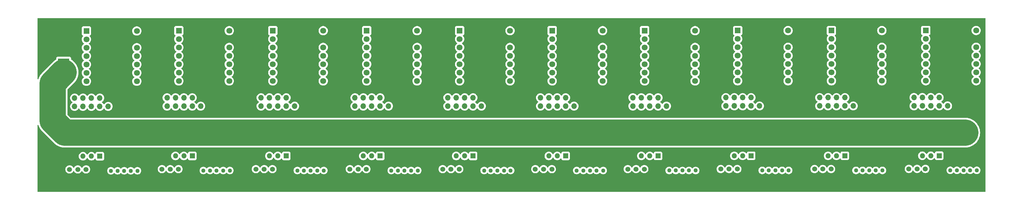
<source format=gbr>
%TF.GenerationSoftware,KiCad,Pcbnew,8.0.6*%
%TF.CreationDate,2024-11-22T20:17:49-05:00*%
%TF.ProjectId,exosuit_modular_board,65786f73-7569-4745-9f6d-6f64756c6172,rev?*%
%TF.SameCoordinates,Original*%
%TF.FileFunction,Copper,L2,Bot*%
%TF.FilePolarity,Positive*%
%FSLAX46Y46*%
G04 Gerber Fmt 4.6, Leading zero omitted, Abs format (unit mm)*
G04 Created by KiCad (PCBNEW 8.0.6) date 2024-11-22 20:17:49*
%MOMM*%
%LPD*%
G01*
G04 APERTURE LIST*
G04 Aperture macros list*
%AMRoundRect*
0 Rectangle with rounded corners*
0 $1 Rounding radius*
0 $2 $3 $4 $5 $6 $7 $8 $9 X,Y pos of 4 corners*
0 Add a 4 corners polygon primitive as box body*
4,1,4,$2,$3,$4,$5,$6,$7,$8,$9,$2,$3,0*
0 Add four circle primitives for the rounded corners*
1,1,$1+$1,$2,$3*
1,1,$1+$1,$4,$5*
1,1,$1+$1,$6,$7*
1,1,$1+$1,$8,$9*
0 Add four rect primitives between the rounded corners*
20,1,$1+$1,$2,$3,$4,$5,0*
20,1,$1+$1,$4,$5,$6,$7,0*
20,1,$1+$1,$6,$7,$8,$9,0*
20,1,$1+$1,$8,$9,$2,$3,0*%
G04 Aperture macros list end*
%TA.AperFunction,ComponentPad*%
%ADD10O,2.500000X1.700000*%
%TD*%
%TA.AperFunction,ComponentPad*%
%ADD11O,2.200000X2.200000*%
%TD*%
%TA.AperFunction,ComponentPad*%
%ADD12C,1.270000*%
%TD*%
%TA.AperFunction,ComponentPad*%
%ADD13O,1.574800X1.574800*%
%TD*%
%TA.AperFunction,ComponentPad*%
%ADD14O,1.700000X1.700000*%
%TD*%
%TA.AperFunction,ComponentPad*%
%ADD15R,1.574800X1.574800*%
%TD*%
%TA.AperFunction,ComponentPad*%
%ADD16R,1.800000X1.800000*%
%TD*%
%TA.AperFunction,ComponentPad*%
%ADD17C,1.800000*%
%TD*%
%TA.AperFunction,ComponentPad*%
%ADD18C,1.498600*%
%TD*%
%TA.AperFunction,ComponentPad*%
%ADD19R,3.500000X3.500000*%
%TD*%
%TA.AperFunction,ComponentPad*%
%ADD20RoundRect,0.750000X-1.000000X0.750000X-1.000000X-0.750000X1.000000X-0.750000X1.000000X0.750000X0*%
%TD*%
%TA.AperFunction,ComponentPad*%
%ADD21RoundRect,0.875000X-0.875000X0.875000X-0.875000X-0.875000X0.875000X-0.875000X0.875000X0.875000X0*%
%TD*%
%TA.AperFunction,Conductor*%
%ADD22C,8.000000*%
%TD*%
G04 APERTURE END LIST*
D10*
%TO.P,,2*%
%TO.N,GND*%
X206901957Y-105425000D03*
%TD*%
D11*
%TO.P,,5*%
%TO.N,GND*%
X355093000Y-101326000D03*
%TD*%
D12*
%TO.P,J7s1,1,1*%
%TO.N,GND*%
X310903085Y-123684000D03*
%TO.P,J7s1,2,2*%
%TO.N,Net-(U7-A7{slash}D7{slash}RX)*%
X312903086Y-123684000D03*
%TO.P,J7s1,3,3*%
%TO.N,Net-(U7-A8{slash}D8{slash}SCK)*%
X314903085Y-123684000D03*
%TO.P,J7s1,4,4*%
%TO.N,Net-(U7-A10{slash}D10{slash}MOSI)*%
X316903086Y-123684000D03*
%TO.P,J7s1,5,5*%
%TO.N,Net-(U7-A9{slash}D9{slash}MISO)*%
X318903084Y-123684000D03*
%TO.P,J7s1,6,6*%
%TO.N,Net-(U7-5V)*%
X320903085Y-123684000D03*
%TD*%
D13*
%TO.P,H1,1,1*%
%TO.N,GND*%
X143303915Y-101700000D03*
D14*
%TO.P,H1,2,2*%
%TO.N,unconnected-(H1-Pad2)*%
X143303915Y-104240000D03*
%TO.P,H1,3,3*%
%TO.N,Net-(U1-A2{slash}D2)*%
X140763915Y-101700000D03*
%TO.P,H1,4,4*%
%TO.N,unconnected-(H1-Pad4)*%
X140763915Y-104240000D03*
%TO.P,H1,5,5*%
%TO.N,Net-(U1-A3{slash}D3)*%
X138223915Y-101700000D03*
%TO.P,H1,6,6*%
%TO.N,unconnected-(H1-Pad6)*%
X138223915Y-104240000D03*
%TO.P,H1,7,7*%
%TO.N,Net-(U1-D4{slash}SDA)*%
X135683915Y-101700000D03*
%TO.P,H1,8,8*%
%TO.N,unconnected-(H1-Pad8)*%
X135683915Y-104240000D03*
%TO.P,H1,9,9*%
%TO.N,Net-(U1-D5{slash}SCL)*%
X133143915Y-101700000D03*
%TO.P,H1,10,10*%
%TO.N,unconnected-(H1-Pad10)*%
X133143915Y-104240000D03*
%TD*%
D11*
%TO.P,,5*%
%TO.N,GND*%
X186200957Y-101361000D03*
%TD*%
D10*
%TO.P,Pad_gge5124,2*%
%TO.N,GND*%
X150542915Y-105510000D03*
%TD*%
%TO.P,,2*%
%TO.N,GND*%
X235290015Y-105425000D03*
%TD*%
D13*
%TO.P,H5,1,1*%
%TO.N,GND*%
X256133858Y-101615000D03*
D14*
%TO.P,H5,2,2*%
%TO.N,unconnected-(H5-Pad2)*%
X256133858Y-104155000D03*
%TO.P,H5,3,3*%
%TO.N,Net-(U5-A2{slash}D2)*%
X253593858Y-101615000D03*
%TO.P,H5,4,4*%
%TO.N,unconnected-(H5-Pad4)*%
X253593858Y-104155000D03*
%TO.P,H5,5,5*%
%TO.N,Net-(U5-A3{slash}D3)*%
X251053858Y-101615000D03*
%TO.P,H5,6,6*%
%TO.N,unconnected-(H5-Pad6)*%
X251053858Y-104155000D03*
%TO.P,H5,7,7*%
%TO.N,Net-(U5-D4{slash}SDA)*%
X248513858Y-101615000D03*
%TO.P,H5,8,8*%
%TO.N,unconnected-(H5-Pad8)*%
X248513858Y-104155000D03*
%TO.P,H5,9,9*%
%TO.N,Net-(U5-D5{slash}SCL)*%
X245973858Y-101615000D03*
%TO.P,H5,10,10*%
%TO.N,unconnected-(H5-Pad10)*%
X245973858Y-104155000D03*
%TD*%
D11*
%TO.P,,5*%
%TO.N,GND*%
X208806957Y-118887000D03*
%TD*%
D10*
%TO.P,,2*%
%TO.N,GND*%
X347444000Y-105390000D03*
%TD*%
D11*
%TO.P,,5*%
%TO.N,GND*%
X298620000Y-101355000D03*
%TD*%
%TO.P,,5*%
%TO.N,GND*%
X293277858Y-118887000D03*
%TD*%
D15*
%TO.P,P4,1,1*%
%TO.N,Net-(J4m1-Pad1)*%
X225511015Y-119268000D03*
D13*
%TO.P,P4,2,2*%
%TO.N,Net-(J4m1-Pad2)*%
X222971015Y-119268000D03*
%TO.P,P4,3,3*%
%TO.N,Net-(J4m1-Pad3)*%
X220431015Y-119268000D03*
%TD*%
D16*
%TO.P,U10,1,A0/D0/DAC*%
%TO.N,unconnected-(U10-A0{slash}D0{slash}DAC-Pad1)*%
X390471085Y-81230000D03*
D17*
%TO.P,U10,2,A1/D1*%
%TO.N,unconnected-(U10-A1{slash}D1-Pad2)*%
X390471085Y-83770000D03*
%TO.P,U10,3,A2/D2*%
%TO.N,Net-(U10-A2{slash}D2)*%
X390471085Y-86310000D03*
%TO.P,U10,4,A3/D3*%
%TO.N,Net-(U10-A3{slash}D3)*%
X390471085Y-88850000D03*
%TO.P,U10,5,D4/SDA*%
%TO.N,Net-(U10-D4{slash}SDA)*%
X390471085Y-91390000D03*
%TO.P,U10,6,D5/SCL*%
%TO.N,Net-(U10-D5{slash}SCL)*%
X390471085Y-93930000D03*
%TO.P,U10,7,A6/D6/TX*%
%TO.N,unconnected-(U10-A6{slash}D6{slash}TX-Pad7)*%
X390471085Y-96470000D03*
%TO.P,U10,8,A7/D7/RX*%
%TO.N,Net-(U10-A7{slash}D7{slash}RX)*%
X405711085Y-96470000D03*
%TO.P,U10,9,A8/D8/SCK*%
%TO.N,Net-(U10-A8{slash}D8{slash}SCK)*%
X405711085Y-93930000D03*
%TO.P,U10,10,A9/D9/MISO*%
%TO.N,Net-(U10-A9{slash}D9{slash}MISO)*%
X405711085Y-91390000D03*
%TO.P,U10,11,A10/D10/MOSI*%
%TO.N,Net-(U10-A10{slash}D10{slash}MOSI)*%
X405711085Y-88850000D03*
%TO.P,U10,12,3V3*%
%TO.N,unconnected-(U10-3V3-Pad12)*%
X405711085Y-86310000D03*
%TO.P,U10,13,GND*%
%TO.N,GND*%
X405711085Y-83770000D03*
%TO.P,U10,14,5V*%
%TO.N,Net-(U10-5V)*%
X405711085Y-81230000D03*
%TD*%
D15*
%TO.P,P9,1,1*%
%TO.N,Net-(J9m1-Pad1)*%
X366015000Y-119233000D03*
D13*
%TO.P,P9,2,2*%
%TO.N,Net-(J9m1-Pad2)*%
X363475000Y-119233000D03*
%TO.P,P9,3,3*%
%TO.N,Net-(J9m1-Pad3)*%
X360935000Y-119233000D03*
%TD*%
D10*
%TO.P,,3*%
%TO.N,VCC*%
X178487915Y-110378000D03*
%TD*%
D13*
%TO.P,H7,1,1*%
%TO.N,GND*%
X312082000Y-101609000D03*
D14*
%TO.P,H7,2,2*%
%TO.N,unconnected-(H7-Pad2)*%
X312082000Y-104149000D03*
%TO.P,H7,3,3*%
%TO.N,Net-(U7-A2{slash}D2)*%
X309542000Y-101609000D03*
%TO.P,H7,4,4*%
%TO.N,unconnected-(H7-Pad4)*%
X309542000Y-104149000D03*
%TO.P,H7,5,5*%
%TO.N,Net-(U7-A3{slash}D3)*%
X307002000Y-101609000D03*
%TO.P,H7,6,6*%
%TO.N,unconnected-(H7-Pad6)*%
X307002000Y-104149000D03*
%TO.P,H7,7,7*%
%TO.N,Net-(U7-D4{slash}SDA)*%
X304462000Y-101609000D03*
%TO.P,H7,8,8*%
%TO.N,unconnected-(H7-Pad8)*%
X304462000Y-104149000D03*
%TO.P,H7,9,9*%
%TO.N,Net-(U7-D5{slash}SCL)*%
X301922000Y-101609000D03*
%TO.P,H7,10,10*%
%TO.N,unconnected-(H7-Pad10)*%
X301922000Y-104149000D03*
%TD*%
D18*
%TO.P,J5m1,1,1*%
%TO.N,Net-(J5m1-Pad1)*%
X249425043Y-123269900D03*
%TO.P,J5m1,2,2*%
%TO.N,Net-(J5m1-Pad2)*%
X246925043Y-123269900D03*
%TO.P,J5m1,3,3*%
%TO.N,Net-(J5m1-Pad3)*%
X244425043Y-123269900D03*
%TD*%
D10*
%TO.P,,3*%
%TO.N,VCC*%
X375794000Y-110343000D03*
%TD*%
D11*
%TO.P,,5*%
%TO.N,GND*%
X180392915Y-101488000D03*
%TD*%
%TO.P,,5*%
%TO.N,GND*%
X242671858Y-119014000D03*
%TD*%
D10*
%TO.P,,3*%
%TO.N,VCC*%
X347444000Y-110343000D03*
%TD*%
D15*
%TO.P,P8,1,1*%
%TO.N,Net-(J8m1-Pad1)*%
X337665000Y-119233000D03*
D13*
%TO.P,P8,2,2*%
%TO.N,Net-(J8m1-Pad2)*%
X335125000Y-119233000D03*
%TO.P,P8,3,3*%
%TO.N,Net-(J8m1-Pad3)*%
X332585000Y-119233000D03*
%TD*%
D11*
%TO.P,,5*%
%TO.N,GND*%
X157786915Y-101361000D03*
%TD*%
D12*
%TO.P,J1s1,1,1*%
%TO.N,GND*%
X142125000Y-123775000D03*
%TO.P,J1s1,2,2*%
%TO.N,Net-(U1-A7{slash}D7{slash}RX)*%
X144125001Y-123775000D03*
%TO.P,J1s1,3,3*%
%TO.N,Net-(U1-A8{slash}D8{slash}SCK)*%
X146125000Y-123775000D03*
%TO.P,J1s1,4,4*%
%TO.N,Net-(U1-A10{slash}D10{slash}MOSI)*%
X148125001Y-123775000D03*
%TO.P,J1s1,5,5*%
%TO.N,Net-(U1-A9{slash}D9{slash}MISO)*%
X150124999Y-123775000D03*
%TO.P,J1s1,6,6*%
%TO.N,Net-(U1-5V)*%
X152125000Y-123775000D03*
%TD*%
D16*
%TO.P,U1,1,A0/D0/DAC*%
%TO.N,unconnected-(U1-A0{slash}D0{slash}DAC-Pad1)*%
X136705000Y-81380000D03*
D17*
%TO.P,U1,2,A1/D1*%
%TO.N,unconnected-(U1-A1{slash}D1-Pad2)*%
X136705000Y-83920000D03*
%TO.P,U1,3,A2/D2*%
%TO.N,Net-(U1-A2{slash}D2)*%
X136705000Y-86460000D03*
%TO.P,U1,4,A3/D3*%
%TO.N,Net-(U1-A3{slash}D3)*%
X136705000Y-89000000D03*
%TO.P,U1,5,D4/SDA*%
%TO.N,Net-(U1-D4{slash}SDA)*%
X136705000Y-91540000D03*
%TO.P,U1,6,D5/SCL*%
%TO.N,Net-(U1-D5{slash}SCL)*%
X136705000Y-94080000D03*
%TO.P,U1,7,A6/D6/TX*%
%TO.N,unconnected-(U1-A6{slash}D6{slash}TX-Pad7)*%
X136705000Y-96620000D03*
%TO.P,U1,8,A7/D7/RX*%
%TO.N,Net-(U1-A7{slash}D7{slash}RX)*%
X151945000Y-96620000D03*
%TO.P,U1,9,A8/D8/SCK*%
%TO.N,Net-(U1-A8{slash}D8{slash}SCK)*%
X151945000Y-94080000D03*
%TO.P,U1,10,A9/D9/MISO*%
%TO.N,Net-(U1-A9{slash}D9{slash}MISO)*%
X151945000Y-91540000D03*
%TO.P,U1,11,A10/D10/MOSI*%
%TO.N,Net-(U1-A10{slash}D10{slash}MOSI)*%
X151945000Y-89000000D03*
%TO.P,U1,12,3V3*%
%TO.N,unconnected-(U1-3V3-Pad12)*%
X151945000Y-86460000D03*
%TO.P,U1,13,GND*%
%TO.N,GND*%
X151945000Y-83920000D03*
%TO.P,U1,14,5V*%
%TO.N,Net-(U1-5V)*%
X151945000Y-81380000D03*
%TD*%
D16*
%TO.P,U8,1,A0/D0/DAC*%
%TO.N,unconnected-(U8-A0{slash}D0{slash}DAC-Pad1)*%
X333606085Y-81260000D03*
D17*
%TO.P,U8,2,A1/D1*%
%TO.N,unconnected-(U8-A1{slash}D1-Pad2)*%
X333606085Y-83800000D03*
%TO.P,U8,3,A2/D2*%
%TO.N,Net-(U8-A2{slash}D2)*%
X333606085Y-86340000D03*
%TO.P,U8,4,A3/D3*%
%TO.N,Net-(U8-A3{slash}D3)*%
X333606085Y-88880000D03*
%TO.P,U8,5,D4/SDA*%
%TO.N,Net-(U8-D4{slash}SDA)*%
X333606085Y-91420000D03*
%TO.P,U8,6,D5/SCL*%
%TO.N,Net-(U8-D5{slash}SCL)*%
X333606085Y-93960000D03*
%TO.P,U8,7,A6/D6/TX*%
%TO.N,unconnected-(U8-A6{slash}D6{slash}TX-Pad7)*%
X333606085Y-96500000D03*
%TO.P,U8,8,A7/D7/RX*%
%TO.N,Net-(U8-A7{slash}D7{slash}RX)*%
X348846085Y-96500000D03*
%TO.P,U8,9,A8/D8/SCK*%
%TO.N,Net-(U8-A8{slash}D8{slash}SCK)*%
X348846085Y-93960000D03*
%TO.P,U8,10,A9/D9/MISO*%
%TO.N,Net-(U8-A9{slash}D9{slash}MISO)*%
X348846085Y-91420000D03*
%TO.P,U8,11,A10/D10/MOSI*%
%TO.N,Net-(U8-A10{slash}D10{slash}MOSI)*%
X348846085Y-88880000D03*
%TO.P,U8,12,3V3*%
%TO.N,unconnected-(U8-3V3-Pad12)*%
X348846085Y-86340000D03*
%TO.P,U8,13,GND*%
%TO.N,GND*%
X348846085Y-83800000D03*
%TO.P,U8,14,5V*%
%TO.N,Net-(U8-5V)*%
X348846085Y-81260000D03*
%TD*%
D11*
%TO.P,,5*%
%TO.N,GND*%
X186200957Y-119014000D03*
%TD*%
D16*
%TO.P,U5,1,A0/D0/DAC*%
%TO.N,unconnected-(U5-A0{slash}D0{slash}DAC-Pad1)*%
X249534943Y-81295000D03*
D17*
%TO.P,U5,2,A1/D1*%
%TO.N,unconnected-(U5-A1{slash}D1-Pad2)*%
X249534943Y-83835000D03*
%TO.P,U5,3,A2/D2*%
%TO.N,Net-(U5-A2{slash}D2)*%
X249534943Y-86375000D03*
%TO.P,U5,4,A3/D3*%
%TO.N,Net-(U5-A3{slash}D3)*%
X249534943Y-88915000D03*
%TO.P,U5,5,D4/SDA*%
%TO.N,Net-(U5-D4{slash}SDA)*%
X249534943Y-91455000D03*
%TO.P,U5,6,D5/SCL*%
%TO.N,Net-(U5-D5{slash}SCL)*%
X249534943Y-93995000D03*
%TO.P,U5,7,A6/D6/TX*%
%TO.N,unconnected-(U5-A6{slash}D6{slash}TX-Pad7)*%
X249534943Y-96535000D03*
%TO.P,U5,8,A7/D7/RX*%
%TO.N,Net-(U5-A7{slash}D7{slash}RX)*%
X264774943Y-96535000D03*
%TO.P,U5,9,A8/D8/SCK*%
%TO.N,Net-(U5-A8{slash}D8{slash}SCK)*%
X264774943Y-93995000D03*
%TO.P,U5,10,A9/D9/MISO*%
%TO.N,Net-(U5-A9{slash}D9{slash}MISO)*%
X264774943Y-91455000D03*
%TO.P,U5,11,A10/D10/MOSI*%
%TO.N,Net-(U5-A10{slash}D10{slash}MOSI)*%
X264774943Y-88915000D03*
%TO.P,U5,12,3V3*%
%TO.N,unconnected-(U5-3V3-Pad12)*%
X264774943Y-86375000D03*
%TO.P,U5,13,GND*%
%TO.N,GND*%
X264774943Y-83835000D03*
%TO.P,U5,14,5V*%
%TO.N,Net-(U5-5V)*%
X264774943Y-81295000D03*
%TD*%
D12*
%TO.P,J2s1,1,1*%
%TO.N,GND*%
X170070000Y-123690000D03*
%TO.P,J2s1,2,2*%
%TO.N,Net-(U2-A7{slash}D7{slash}RX)*%
X172070001Y-123690000D03*
%TO.P,J2s1,3,3*%
%TO.N,Net-(U2-A8{slash}D8{slash}SCK)*%
X174070000Y-123690000D03*
%TO.P,J2s1,4,4*%
%TO.N,Net-(U2-A10{slash}D10{slash}MOSI)*%
X176070001Y-123690000D03*
%TO.P,J2s1,5,5*%
%TO.N,Net-(U2-A9{slash}D9{slash}MISO)*%
X178069999Y-123690000D03*
%TO.P,J2s1,6,6*%
%TO.N,Net-(U2-5V)*%
X180070000Y-123690000D03*
%TD*%
D10*
%TO.P,Pad_gge5154,3*%
%TO.N,VCC*%
X150542915Y-110463000D03*
%TD*%
%TO.P,,2*%
%TO.N,GND*%
X404309000Y-105360000D03*
%TD*%
D18*
%TO.P,J9m1,1,1*%
%TO.N,Net-(J9m1-Pad1)*%
X361846185Y-123234900D03*
%TO.P,J9m1,2,2*%
%TO.N,Net-(J9m1-Pad2)*%
X359346185Y-123234900D03*
%TO.P,J9m1,3,3*%
%TO.N,Net-(J9m1-Pad3)*%
X356846185Y-123234900D03*
%TD*%
%TO.P,J1m1,1,1*%
%TO.N,Net-(J1m1-Pad1)*%
X136595100Y-123354900D03*
%TO.P,J1m1,2,2*%
%TO.N,Net-(J1m1-Pad2)*%
X134095100Y-123354900D03*
%TO.P,J1m1,3,3*%
%TO.N,Net-(J1m1-Pad3)*%
X131595100Y-123354900D03*
%TD*%
D19*
%TO.P,BJ1,1*%
%TO.N,VCC*%
X129825000Y-91450000D03*
D20*
%TO.P,BJ1,2*%
%TO.N,GND*%
X129825000Y-85450000D03*
D21*
%TO.P,BJ1,3*%
X125125000Y-88450000D03*
%TD*%
D11*
%TO.P,,5*%
%TO.N,GND*%
X270671858Y-101361000D03*
%TD*%
%TO.P,,5*%
%TO.N,GND*%
X321226000Y-118881000D03*
%TD*%
D12*
%TO.P,J9s1,1,1*%
%TO.N,GND*%
X367376085Y-123655000D03*
%TO.P,J9s1,2,2*%
%TO.N,Net-(U9-A7{slash}D7{slash}RX)*%
X369376086Y-123655000D03*
%TO.P,J9s1,3,3*%
%TO.N,Net-(U9-A8{slash}D8{slash}SCK)*%
X371376085Y-123655000D03*
%TO.P,J9s1,4,4*%
%TO.N,Net-(U9-A10{slash}D10{slash}MOSI)*%
X373376086Y-123655000D03*
%TO.P,J9s1,5,5*%
%TO.N,Net-(U9-A9{slash}D9{slash}MISO)*%
X375376084Y-123655000D03*
%TO.P,J9s1,6,6*%
%TO.N,Net-(U9-5V)*%
X377376085Y-123655000D03*
%TD*%
D11*
%TO.P,Pad_gge7437,5*%
%TO.N,GND*%
X152447915Y-101573000D03*
%TD*%
D15*
%TO.P,P5,1,1*%
%TO.N,Net-(J5m1-Pad1)*%
X253593858Y-119268000D03*
D13*
%TO.P,P5,2,2*%
%TO.N,Net-(J5m1-Pad2)*%
X251053858Y-119268000D03*
%TO.P,P5,3,3*%
%TO.N,Net-(J5m1-Pad3)*%
X248513858Y-119268000D03*
%TD*%
D11*
%TO.P,,5*%
%TO.N,GND*%
X321226000Y-101482000D03*
%TD*%
D15*
%TO.P,P2,1,1*%
%TO.N,Net-(J2m1-Pad1)*%
X168708915Y-119268000D03*
D13*
%TO.P,P2,2,2*%
%TO.N,Net-(J2m1-Pad2)*%
X166168915Y-119268000D03*
%TO.P,P2,3,3*%
%TO.N,Net-(J2m1-Pad3)*%
X163628915Y-119268000D03*
%TD*%
D12*
%TO.P,J5s1,1,1*%
%TO.N,GND*%
X254954943Y-123690000D03*
%TO.P,J5s1,2,2*%
%TO.N,Net-(U5-A7{slash}D7{slash}RX)*%
X256954944Y-123690000D03*
%TO.P,J5s1,3,3*%
%TO.N,Net-(U5-A8{slash}D8{slash}SCK)*%
X258954943Y-123690000D03*
%TO.P,J5s1,4,4*%
%TO.N,Net-(U5-A10{slash}D10{slash}MOSI)*%
X260954944Y-123690000D03*
%TO.P,J5s1,5,5*%
%TO.N,Net-(U5-A9{slash}D9{slash}MISO)*%
X262954942Y-123690000D03*
%TO.P,J5s1,6,6*%
%TO.N,Net-(U5-5V)*%
X264954943Y-123690000D03*
%TD*%
D10*
%TO.P,,2*%
%TO.N,GND*%
X319321000Y-105419000D03*
%TD*%
D15*
%TO.P,P10,1,1*%
%TO.N,Net-(J10m1-Pad1)*%
X394530000Y-119203000D03*
D13*
%TO.P,P10,2,2*%
%TO.N,Net-(J10m1-Pad2)*%
X391990000Y-119203000D03*
%TO.P,P10,3,3*%
%TO.N,Net-(J10m1-Pad3)*%
X389450000Y-119203000D03*
%TD*%
D10*
%TO.P,,2*%
%TO.N,GND*%
X263372858Y-105425000D03*
%TD*%
D18*
%TO.P,J8m1,1,1*%
%TO.N,Net-(J8m1-Pad1)*%
X333496185Y-123234900D03*
%TO.P,J8m1,2,2*%
%TO.N,Net-(J8m1-Pad2)*%
X330996185Y-123234900D03*
%TO.P,J8m1,3,3*%
%TO.N,Net-(J8m1-Pad3)*%
X328496185Y-123234900D03*
%TD*%
D11*
%TO.P,,5*%
%TO.N,GND*%
X180392915Y-118887000D03*
%TD*%
D10*
%TO.P,,3*%
%TO.N,VCC*%
X319321000Y-110372000D03*
%TD*%
D13*
%TO.P,H4,1,1*%
%TO.N,GND*%
X228051015Y-101615000D03*
D14*
%TO.P,H4,2,2*%
%TO.N,unconnected-(H4-Pad2)*%
X228051015Y-104155000D03*
%TO.P,H4,3,3*%
%TO.N,Net-(U4-A2{slash}D2)*%
X225511015Y-101615000D03*
%TO.P,H4,4,4*%
%TO.N,unconnected-(H4-Pad4)*%
X225511015Y-104155000D03*
%TO.P,H4,5,5*%
%TO.N,Net-(U4-A3{slash}D3)*%
X222971015Y-101615000D03*
%TO.P,H4,6,6*%
%TO.N,unconnected-(H4-Pad6)*%
X222971015Y-104155000D03*
%TO.P,H4,7,7*%
%TO.N,Net-(U4-D4{slash}SDA)*%
X220431015Y-101615000D03*
%TO.P,H4,8,8*%
%TO.N,unconnected-(H4-Pad8)*%
X220431015Y-104155000D03*
%TO.P,H4,9,9*%
%TO.N,Net-(U4-D5{slash}SCL)*%
X217891015Y-101615000D03*
%TO.P,H4,10,10*%
%TO.N,unconnected-(H4-Pad10)*%
X217891015Y-104155000D03*
%TD*%
D11*
%TO.P,,5*%
%TO.N,GND*%
X326743000Y-118979000D03*
%TD*%
%TO.P,,5*%
%TO.N,GND*%
X208806957Y-101488000D03*
%TD*%
D15*
%TO.P,P6,1,1*%
%TO.N,Net-(J6m1-Pad1)*%
X281593858Y-119268000D03*
D13*
%TO.P,P6,2,2*%
%TO.N,Net-(J6m1-Pad2)*%
X279053858Y-119268000D03*
%TO.P,P6,3,3*%
%TO.N,Net-(J6m1-Pad3)*%
X276513858Y-119268000D03*
%TD*%
D18*
%TO.P,J2m1,1,1*%
%TO.N,Net-(J2m1-Pad1)*%
X164540100Y-123269900D03*
%TO.P,J2m1,2,2*%
%TO.N,Net-(J2m1-Pad2)*%
X162040100Y-123269900D03*
%TO.P,J2m1,3,3*%
%TO.N,Net-(J2m1-Pad3)*%
X159540100Y-123269900D03*
%TD*%
D11*
%TO.P,,5*%
%TO.N,GND*%
X237195015Y-118887000D03*
%TD*%
D13*
%TO.P,H3,1,1*%
%TO.N,GND*%
X199662957Y-101615000D03*
D14*
%TO.P,H3,2,2*%
%TO.N,unconnected-(H3-Pad2)*%
X199662957Y-104155000D03*
%TO.P,H3,3,3*%
%TO.N,Net-(U3-A2{slash}D2)*%
X197122957Y-101615000D03*
%TO.P,H3,4,4*%
%TO.N,unconnected-(H3-Pad4)*%
X197122957Y-104155000D03*
%TO.P,H3,5,5*%
%TO.N,Net-(U3-A3{slash}D3)*%
X194582957Y-101615000D03*
%TO.P,H3,6,6*%
%TO.N,unconnected-(H3-Pad6)*%
X194582957Y-104155000D03*
%TO.P,H3,7,7*%
%TO.N,Net-(U3-D4{slash}SDA)*%
X192042957Y-101615000D03*
%TO.P,H3,8,8*%
%TO.N,unconnected-(H3-Pad8)*%
X192042957Y-104155000D03*
%TO.P,H3,9,9*%
%TO.N,Net-(U3-D5{slash}SCL)*%
X189502957Y-101615000D03*
%TO.P,H3,10,10*%
%TO.N,unconnected-(H3-Pad10)*%
X189502957Y-104155000D03*
%TD*%
D12*
%TO.P,J6s1,1,1*%
%TO.N,GND*%
X282954943Y-123690000D03*
%TO.P,J6s1,2,2*%
%TO.N,Net-(U6-A7{slash}D7{slash}RX)*%
X284954944Y-123690000D03*
%TO.P,J6s1,3,3*%
%TO.N,Net-(U6-A8{slash}D8{slash}SCK)*%
X286954943Y-123690000D03*
%TO.P,J6s1,4,4*%
%TO.N,Net-(U6-A10{slash}D10{slash}MOSI)*%
X288954944Y-123690000D03*
%TO.P,J6s1,5,5*%
%TO.N,Net-(U6-A9{slash}D9{slash}MISO)*%
X290954942Y-123690000D03*
%TO.P,J6s1,6,6*%
%TO.N,Net-(U6-5V)*%
X292954943Y-123690000D03*
%TD*%
D11*
%TO.P,Pad_gge5250,5*%
%TO.N,GND*%
X152447915Y-118972000D03*
%TD*%
%TO.P,,5*%
%TO.N,GND*%
X298620000Y-119008000D03*
%TD*%
%TO.P,,5*%
%TO.N,GND*%
X214589015Y-119014000D03*
%TD*%
%TO.P,,5*%
%TO.N,GND*%
X349349000Y-101453000D03*
%TD*%
D18*
%TO.P,J6m1,1,1*%
%TO.N,Net-(J6m1-Pad1)*%
X277425043Y-123269900D03*
%TO.P,J6m1,2,2*%
%TO.N,Net-(J6m1-Pad2)*%
X274925043Y-123269900D03*
%TO.P,J6m1,3,3*%
%TO.N,Net-(J6m1-Pad3)*%
X272425043Y-123269900D03*
%TD*%
D13*
%TO.P,H6,1,1*%
%TO.N,GND*%
X284133858Y-101615000D03*
D14*
%TO.P,H6,2,2*%
%TO.N,unconnected-(H6-Pad2)*%
X284133858Y-104155000D03*
%TO.P,H6,3,3*%
%TO.N,Net-(U6-A2{slash}D2)*%
X281593858Y-101615000D03*
%TO.P,H6,4,4*%
%TO.N,unconnected-(H6-Pad4)*%
X281593858Y-104155000D03*
%TO.P,H6,5,5*%
%TO.N,Net-(U6-A3{slash}D3)*%
X279053858Y-101615000D03*
%TO.P,H6,6,6*%
%TO.N,unconnected-(H6-Pad6)*%
X279053858Y-104155000D03*
%TO.P,H6,7,7*%
%TO.N,Net-(U6-D4{slash}SDA)*%
X276513858Y-101615000D03*
%TO.P,H6,8,8*%
%TO.N,unconnected-(H6-Pad8)*%
X276513858Y-104155000D03*
%TO.P,H6,9,9*%
%TO.N,Net-(U6-D5{slash}SCL)*%
X273973858Y-101615000D03*
%TO.P,H6,10,10*%
%TO.N,unconnected-(H6-Pad10)*%
X273973858Y-104155000D03*
%TD*%
D10*
%TO.P,,3*%
%TO.N,VCC*%
X235290015Y-110378000D03*
%TD*%
D12*
%TO.P,J4s1,1,1*%
%TO.N,GND*%
X226872100Y-123690000D03*
%TO.P,J4s1,2,2*%
%TO.N,Net-(U4-A7{slash}D7{slash}RX)*%
X228872101Y-123690000D03*
%TO.P,J4s1,3,3*%
%TO.N,Net-(U4-A8{slash}D8{slash}SCK)*%
X230872100Y-123690000D03*
%TO.P,J4s1,4,4*%
%TO.N,Net-(U4-A10{slash}D10{slash}MOSI)*%
X232872101Y-123690000D03*
%TO.P,J4s1,5,5*%
%TO.N,Net-(U4-A9{slash}D9{slash}MISO)*%
X234872099Y-123690000D03*
%TO.P,J4s1,6,6*%
%TO.N,Net-(U4-5V)*%
X236872100Y-123690000D03*
%TD*%
%TO.P,J10s1,1,1*%
%TO.N,GND*%
X395891085Y-123625000D03*
%TO.P,J10s1,2,2*%
%TO.N,Net-(U10-A7{slash}D7{slash}RX)*%
X397891086Y-123625000D03*
%TO.P,J10s1,3,3*%
%TO.N,Net-(U10-A8{slash}D8{slash}SCK)*%
X399891085Y-123625000D03*
%TO.P,J10s1,4,4*%
%TO.N,Net-(U10-A10{slash}D10{slash}MOSI)*%
X401891086Y-123625000D03*
%TO.P,J10s1,5,5*%
%TO.N,Net-(U10-A9{slash}D9{slash}MISO)*%
X403891084Y-123625000D03*
%TO.P,J10s1,6,6*%
%TO.N,Net-(U10-5V)*%
X405891085Y-123625000D03*
%TD*%
D18*
%TO.P,J3m1,1,1*%
%TO.N,Net-(J3m1-Pad1)*%
X192954142Y-123269900D03*
%TO.P,J3m1,2,2*%
%TO.N,Net-(J3m1-Pad2)*%
X190454142Y-123269900D03*
%TO.P,J3m1,3,3*%
%TO.N,Net-(J3m1-Pad3)*%
X187954142Y-123269900D03*
%TD*%
D11*
%TO.P,,5*%
%TO.N,GND*%
X383608000Y-101296000D03*
%TD*%
D15*
%TO.P,P1,1,1*%
%TO.N,Net-(J1m1-Pad1)*%
X140763915Y-119353000D03*
D13*
%TO.P,P1,2,2*%
%TO.N,Net-(J1m1-Pad2)*%
X138223915Y-119353000D03*
%TO.P,P1,3,3*%
%TO.N,Net-(J1m1-Pad3)*%
X135683915Y-119353000D03*
%TD*%
D16*
%TO.P,U6,1,A0/D0/DAC*%
%TO.N,unconnected-(U6-A0{slash}D0{slash}DAC-Pad1)*%
X277534943Y-81295000D03*
D17*
%TO.P,U6,2,A1/D1*%
%TO.N,unconnected-(U6-A1{slash}D1-Pad2)*%
X277534943Y-83835000D03*
%TO.P,U6,3,A2/D2*%
%TO.N,Net-(U6-A2{slash}D2)*%
X277534943Y-86375000D03*
%TO.P,U6,4,A3/D3*%
%TO.N,Net-(U6-A3{slash}D3)*%
X277534943Y-88915000D03*
%TO.P,U6,5,D4/SDA*%
%TO.N,Net-(U6-D4{slash}SDA)*%
X277534943Y-91455000D03*
%TO.P,U6,6,D5/SCL*%
%TO.N,Net-(U6-D5{slash}SCL)*%
X277534943Y-93995000D03*
%TO.P,U6,7,A6/D6/TX*%
%TO.N,unconnected-(U6-A6{slash}D6{slash}TX-Pad7)*%
X277534943Y-96535000D03*
%TO.P,U6,8,A7/D7/RX*%
%TO.N,Net-(U6-A7{slash}D7{slash}RX)*%
X292774943Y-96535000D03*
%TO.P,U6,9,A8/D8/SCK*%
%TO.N,Net-(U6-A8{slash}D8{slash}SCK)*%
X292774943Y-93995000D03*
%TO.P,U6,10,A9/D9/MISO*%
%TO.N,Net-(U6-A9{slash}D9{slash}MISO)*%
X292774943Y-91455000D03*
%TO.P,U6,11,A10/D10/MOSI*%
%TO.N,Net-(U6-A10{slash}D10{slash}MOSI)*%
X292774943Y-88915000D03*
%TO.P,U6,12,3V3*%
%TO.N,unconnected-(U6-3V3-Pad12)*%
X292774943Y-86375000D03*
%TO.P,U6,13,GND*%
%TO.N,GND*%
X292774943Y-83835000D03*
%TO.P,U6,14,5V*%
%TO.N,Net-(U6-5V)*%
X292774943Y-81295000D03*
%TD*%
D16*
%TO.P,U3,1,A0/D0/DAC*%
%TO.N,unconnected-(U3-A0{slash}D0{slash}DAC-Pad1)*%
X193064042Y-81295000D03*
D17*
%TO.P,U3,2,A1/D1*%
%TO.N,unconnected-(U3-A1{slash}D1-Pad2)*%
X193064042Y-83835000D03*
%TO.P,U3,3,A2/D2*%
%TO.N,Net-(U3-A2{slash}D2)*%
X193064042Y-86375000D03*
%TO.P,U3,4,A3/D3*%
%TO.N,Net-(U3-A3{slash}D3)*%
X193064042Y-88915000D03*
%TO.P,U3,5,D4/SDA*%
%TO.N,Net-(U3-D4{slash}SDA)*%
X193064042Y-91455000D03*
%TO.P,U3,6,D5/SCL*%
%TO.N,Net-(U3-D5{slash}SCL)*%
X193064042Y-93995000D03*
%TO.P,U3,7,A6/D6/TX*%
%TO.N,unconnected-(U3-A6{slash}D6{slash}TX-Pad7)*%
X193064042Y-96535000D03*
%TO.P,U3,8,A7/D7/RX*%
%TO.N,Net-(U3-A7{slash}D7{slash}RX)*%
X208304042Y-96535000D03*
%TO.P,U3,9,A8/D8/SCK*%
%TO.N,Net-(U3-A8{slash}D8{slash}SCK)*%
X208304042Y-93995000D03*
%TO.P,U3,10,A9/D9/MISO*%
%TO.N,Net-(U3-A9{slash}D9{slash}MISO)*%
X208304042Y-91455000D03*
%TO.P,U3,11,A10/D10/MOSI*%
%TO.N,Net-(U3-A10{slash}D10{slash}MOSI)*%
X208304042Y-88915000D03*
%TO.P,U3,12,3V3*%
%TO.N,unconnected-(U3-3V3-Pad12)*%
X208304042Y-86375000D03*
%TO.P,U3,13,GND*%
%TO.N,GND*%
X208304042Y-83835000D03*
%TO.P,U3,14,5V*%
%TO.N,Net-(U3-5V)*%
X208304042Y-81295000D03*
%TD*%
D10*
%TO.P,,3*%
%TO.N,VCC*%
X291372858Y-110378000D03*
%TD*%
%TO.P,,3*%
%TO.N,VCC*%
X404309000Y-110313000D03*
%TD*%
D11*
%TO.P,,5*%
%TO.N,GND*%
X265277858Y-101488000D03*
%TD*%
%TO.P,,5*%
%TO.N,GND*%
X377699000Y-101453000D03*
%TD*%
%TO.P,,5*%
%TO.N,GND*%
X326743000Y-101326000D03*
%TD*%
%TO.P,,5*%
%TO.N,GND*%
X214589015Y-101361000D03*
%TD*%
%TO.P,,5*%
%TO.N,GND*%
X293277858Y-101488000D03*
%TD*%
D13*
%TO.P,H10,1,1*%
%TO.N,GND*%
X397070000Y-101550000D03*
D14*
%TO.P,H10,2,2*%
%TO.N,unconnected-(H10-Pad2)*%
X397070000Y-104090000D03*
%TO.P,H10,3,3*%
%TO.N,Net-(U10-A2{slash}D2)*%
X394530000Y-101550000D03*
%TO.P,H10,4,4*%
%TO.N,unconnected-(H10-Pad4)*%
X394530000Y-104090000D03*
%TO.P,H10,5,5*%
%TO.N,Net-(U10-A3{slash}D3)*%
X391990000Y-101550000D03*
%TO.P,H10,6,6*%
%TO.N,unconnected-(H10-Pad6)*%
X391990000Y-104090000D03*
%TO.P,H10,7,7*%
%TO.N,Net-(U10-D4{slash}SDA)*%
X389450000Y-101550000D03*
%TO.P,H10,8,8*%
%TO.N,unconnected-(H10-Pad8)*%
X389450000Y-104090000D03*
%TO.P,H10,9,9*%
%TO.N,Net-(U10-D5{slash}SCL)*%
X386910000Y-101550000D03*
%TO.P,H10,10,10*%
%TO.N,unconnected-(H10-Pad10)*%
X386910000Y-104090000D03*
%TD*%
D10*
%TO.P,,3*%
%TO.N,VCC*%
X206901957Y-110378000D03*
%TD*%
D16*
%TO.P,U7,1,A0/D0/DAC*%
%TO.N,unconnected-(U7-A0{slash}D0{slash}DAC-Pad1)*%
X305483085Y-81289000D03*
D17*
%TO.P,U7,2,A1/D1*%
%TO.N,unconnected-(U7-A1{slash}D1-Pad2)*%
X305483085Y-83829000D03*
%TO.P,U7,3,A2/D2*%
%TO.N,Net-(U7-A2{slash}D2)*%
X305483085Y-86369000D03*
%TO.P,U7,4,A3/D3*%
%TO.N,Net-(U7-A3{slash}D3)*%
X305483085Y-88909000D03*
%TO.P,U7,5,D4/SDA*%
%TO.N,Net-(U7-D4{slash}SDA)*%
X305483085Y-91449000D03*
%TO.P,U7,6,D5/SCL*%
%TO.N,Net-(U7-D5{slash}SCL)*%
X305483085Y-93989000D03*
%TO.P,U7,7,A6/D6/TX*%
%TO.N,unconnected-(U7-A6{slash}D6{slash}TX-Pad7)*%
X305483085Y-96529000D03*
%TO.P,U7,8,A7/D7/RX*%
%TO.N,Net-(U7-A7{slash}D7{slash}RX)*%
X320723085Y-96529000D03*
%TO.P,U7,9,A8/D8/SCK*%
%TO.N,Net-(U7-A8{slash}D8{slash}SCK)*%
X320723085Y-93989000D03*
%TO.P,U7,10,A9/D9/MISO*%
%TO.N,Net-(U7-A9{slash}D9{slash}MISO)*%
X320723085Y-91449000D03*
%TO.P,U7,11,A10/D10/MOSI*%
%TO.N,Net-(U7-A10{slash}D10{slash}MOSI)*%
X320723085Y-88909000D03*
%TO.P,U7,12,3V3*%
%TO.N,unconnected-(U7-3V3-Pad12)*%
X320723085Y-86369000D03*
%TO.P,U7,13,GND*%
%TO.N,GND*%
X320723085Y-83829000D03*
%TO.P,U7,14,5V*%
%TO.N,Net-(U7-5V)*%
X320723085Y-81289000D03*
%TD*%
D12*
%TO.P,J8s1,1,1*%
%TO.N,GND*%
X339026085Y-123655000D03*
%TO.P,J8s1,2,2*%
%TO.N,Net-(U8-A7{slash}D7{slash}RX)*%
X341026086Y-123655000D03*
%TO.P,J8s1,3,3*%
%TO.N,Net-(U8-A8{slash}D8{slash}SCK)*%
X343026085Y-123655000D03*
%TO.P,J8s1,4,4*%
%TO.N,Net-(U8-A10{slash}D10{slash}MOSI)*%
X345026086Y-123655000D03*
%TO.P,J8s1,5,5*%
%TO.N,Net-(U8-A9{slash}D9{slash}MISO)*%
X347026084Y-123655000D03*
%TO.P,J8s1,6,6*%
%TO.N,Net-(U8-5V)*%
X349026085Y-123655000D03*
%TD*%
D11*
%TO.P,,5*%
%TO.N,GND*%
X383608000Y-118949000D03*
%TD*%
%TO.P,,5*%
%TO.N,GND*%
X242671858Y-101361000D03*
%TD*%
%TO.P,,5*%
%TO.N,GND*%
X406214000Y-118822000D03*
%TD*%
D18*
%TO.P,J10m1,1,1*%
%TO.N,Net-(J10m1-Pad1)*%
X390361185Y-123204900D03*
%TO.P,J10m1,2,2*%
%TO.N,Net-(J10m1-Pad2)*%
X387861185Y-123204900D03*
%TO.P,J10m1,3,3*%
%TO.N,Net-(J10m1-Pad3)*%
X385361185Y-123204900D03*
%TD*%
D11*
%TO.P,,5*%
%TO.N,GND*%
X237195015Y-101488000D03*
%TD*%
D18*
%TO.P,J4m1,1,1*%
%TO.N,Net-(J4m1-Pad1)*%
X221342200Y-123269900D03*
%TO.P,J4m1,2,2*%
%TO.N,Net-(J4m1-Pad2)*%
X218842200Y-123269900D03*
%TO.P,J4m1,3,3*%
%TO.N,Net-(J4m1-Pad3)*%
X216342200Y-123269900D03*
%TD*%
D16*
%TO.P,U9,1,A0/D0/DAC*%
%TO.N,unconnected-(U9-A0{slash}D0{slash}DAC-Pad1)*%
X361956085Y-81260000D03*
D17*
%TO.P,U9,2,A1/D1*%
%TO.N,unconnected-(U9-A1{slash}D1-Pad2)*%
X361956085Y-83800000D03*
%TO.P,U9,3,A2/D2*%
%TO.N,Net-(U9-A2{slash}D2)*%
X361956085Y-86340000D03*
%TO.P,U9,4,A3/D3*%
%TO.N,Net-(U9-A3{slash}D3)*%
X361956085Y-88880000D03*
%TO.P,U9,5,D4/SDA*%
%TO.N,Net-(U9-D4{slash}SDA)*%
X361956085Y-91420000D03*
%TO.P,U9,6,D5/SCL*%
%TO.N,Net-(U9-D5{slash}SCL)*%
X361956085Y-93960000D03*
%TO.P,U9,7,A6/D6/TX*%
%TO.N,unconnected-(U9-A6{slash}D6{slash}TX-Pad7)*%
X361956085Y-96500000D03*
%TO.P,U9,8,A7/D7/RX*%
%TO.N,Net-(U9-A7{slash}D7{slash}RX)*%
X377196085Y-96500000D03*
%TO.P,U9,9,A8/D8/SCK*%
%TO.N,Net-(U9-A8{slash}D8{slash}SCK)*%
X377196085Y-93960000D03*
%TO.P,U9,10,A9/D9/MISO*%
%TO.N,Net-(U9-A9{slash}D9{slash}MISO)*%
X377196085Y-91420000D03*
%TO.P,U9,11,A10/D10/MOSI*%
%TO.N,Net-(U9-A10{slash}D10{slash}MOSI)*%
X377196085Y-88880000D03*
%TO.P,U9,12,3V3*%
%TO.N,unconnected-(U9-3V3-Pad12)*%
X377196085Y-86340000D03*
%TO.P,U9,13,GND*%
%TO.N,GND*%
X377196085Y-83800000D03*
%TO.P,U9,14,5V*%
%TO.N,Net-(U9-5V)*%
X377196085Y-81260000D03*
%TD*%
D13*
%TO.P,H9,1,1*%
%TO.N,GND*%
X368555000Y-101580000D03*
D14*
%TO.P,H9,2,2*%
%TO.N,unconnected-(H9-Pad2)*%
X368555000Y-104120000D03*
%TO.P,H9,3,3*%
%TO.N,Net-(U9-A2{slash}D2)*%
X366015000Y-101580000D03*
%TO.P,H9,4,4*%
%TO.N,unconnected-(H9-Pad4)*%
X366015000Y-104120000D03*
%TO.P,H9,5,5*%
%TO.N,Net-(U9-A3{slash}D3)*%
X363475000Y-101580000D03*
%TO.P,H9,6,6*%
%TO.N,unconnected-(H9-Pad6)*%
X363475000Y-104120000D03*
%TO.P,H9,7,7*%
%TO.N,Net-(U9-D4{slash}SDA)*%
X360935000Y-101580000D03*
%TO.P,H9,8,8*%
%TO.N,unconnected-(H9-Pad8)*%
X360935000Y-104120000D03*
%TO.P,H9,9,9*%
%TO.N,Net-(U9-D5{slash}SCL)*%
X358395000Y-101580000D03*
%TO.P,H9,10,10*%
%TO.N,unconnected-(H9-Pad10)*%
X358395000Y-104120000D03*
%TD*%
D11*
%TO.P,Pad_gge5349,5*%
%TO.N,GND*%
X129841915Y-119099000D03*
%TD*%
D10*
%TO.P,,3*%
%TO.N,VCC*%
X263372858Y-110378000D03*
%TD*%
D11*
%TO.P,,5*%
%TO.N,GND*%
X270671858Y-119014000D03*
%TD*%
D16*
%TO.P,U2,1,A0/D0/DAC*%
%TO.N,unconnected-(U2-A0{slash}D0{slash}DAC-Pad1)*%
X164650000Y-81295000D03*
D17*
%TO.P,U2,2,A1/D1*%
%TO.N,unconnected-(U2-A1{slash}D1-Pad2)*%
X164650000Y-83835000D03*
%TO.P,U2,3,A2/D2*%
%TO.N,Net-(U2-A2{slash}D2)*%
X164650000Y-86375000D03*
%TO.P,U2,4,A3/D3*%
%TO.N,Net-(U2-A3{slash}D3)*%
X164650000Y-88915000D03*
%TO.P,U2,5,D4/SDA*%
%TO.N,Net-(U2-D4{slash}SDA)*%
X164650000Y-91455000D03*
%TO.P,U2,6,D5/SCL*%
%TO.N,Net-(U2-D5{slash}SCL)*%
X164650000Y-93995000D03*
%TO.P,U2,7,A6/D6/TX*%
%TO.N,unconnected-(U2-A6{slash}D6{slash}TX-Pad7)*%
X164650000Y-96535000D03*
%TO.P,U2,8,A7/D7/RX*%
%TO.N,Net-(U2-A7{slash}D7{slash}RX)*%
X179890000Y-96535000D03*
%TO.P,U2,9,A8/D8/SCK*%
%TO.N,Net-(U2-A8{slash}D8{slash}SCK)*%
X179890000Y-93995000D03*
%TO.P,U2,10,A9/D9/MISO*%
%TO.N,Net-(U2-A9{slash}D9{slash}MISO)*%
X179890000Y-91455000D03*
%TO.P,U2,11,A10/D10/MOSI*%
%TO.N,Net-(U2-A10{slash}D10{slash}MOSI)*%
X179890000Y-88915000D03*
%TO.P,U2,12,3V3*%
%TO.N,unconnected-(U2-3V3-Pad12)*%
X179890000Y-86375000D03*
%TO.P,U2,13,GND*%
%TO.N,GND*%
X179890000Y-83835000D03*
%TO.P,U2,14,5V*%
%TO.N,Net-(U2-5V)*%
X179890000Y-81295000D03*
%TD*%
D10*
%TO.P,,2*%
%TO.N,GND*%
X291372858Y-105425000D03*
%TD*%
D11*
%TO.P,,5*%
%TO.N,GND*%
X265277858Y-118887000D03*
%TD*%
%TO.P,,5*%
%TO.N,GND*%
X157786915Y-119014000D03*
%TD*%
%TO.P,,5*%
%TO.N,GND*%
X377699000Y-118852000D03*
%TD*%
D10*
%TO.P,,2*%
%TO.N,GND*%
X178487915Y-105425000D03*
%TD*%
D13*
%TO.P,H8,1,1*%
%TO.N,GND*%
X340205000Y-101580000D03*
D14*
%TO.P,H8,2,2*%
%TO.N,unconnected-(H8-Pad2)*%
X340205000Y-104120000D03*
%TO.P,H8,3,3*%
%TO.N,Net-(U8-A2{slash}D2)*%
X337665000Y-101580000D03*
%TO.P,H8,4,4*%
%TO.N,unconnected-(H8-Pad4)*%
X337665000Y-104120000D03*
%TO.P,H8,5,5*%
%TO.N,Net-(U8-A3{slash}D3)*%
X335125000Y-101580000D03*
%TO.P,H8,6,6*%
%TO.N,unconnected-(H8-Pad6)*%
X335125000Y-104120000D03*
%TO.P,H8,7,7*%
%TO.N,Net-(U8-D4{slash}SDA)*%
X332585000Y-101580000D03*
%TO.P,H8,8,8*%
%TO.N,unconnected-(H8-Pad8)*%
X332585000Y-104120000D03*
%TO.P,H8,9,9*%
%TO.N,Net-(U8-D5{slash}SCL)*%
X330045000Y-101580000D03*
%TO.P,H8,10,10*%
%TO.N,unconnected-(H8-Pad10)*%
X330045000Y-104120000D03*
%TD*%
D11*
%TO.P,,5*%
%TO.N,GND*%
X355093000Y-118979000D03*
%TD*%
D15*
%TO.P,P3,1,1*%
%TO.N,Net-(J3m1-Pad1)*%
X197122957Y-119268000D03*
D13*
%TO.P,P3,2,2*%
%TO.N,Net-(J3m1-Pad2)*%
X194582957Y-119268000D03*
%TO.P,P3,3,3*%
%TO.N,Net-(J3m1-Pad3)*%
X192042957Y-119268000D03*
%TD*%
D10*
%TO.P,,2*%
%TO.N,GND*%
X375794000Y-105390000D03*
%TD*%
D15*
%TO.P,P7,1,1*%
%TO.N,Net-(J7m1-Pad1)*%
X309542000Y-119262000D03*
D13*
%TO.P,P7,2,2*%
%TO.N,Net-(J7m1-Pad2)*%
X307002000Y-119262000D03*
%TO.P,P7,3,3*%
%TO.N,Net-(J7m1-Pad3)*%
X304462000Y-119262000D03*
%TD*%
%TO.P,H2,1,1*%
%TO.N,GND*%
X171248915Y-101615000D03*
D14*
%TO.P,H2,2,2*%
%TO.N,unconnected-(H2-Pad2)*%
X171248915Y-104155000D03*
%TO.P,H2,3,3*%
%TO.N,Net-(U2-A2{slash}D2)*%
X168708915Y-101615000D03*
%TO.P,H2,4,4*%
%TO.N,unconnected-(H2-Pad4)*%
X168708915Y-104155000D03*
%TO.P,H2,5,5*%
%TO.N,Net-(U2-A3{slash}D3)*%
X166168915Y-101615000D03*
%TO.P,H2,6,6*%
%TO.N,unconnected-(H2-Pad6)*%
X166168915Y-104155000D03*
%TO.P,H2,7,7*%
%TO.N,Net-(U2-D4{slash}SDA)*%
X163628915Y-101615000D03*
%TO.P,H2,8,8*%
%TO.N,unconnected-(H2-Pad8)*%
X163628915Y-104155000D03*
%TO.P,H2,9,9*%
%TO.N,Net-(U2-D5{slash}SCL)*%
X161088915Y-101615000D03*
%TO.P,H2,10,10*%
%TO.N,unconnected-(H2-Pad10)*%
X161088915Y-104155000D03*
%TD*%
D12*
%TO.P,J3s1,1,1*%
%TO.N,GND*%
X198484042Y-123690000D03*
%TO.P,J3s1,2,2*%
%TO.N,Net-(U3-A7{slash}D7{slash}RX)*%
X200484043Y-123690000D03*
%TO.P,J3s1,3,3*%
%TO.N,Net-(U3-A8{slash}D8{slash}SCK)*%
X202484042Y-123690000D03*
%TO.P,J3s1,4,4*%
%TO.N,Net-(U3-A10{slash}D10{slash}MOSI)*%
X204484043Y-123690000D03*
%TO.P,J3s1,5,5*%
%TO.N,Net-(U3-A9{slash}D9{slash}MISO)*%
X206484041Y-123690000D03*
%TO.P,J3s1,6,6*%
%TO.N,Net-(U3-5V)*%
X208484042Y-123690000D03*
%TD*%
D11*
%TO.P,,5*%
%TO.N,GND*%
X349349000Y-118852000D03*
%TD*%
D18*
%TO.P,J7m1,1,1*%
%TO.N,Net-(J7m1-Pad1)*%
X305373185Y-123263900D03*
%TO.P,J7m1,2,2*%
%TO.N,Net-(J7m1-Pad2)*%
X302873185Y-123263900D03*
%TO.P,J7m1,3,3*%
%TO.N,Net-(J7m1-Pad3)*%
X300373185Y-123263900D03*
%TD*%
D16*
%TO.P,U4,1,A0/D0/DAC*%
%TO.N,unconnected-(U4-A0{slash}D0{slash}DAC-Pad1)*%
X221452100Y-81295000D03*
D17*
%TO.P,U4,2,A1/D1*%
%TO.N,unconnected-(U4-A1{slash}D1-Pad2)*%
X221452100Y-83835000D03*
%TO.P,U4,3,A2/D2*%
%TO.N,Net-(U4-A2{slash}D2)*%
X221452100Y-86375000D03*
%TO.P,U4,4,A3/D3*%
%TO.N,Net-(U4-A3{slash}D3)*%
X221452100Y-88915000D03*
%TO.P,U4,5,D4/SDA*%
%TO.N,Net-(U4-D4{slash}SDA)*%
X221452100Y-91455000D03*
%TO.P,U4,6,D5/SCL*%
%TO.N,Net-(U4-D5{slash}SCL)*%
X221452100Y-93995000D03*
%TO.P,U4,7,A6/D6/TX*%
%TO.N,unconnected-(U4-A6{slash}D6{slash}TX-Pad7)*%
X221452100Y-96535000D03*
%TO.P,U4,8,A7/D7/RX*%
%TO.N,Net-(U4-A7{slash}D7{slash}RX)*%
X236692100Y-96535000D03*
%TO.P,U4,9,A8/D8/SCK*%
%TO.N,Net-(U4-A8{slash}D8{slash}SCK)*%
X236692100Y-93995000D03*
%TO.P,U4,10,A9/D9/MISO*%
%TO.N,Net-(U4-A9{slash}D9{slash}MISO)*%
X236692100Y-91455000D03*
%TO.P,U4,11,A10/D10/MOSI*%
%TO.N,Net-(U4-A10{slash}D10{slash}MOSI)*%
X236692100Y-88915000D03*
%TO.P,U4,12,3V3*%
%TO.N,unconnected-(U4-3V3-Pad12)*%
X236692100Y-86375000D03*
%TO.P,U4,13,GND*%
%TO.N,GND*%
X236692100Y-83835000D03*
%TO.P,U4,14,5V*%
%TO.N,Net-(U4-5V)*%
X236692100Y-81295000D03*
%TD*%
D11*
%TO.P,,5*%
%TO.N,GND*%
X406214000Y-101423000D03*
%TD*%
D22*
%TO.N,VCC*%
X130125000Y-112225000D02*
X402397000Y-112225000D01*
X126487500Y-97287500D02*
X126487500Y-108587500D01*
X129825000Y-93950000D02*
X126487500Y-97287500D01*
X126487500Y-108587500D02*
X130125000Y-112225000D01*
%TD*%
%TA.AperFunction,Conductor*%
%TO.N,GND*%
G36*
X408492539Y-77495185D02*
G01*
X408538294Y-77547989D01*
X408549500Y-77599500D01*
X408549500Y-130025500D01*
X408529815Y-130092539D01*
X408477011Y-130138294D01*
X408425500Y-130149500D01*
X122074500Y-130149500D01*
X122007461Y-130129815D01*
X121961706Y-130077011D01*
X121950500Y-130025500D01*
X121950500Y-123354899D01*
X130340526Y-123354899D01*
X130340526Y-123354900D01*
X130359585Y-123572749D01*
X130359587Y-123572759D01*
X130416183Y-123783982D01*
X130416185Y-123783986D01*
X130416186Y-123783990D01*
X130452650Y-123862187D01*
X130508606Y-123982186D01*
X130508607Y-123982187D01*
X130634041Y-124161325D01*
X130788675Y-124315959D01*
X130967813Y-124441393D01*
X131166010Y-124533814D01*
X131166016Y-124533815D01*
X131166017Y-124533816D01*
X131201263Y-124543260D01*
X131377246Y-124590414D01*
X131551529Y-124605662D01*
X131595099Y-124609474D01*
X131595100Y-124609474D01*
X131595101Y-124609474D01*
X131631409Y-124606297D01*
X131812954Y-124590414D01*
X132024190Y-124533814D01*
X132222387Y-124441393D01*
X132401525Y-124315959D01*
X132556159Y-124161325D01*
X132681593Y-123982187D01*
X132732718Y-123872548D01*
X132778890Y-123820109D01*
X132846084Y-123800957D01*
X132912965Y-123821173D01*
X132957481Y-123872548D01*
X133008607Y-123982187D01*
X133134041Y-124161325D01*
X133288675Y-124315959D01*
X133467813Y-124441393D01*
X133666010Y-124533814D01*
X133666016Y-124533815D01*
X133666017Y-124533816D01*
X133701263Y-124543260D01*
X133877246Y-124590414D01*
X134051529Y-124605662D01*
X134095099Y-124609474D01*
X134095100Y-124609474D01*
X134095101Y-124609474D01*
X134131409Y-124606297D01*
X134312954Y-124590414D01*
X134524190Y-124533814D01*
X134722387Y-124441393D01*
X134901525Y-124315959D01*
X135056159Y-124161325D01*
X135181593Y-123982187D01*
X135232718Y-123872548D01*
X135278890Y-123820109D01*
X135346084Y-123800957D01*
X135412965Y-123821173D01*
X135457481Y-123872548D01*
X135508607Y-123982187D01*
X135634041Y-124161325D01*
X135788675Y-124315959D01*
X135967813Y-124441393D01*
X136166010Y-124533814D01*
X136166016Y-124533815D01*
X136166017Y-124533816D01*
X136201263Y-124543260D01*
X136377246Y-124590414D01*
X136551529Y-124605662D01*
X136595099Y-124609474D01*
X136595100Y-124609474D01*
X136595101Y-124609474D01*
X136631409Y-124606297D01*
X136812954Y-124590414D01*
X137024190Y-124533814D01*
X137222387Y-124441393D01*
X137401525Y-124315959D01*
X137556159Y-124161325D01*
X137681593Y-123982187D01*
X137774014Y-123783990D01*
X137776423Y-123774999D01*
X142984636Y-123774999D01*
X142984636Y-123775000D01*
X143004052Y-123984537D01*
X143004052Y-123984539D01*
X143004053Y-123984542D01*
X143061642Y-124186947D01*
X143061643Y-124186950D01*
X143125928Y-124316051D01*
X143155443Y-124375325D01*
X143282259Y-124543257D01*
X143282262Y-124543260D01*
X143437777Y-124685030D01*
X143437779Y-124685032D01*
X143616693Y-124795811D01*
X143616699Y-124795814D01*
X143658269Y-124811918D01*
X143812925Y-124871832D01*
X144019781Y-124910500D01*
X144019783Y-124910500D01*
X144230219Y-124910500D01*
X144230221Y-124910500D01*
X144437077Y-124871832D01*
X144633305Y-124795813D01*
X144812224Y-124685031D01*
X144967741Y-124543259D01*
X145026047Y-124466050D01*
X145082154Y-124424414D01*
X145151866Y-124419722D01*
X145213048Y-124453465D01*
X145223954Y-124466050D01*
X145282258Y-124543257D01*
X145282261Y-124543260D01*
X145437776Y-124685030D01*
X145437778Y-124685032D01*
X145616692Y-124795811D01*
X145616698Y-124795814D01*
X145658268Y-124811918D01*
X145812924Y-124871832D01*
X146019780Y-124910500D01*
X146019782Y-124910500D01*
X146230218Y-124910500D01*
X146230220Y-124910500D01*
X146437076Y-124871832D01*
X146633304Y-124795813D01*
X146812223Y-124685031D01*
X146967740Y-124543259D01*
X147026048Y-124466046D01*
X147082154Y-124424413D01*
X147151866Y-124419720D01*
X147213048Y-124453462D01*
X147223953Y-124466047D01*
X147227251Y-124470414D01*
X147282262Y-124543261D01*
X147437777Y-124685030D01*
X147437779Y-124685032D01*
X147616693Y-124795811D01*
X147616699Y-124795814D01*
X147658269Y-124811918D01*
X147812925Y-124871832D01*
X148019781Y-124910500D01*
X148019783Y-124910500D01*
X148230219Y-124910500D01*
X148230221Y-124910500D01*
X148437077Y-124871832D01*
X148633305Y-124795813D01*
X148812224Y-124685031D01*
X148967741Y-124543259D01*
X149026047Y-124466050D01*
X149082154Y-124424414D01*
X149151866Y-124419722D01*
X149213048Y-124453465D01*
X149223954Y-124466051D01*
X149282257Y-124543257D01*
X149282259Y-124543260D01*
X149437775Y-124685030D01*
X149437777Y-124685032D01*
X149616691Y-124795811D01*
X149616697Y-124795814D01*
X149658267Y-124811918D01*
X149812923Y-124871832D01*
X150019779Y-124910500D01*
X150019781Y-124910500D01*
X150230217Y-124910500D01*
X150230219Y-124910500D01*
X150437075Y-124871832D01*
X150633303Y-124795813D01*
X150812222Y-124685031D01*
X150967739Y-124543259D01*
X151026047Y-124466046D01*
X151082153Y-124424413D01*
X151151865Y-124419720D01*
X151213047Y-124453462D01*
X151223952Y-124466047D01*
X151227250Y-124470414D01*
X151282261Y-124543261D01*
X151437776Y-124685030D01*
X151437778Y-124685032D01*
X151616692Y-124795811D01*
X151616698Y-124795814D01*
X151658268Y-124811918D01*
X151812924Y-124871832D01*
X152019780Y-124910500D01*
X152019782Y-124910500D01*
X152230218Y-124910500D01*
X152230220Y-124910500D01*
X152437076Y-124871832D01*
X152633304Y-124795813D01*
X152812223Y-124685031D01*
X152967740Y-124543259D01*
X153094558Y-124375325D01*
X153188359Y-124186947D01*
X153245948Y-123984542D01*
X153265365Y-123775000D01*
X153245948Y-123565458D01*
X153188359Y-123363053D01*
X153141974Y-123269899D01*
X158285526Y-123269899D01*
X158285526Y-123269900D01*
X158304585Y-123487749D01*
X158304587Y-123487759D01*
X158361183Y-123698982D01*
X158361185Y-123698986D01*
X158361186Y-123698990D01*
X158361708Y-123700109D01*
X158453606Y-123897186D01*
X158453607Y-123897187D01*
X158579041Y-124076325D01*
X158733675Y-124230959D01*
X158912813Y-124356393D01*
X159111010Y-124448814D01*
X159111016Y-124448815D01*
X159111017Y-124448816D01*
X159146263Y-124458260D01*
X159322246Y-124505414D01*
X159471521Y-124518474D01*
X159540099Y-124524474D01*
X159540100Y-124524474D01*
X159540101Y-124524474D01*
X159608679Y-124518474D01*
X159757954Y-124505414D01*
X159969190Y-124448814D01*
X160167387Y-124356393D01*
X160346525Y-124230959D01*
X160501159Y-124076325D01*
X160626593Y-123897187D01*
X160677718Y-123787548D01*
X160723890Y-123735109D01*
X160791084Y-123715957D01*
X160857965Y-123736173D01*
X160902481Y-123787548D01*
X160953607Y-123897187D01*
X161079041Y-124076325D01*
X161233675Y-124230959D01*
X161412813Y-124356393D01*
X161611010Y-124448814D01*
X161611016Y-124448815D01*
X161611017Y-124448816D01*
X161646263Y-124458260D01*
X161822246Y-124505414D01*
X161971521Y-124518474D01*
X162040099Y-124524474D01*
X162040100Y-124524474D01*
X162040101Y-124524474D01*
X162108679Y-124518474D01*
X162257954Y-124505414D01*
X162469190Y-124448814D01*
X162667387Y-124356393D01*
X162846525Y-124230959D01*
X163001159Y-124076325D01*
X163126593Y-123897187D01*
X163177718Y-123787548D01*
X163223890Y-123735109D01*
X163291084Y-123715957D01*
X163357965Y-123736173D01*
X163402481Y-123787548D01*
X163453607Y-123897187D01*
X163579041Y-124076325D01*
X163733675Y-124230959D01*
X163912813Y-124356393D01*
X164111010Y-124448814D01*
X164111016Y-124448815D01*
X164111017Y-124448816D01*
X164146263Y-124458260D01*
X164322246Y-124505414D01*
X164471521Y-124518474D01*
X164540099Y-124524474D01*
X164540100Y-124524474D01*
X164540101Y-124524474D01*
X164608679Y-124518474D01*
X164757954Y-124505414D01*
X164969190Y-124448814D01*
X165167387Y-124356393D01*
X165346525Y-124230959D01*
X165501159Y-124076325D01*
X165626593Y-123897187D01*
X165719014Y-123698990D01*
X165721423Y-123689999D01*
X170929636Y-123689999D01*
X170929636Y-123690000D01*
X170949052Y-123899537D01*
X170949052Y-123899539D01*
X170949053Y-123899542D01*
X170973236Y-123984537D01*
X171006643Y-124101950D01*
X171068077Y-124225325D01*
X171100443Y-124290325D01*
X171227261Y-124458259D01*
X171372226Y-124590412D01*
X171382777Y-124600030D01*
X171382779Y-124600032D01*
X171561693Y-124710811D01*
X171561699Y-124710814D01*
X171590135Y-124721830D01*
X171757925Y-124786832D01*
X171964781Y-124825500D01*
X171964783Y-124825500D01*
X172175219Y-124825500D01*
X172175221Y-124825500D01*
X172382077Y-124786832D01*
X172578305Y-124710813D01*
X172757224Y-124600031D01*
X172912741Y-124458259D01*
X172971047Y-124381050D01*
X173027154Y-124339414D01*
X173096866Y-124334722D01*
X173158048Y-124368465D01*
X173168954Y-124381050D01*
X173193695Y-124413812D01*
X173227260Y-124458259D01*
X173372225Y-124590412D01*
X173382776Y-124600030D01*
X173382778Y-124600032D01*
X173561692Y-124710811D01*
X173561698Y-124710814D01*
X173590134Y-124721830D01*
X173757924Y-124786832D01*
X173964780Y-124825500D01*
X173964782Y-124825500D01*
X174175218Y-124825500D01*
X174175220Y-124825500D01*
X174382076Y-124786832D01*
X174578304Y-124710813D01*
X174757223Y-124600031D01*
X174912740Y-124458259D01*
X174971048Y-124381046D01*
X175027154Y-124339413D01*
X175096866Y-124334720D01*
X175158048Y-124368462D01*
X175168953Y-124381047D01*
X175168956Y-124381051D01*
X175227262Y-124458261D01*
X175382777Y-124600030D01*
X175382779Y-124600032D01*
X175561693Y-124710811D01*
X175561699Y-124710814D01*
X175590135Y-124721830D01*
X175757925Y-124786832D01*
X175964781Y-124825500D01*
X175964783Y-124825500D01*
X176175219Y-124825500D01*
X176175221Y-124825500D01*
X176382077Y-124786832D01*
X176578305Y-124710813D01*
X176757224Y-124600031D01*
X176912741Y-124458259D01*
X176971047Y-124381050D01*
X177027154Y-124339414D01*
X177096866Y-124334722D01*
X177158048Y-124368465D01*
X177168954Y-124381051D01*
X177227257Y-124458257D01*
X177227259Y-124458260D01*
X177382775Y-124600030D01*
X177382777Y-124600032D01*
X177561691Y-124710811D01*
X177561697Y-124710814D01*
X177590133Y-124721830D01*
X177757923Y-124786832D01*
X177964779Y-124825500D01*
X177964781Y-124825500D01*
X178175217Y-124825500D01*
X178175219Y-124825500D01*
X178382075Y-124786832D01*
X178578303Y-124710813D01*
X178757222Y-124600031D01*
X178912739Y-124458259D01*
X178971047Y-124381046D01*
X179027153Y-124339413D01*
X179096865Y-124334720D01*
X179158047Y-124368462D01*
X179168952Y-124381047D01*
X179168955Y-124381051D01*
X179227261Y-124458261D01*
X179382776Y-124600030D01*
X179382778Y-124600032D01*
X179561692Y-124710811D01*
X179561698Y-124710814D01*
X179590134Y-124721830D01*
X179757924Y-124786832D01*
X179964780Y-124825500D01*
X179964782Y-124825500D01*
X180175218Y-124825500D01*
X180175220Y-124825500D01*
X180382076Y-124786832D01*
X180578304Y-124710813D01*
X180757223Y-124600031D01*
X180912740Y-124458259D01*
X181039558Y-124290325D01*
X181133359Y-124101947D01*
X181190948Y-123899542D01*
X181210365Y-123690000D01*
X181190948Y-123480458D01*
X181133359Y-123278053D01*
X181129299Y-123269899D01*
X186699568Y-123269899D01*
X186699568Y-123269900D01*
X186718627Y-123487749D01*
X186718629Y-123487759D01*
X186775225Y-123698982D01*
X186775227Y-123698986D01*
X186775228Y-123698990D01*
X186775750Y-123700109D01*
X186867648Y-123897186D01*
X186867649Y-123897187D01*
X186993083Y-124076325D01*
X187147717Y-124230959D01*
X187326855Y-124356393D01*
X187525052Y-124448814D01*
X187525058Y-124448815D01*
X187525059Y-124448816D01*
X187560305Y-124458260D01*
X187736288Y-124505414D01*
X187885563Y-124518474D01*
X187954141Y-124524474D01*
X187954142Y-124524474D01*
X187954143Y-124524474D01*
X188022721Y-124518474D01*
X188171996Y-124505414D01*
X188383232Y-124448814D01*
X188581429Y-124356393D01*
X188760567Y-124230959D01*
X188915201Y-124076325D01*
X189040635Y-123897187D01*
X189091760Y-123787548D01*
X189137932Y-123735109D01*
X189205126Y-123715957D01*
X189272007Y-123736173D01*
X189316523Y-123787548D01*
X189367649Y-123897187D01*
X189493083Y-124076325D01*
X189647717Y-124230959D01*
X189826855Y-124356393D01*
X190025052Y-124448814D01*
X190025058Y-124448815D01*
X190025059Y-124448816D01*
X190060305Y-124458260D01*
X190236288Y-124505414D01*
X190385563Y-124518474D01*
X190454141Y-124524474D01*
X190454142Y-124524474D01*
X190454143Y-124524474D01*
X190522721Y-124518474D01*
X190671996Y-124505414D01*
X190883232Y-124448814D01*
X191081429Y-124356393D01*
X191260567Y-124230959D01*
X191415201Y-124076325D01*
X191540635Y-123897187D01*
X191591760Y-123787548D01*
X191637932Y-123735109D01*
X191705126Y-123715957D01*
X191772007Y-123736173D01*
X191816523Y-123787548D01*
X191867649Y-123897187D01*
X191993083Y-124076325D01*
X192147717Y-124230959D01*
X192326855Y-124356393D01*
X192525052Y-124448814D01*
X192525058Y-124448815D01*
X192525059Y-124448816D01*
X192560305Y-124458260D01*
X192736288Y-124505414D01*
X192885563Y-124518474D01*
X192954141Y-124524474D01*
X192954142Y-124524474D01*
X192954143Y-124524474D01*
X193022721Y-124518474D01*
X193171996Y-124505414D01*
X193383232Y-124448814D01*
X193581429Y-124356393D01*
X193760567Y-124230959D01*
X193915201Y-124076325D01*
X194040635Y-123897187D01*
X194133056Y-123698990D01*
X194135465Y-123689999D01*
X199343678Y-123689999D01*
X199343678Y-123690000D01*
X199363094Y-123899537D01*
X199363094Y-123899539D01*
X199363095Y-123899542D01*
X199387278Y-123984537D01*
X199420685Y-124101950D01*
X199482119Y-124225325D01*
X199514485Y-124290325D01*
X199641303Y-124458259D01*
X199786268Y-124590412D01*
X199796819Y-124600030D01*
X199796821Y-124600032D01*
X199975735Y-124710811D01*
X199975741Y-124710814D01*
X200004177Y-124721830D01*
X200171967Y-124786832D01*
X200378823Y-124825500D01*
X200378825Y-124825500D01*
X200589261Y-124825500D01*
X200589263Y-124825500D01*
X200796119Y-124786832D01*
X200992347Y-124710813D01*
X201171266Y-124600031D01*
X201326783Y-124458259D01*
X201385089Y-124381050D01*
X201441196Y-124339414D01*
X201510908Y-124334722D01*
X201572090Y-124368465D01*
X201582996Y-124381050D01*
X201607737Y-124413812D01*
X201641302Y-124458259D01*
X201786267Y-124590412D01*
X201796818Y-124600030D01*
X201796820Y-124600032D01*
X201975734Y-124710811D01*
X201975740Y-124710814D01*
X202004176Y-124721830D01*
X202171966Y-124786832D01*
X202378822Y-124825500D01*
X202378824Y-124825500D01*
X202589260Y-124825500D01*
X202589262Y-124825500D01*
X202796118Y-124786832D01*
X202992346Y-124710813D01*
X203171265Y-124600031D01*
X203326782Y-124458259D01*
X203385090Y-124381046D01*
X203441196Y-124339413D01*
X203510908Y-124334720D01*
X203572090Y-124368462D01*
X203582995Y-124381047D01*
X203582998Y-124381051D01*
X203641304Y-124458261D01*
X203796819Y-124600030D01*
X203796821Y-124600032D01*
X203975735Y-124710811D01*
X203975741Y-124710814D01*
X204004177Y-124721830D01*
X204171967Y-124786832D01*
X204378823Y-124825500D01*
X204378825Y-124825500D01*
X204589261Y-124825500D01*
X204589263Y-124825500D01*
X204796119Y-124786832D01*
X204992347Y-124710813D01*
X205171266Y-124600031D01*
X205326783Y-124458259D01*
X205385089Y-124381050D01*
X205441196Y-124339414D01*
X205510908Y-124334722D01*
X205572090Y-124368465D01*
X205582996Y-124381051D01*
X205641299Y-124458257D01*
X205641301Y-124458260D01*
X205796817Y-124600030D01*
X205796819Y-124600032D01*
X205975733Y-124710811D01*
X205975739Y-124710814D01*
X206004175Y-124721830D01*
X206171965Y-124786832D01*
X206378821Y-124825500D01*
X206378823Y-124825500D01*
X206589259Y-124825500D01*
X206589261Y-124825500D01*
X206796117Y-124786832D01*
X206992345Y-124710813D01*
X207171264Y-124600031D01*
X207326781Y-124458259D01*
X207385089Y-124381046D01*
X207441195Y-124339413D01*
X207510907Y-124334720D01*
X207572089Y-124368462D01*
X207582994Y-124381047D01*
X207582997Y-124381051D01*
X207641303Y-124458261D01*
X207796818Y-124600030D01*
X207796820Y-124600032D01*
X207975734Y-124710811D01*
X207975740Y-124710814D01*
X208004176Y-124721830D01*
X208171966Y-124786832D01*
X208378822Y-124825500D01*
X208378824Y-124825500D01*
X208589260Y-124825500D01*
X208589262Y-124825500D01*
X208796118Y-124786832D01*
X208992346Y-124710813D01*
X209171265Y-124600031D01*
X209326782Y-124458259D01*
X209453600Y-124290325D01*
X209547401Y-124101947D01*
X209604990Y-123899542D01*
X209624407Y-123690000D01*
X209604990Y-123480458D01*
X209547401Y-123278053D01*
X209543341Y-123269899D01*
X215087626Y-123269899D01*
X215087626Y-123269900D01*
X215106685Y-123487749D01*
X215106687Y-123487759D01*
X215163283Y-123698982D01*
X215163285Y-123698986D01*
X215163286Y-123698990D01*
X215163808Y-123700109D01*
X215255706Y-123897186D01*
X215255707Y-123897187D01*
X215381141Y-124076325D01*
X215535775Y-124230959D01*
X215714913Y-124356393D01*
X215913110Y-124448814D01*
X215913116Y-124448815D01*
X215913117Y-124448816D01*
X215948363Y-124458260D01*
X216124346Y-124505414D01*
X216273621Y-124518474D01*
X216342199Y-124524474D01*
X216342200Y-124524474D01*
X216342201Y-124524474D01*
X216410779Y-124518474D01*
X216560054Y-124505414D01*
X216771290Y-124448814D01*
X216969487Y-124356393D01*
X217148625Y-124230959D01*
X217303259Y-124076325D01*
X217428693Y-123897187D01*
X217479818Y-123787548D01*
X217525990Y-123735109D01*
X217593184Y-123715957D01*
X217660065Y-123736173D01*
X217704581Y-123787548D01*
X217755707Y-123897187D01*
X217881141Y-124076325D01*
X218035775Y-124230959D01*
X218214913Y-124356393D01*
X218413110Y-124448814D01*
X218413116Y-124448815D01*
X218413117Y-124448816D01*
X218448363Y-124458260D01*
X218624346Y-124505414D01*
X218773621Y-124518474D01*
X218842199Y-124524474D01*
X218842200Y-124524474D01*
X218842201Y-124524474D01*
X218910779Y-124518474D01*
X219060054Y-124505414D01*
X219271290Y-124448814D01*
X219469487Y-124356393D01*
X219648625Y-124230959D01*
X219803259Y-124076325D01*
X219928693Y-123897187D01*
X219979818Y-123787548D01*
X220025990Y-123735109D01*
X220093184Y-123715957D01*
X220160065Y-123736173D01*
X220204581Y-123787548D01*
X220255707Y-123897187D01*
X220381141Y-124076325D01*
X220535775Y-124230959D01*
X220714913Y-124356393D01*
X220913110Y-124448814D01*
X220913116Y-124448815D01*
X220913117Y-124448816D01*
X220948363Y-124458260D01*
X221124346Y-124505414D01*
X221273621Y-124518474D01*
X221342199Y-124524474D01*
X221342200Y-124524474D01*
X221342201Y-124524474D01*
X221410779Y-124518474D01*
X221560054Y-124505414D01*
X221771290Y-124448814D01*
X221969487Y-124356393D01*
X222148625Y-124230959D01*
X222303259Y-124076325D01*
X222428693Y-123897187D01*
X222521114Y-123698990D01*
X222523523Y-123689999D01*
X227731736Y-123689999D01*
X227731736Y-123690000D01*
X227751152Y-123899537D01*
X227751152Y-123899539D01*
X227751153Y-123899542D01*
X227775336Y-123984537D01*
X227808743Y-124101950D01*
X227870177Y-124225325D01*
X227902543Y-124290325D01*
X228029361Y-124458259D01*
X228174326Y-124590412D01*
X228184877Y-124600030D01*
X228184879Y-124600032D01*
X228363793Y-124710811D01*
X228363799Y-124710814D01*
X228392235Y-124721830D01*
X228560025Y-124786832D01*
X228766881Y-124825500D01*
X228766883Y-124825500D01*
X228977319Y-124825500D01*
X228977321Y-124825500D01*
X229184177Y-124786832D01*
X229380405Y-124710813D01*
X229559324Y-124600031D01*
X229714841Y-124458259D01*
X229773147Y-124381050D01*
X229829254Y-124339414D01*
X229898966Y-124334722D01*
X229960148Y-124368465D01*
X229971054Y-124381050D01*
X229995795Y-124413812D01*
X230029360Y-124458259D01*
X230174325Y-124590412D01*
X230184876Y-124600030D01*
X230184878Y-124600032D01*
X230363792Y-124710811D01*
X230363798Y-124710814D01*
X230392234Y-124721830D01*
X230560024Y-124786832D01*
X230766880Y-124825500D01*
X230766882Y-124825500D01*
X230977318Y-124825500D01*
X230977320Y-124825500D01*
X231184176Y-124786832D01*
X231380404Y-124710813D01*
X231559323Y-124600031D01*
X231714840Y-124458259D01*
X231773148Y-124381046D01*
X231829254Y-124339413D01*
X231898966Y-124334720D01*
X231960148Y-124368462D01*
X231971053Y-124381047D01*
X231971056Y-124381051D01*
X232029362Y-124458261D01*
X232184877Y-124600030D01*
X232184879Y-124600032D01*
X232363793Y-124710811D01*
X232363799Y-124710814D01*
X232392235Y-124721830D01*
X232560025Y-124786832D01*
X232766881Y-124825500D01*
X232766883Y-124825500D01*
X232977319Y-124825500D01*
X232977321Y-124825500D01*
X233184177Y-124786832D01*
X233380405Y-124710813D01*
X233559324Y-124600031D01*
X233714841Y-124458259D01*
X233773147Y-124381050D01*
X233829254Y-124339414D01*
X233898966Y-124334722D01*
X233960148Y-124368465D01*
X233971054Y-124381051D01*
X234029357Y-124458257D01*
X234029359Y-124458260D01*
X234184875Y-124600030D01*
X234184877Y-124600032D01*
X234363791Y-124710811D01*
X234363797Y-124710814D01*
X234392233Y-124721830D01*
X234560023Y-124786832D01*
X234766879Y-124825500D01*
X234766881Y-124825500D01*
X234977317Y-124825500D01*
X234977319Y-124825500D01*
X235184175Y-124786832D01*
X235380403Y-124710813D01*
X235559322Y-124600031D01*
X235714839Y-124458259D01*
X235773147Y-124381046D01*
X235829253Y-124339413D01*
X235898965Y-124334720D01*
X235960147Y-124368462D01*
X235971052Y-124381047D01*
X235971055Y-124381051D01*
X236029361Y-124458261D01*
X236184876Y-124600030D01*
X236184878Y-124600032D01*
X236363792Y-124710811D01*
X236363798Y-124710814D01*
X236392234Y-124721830D01*
X236560024Y-124786832D01*
X236766880Y-124825500D01*
X236766882Y-124825500D01*
X236977318Y-124825500D01*
X236977320Y-124825500D01*
X237184176Y-124786832D01*
X237380404Y-124710813D01*
X237559323Y-124600031D01*
X237714840Y-124458259D01*
X237841658Y-124290325D01*
X237935459Y-124101947D01*
X237993048Y-123899542D01*
X238012465Y-123690000D01*
X237993048Y-123480458D01*
X237935459Y-123278053D01*
X237931399Y-123269899D01*
X243170469Y-123269899D01*
X243170469Y-123269900D01*
X243189528Y-123487749D01*
X243189530Y-123487759D01*
X243246126Y-123698982D01*
X243246128Y-123698986D01*
X243246129Y-123698990D01*
X243246651Y-123700109D01*
X243338549Y-123897186D01*
X243338550Y-123897187D01*
X243463984Y-124076325D01*
X243618618Y-124230959D01*
X243797756Y-124356393D01*
X243995953Y-124448814D01*
X243995959Y-124448815D01*
X243995960Y-124448816D01*
X244031206Y-124458260D01*
X244207189Y-124505414D01*
X244356464Y-124518474D01*
X244425042Y-124524474D01*
X244425043Y-124524474D01*
X244425044Y-124524474D01*
X244493622Y-124518474D01*
X244642897Y-124505414D01*
X244854133Y-124448814D01*
X245052330Y-124356393D01*
X245231468Y-124230959D01*
X245386102Y-124076325D01*
X245511536Y-123897187D01*
X245562661Y-123787548D01*
X245608833Y-123735109D01*
X245676027Y-123715957D01*
X245742908Y-123736173D01*
X245787424Y-123787548D01*
X245838550Y-123897187D01*
X245963984Y-124076325D01*
X246118618Y-124230959D01*
X246297756Y-124356393D01*
X246495953Y-124448814D01*
X246495959Y-124448815D01*
X246495960Y-124448816D01*
X246531206Y-124458260D01*
X246707189Y-124505414D01*
X246856464Y-124518474D01*
X246925042Y-124524474D01*
X246925043Y-124524474D01*
X246925044Y-124524474D01*
X246993622Y-124518474D01*
X247142897Y-124505414D01*
X247354133Y-124448814D01*
X247552330Y-124356393D01*
X247731468Y-124230959D01*
X247886102Y-124076325D01*
X248011536Y-123897187D01*
X248062661Y-123787548D01*
X248108833Y-123735109D01*
X248176027Y-123715957D01*
X248242908Y-123736173D01*
X248287424Y-123787548D01*
X248338550Y-123897187D01*
X248463984Y-124076325D01*
X248618618Y-124230959D01*
X248797756Y-124356393D01*
X248995953Y-124448814D01*
X248995959Y-124448815D01*
X248995960Y-124448816D01*
X249031206Y-124458260D01*
X249207189Y-124505414D01*
X249356464Y-124518474D01*
X249425042Y-124524474D01*
X249425043Y-124524474D01*
X249425044Y-124524474D01*
X249493622Y-124518474D01*
X249642897Y-124505414D01*
X249854133Y-124448814D01*
X250052330Y-124356393D01*
X250231468Y-124230959D01*
X250386102Y-124076325D01*
X250511536Y-123897187D01*
X250603957Y-123698990D01*
X250606366Y-123689999D01*
X255814579Y-123689999D01*
X255814579Y-123690000D01*
X255833995Y-123899537D01*
X255833995Y-123899539D01*
X255833996Y-123899542D01*
X255858179Y-123984537D01*
X255891586Y-124101950D01*
X255953020Y-124225325D01*
X255985386Y-124290325D01*
X256112204Y-124458259D01*
X256257169Y-124590412D01*
X256267720Y-124600030D01*
X256267722Y-124600032D01*
X256446636Y-124710811D01*
X256446642Y-124710814D01*
X256475078Y-124721830D01*
X256642868Y-124786832D01*
X256849724Y-124825500D01*
X256849726Y-124825500D01*
X257060162Y-124825500D01*
X257060164Y-124825500D01*
X257267020Y-124786832D01*
X257463248Y-124710813D01*
X257642167Y-124600031D01*
X257797684Y-124458259D01*
X257855990Y-124381050D01*
X257912097Y-124339414D01*
X257981809Y-124334722D01*
X258042991Y-124368465D01*
X258053897Y-124381050D01*
X258078638Y-124413812D01*
X258112203Y-124458259D01*
X258257168Y-124590412D01*
X258267719Y-124600030D01*
X258267721Y-124600032D01*
X258446635Y-124710811D01*
X258446641Y-124710814D01*
X258475077Y-124721830D01*
X258642867Y-124786832D01*
X258849723Y-124825500D01*
X258849725Y-124825500D01*
X259060161Y-124825500D01*
X259060163Y-124825500D01*
X259267019Y-124786832D01*
X259463247Y-124710813D01*
X259642166Y-124600031D01*
X259797683Y-124458259D01*
X259855991Y-124381046D01*
X259912097Y-124339413D01*
X259981809Y-124334720D01*
X260042991Y-124368462D01*
X260053896Y-124381047D01*
X260053899Y-124381051D01*
X260112205Y-124458261D01*
X260267720Y-124600030D01*
X260267722Y-124600032D01*
X260446636Y-124710811D01*
X260446642Y-124710814D01*
X260475078Y-124721830D01*
X260642868Y-124786832D01*
X260849724Y-124825500D01*
X260849726Y-124825500D01*
X261060162Y-124825500D01*
X261060164Y-124825500D01*
X261267020Y-124786832D01*
X261463248Y-124710813D01*
X261642167Y-124600031D01*
X261797684Y-124458259D01*
X261855990Y-124381050D01*
X261912097Y-124339414D01*
X261981809Y-124334722D01*
X262042991Y-124368465D01*
X262053897Y-124381051D01*
X262112200Y-124458257D01*
X262112202Y-124458260D01*
X262267718Y-124600030D01*
X262267720Y-124600032D01*
X262446634Y-124710811D01*
X262446640Y-124710814D01*
X262475076Y-124721830D01*
X262642866Y-124786832D01*
X262849722Y-124825500D01*
X262849724Y-124825500D01*
X263060160Y-124825500D01*
X263060162Y-124825500D01*
X263267018Y-124786832D01*
X263463246Y-124710813D01*
X263642165Y-124600031D01*
X263797682Y-124458259D01*
X263855990Y-124381046D01*
X263912096Y-124339413D01*
X263981808Y-124334720D01*
X264042990Y-124368462D01*
X264053895Y-124381047D01*
X264053898Y-124381051D01*
X264112204Y-124458261D01*
X264267719Y-124600030D01*
X264267721Y-124600032D01*
X264446635Y-124710811D01*
X264446641Y-124710814D01*
X264475077Y-124721830D01*
X264642867Y-124786832D01*
X264849723Y-124825500D01*
X264849725Y-124825500D01*
X265060161Y-124825500D01*
X265060163Y-124825500D01*
X265267019Y-124786832D01*
X265463247Y-124710813D01*
X265642166Y-124600031D01*
X265797683Y-124458259D01*
X265924501Y-124290325D01*
X266018302Y-124101947D01*
X266075891Y-123899542D01*
X266095308Y-123690000D01*
X266075891Y-123480458D01*
X266018302Y-123278053D01*
X266014242Y-123269899D01*
X271170469Y-123269899D01*
X271170469Y-123269900D01*
X271189528Y-123487749D01*
X271189530Y-123487759D01*
X271246126Y-123698982D01*
X271246128Y-123698986D01*
X271246129Y-123698990D01*
X271246651Y-123700109D01*
X271338549Y-123897186D01*
X271338550Y-123897187D01*
X271463984Y-124076325D01*
X271618618Y-124230959D01*
X271797756Y-124356393D01*
X271995953Y-124448814D01*
X271995959Y-124448815D01*
X271995960Y-124448816D01*
X272031206Y-124458260D01*
X272207189Y-124505414D01*
X272356464Y-124518474D01*
X272425042Y-124524474D01*
X272425043Y-124524474D01*
X272425044Y-124524474D01*
X272493622Y-124518474D01*
X272642897Y-124505414D01*
X272854133Y-124448814D01*
X273052330Y-124356393D01*
X273231468Y-124230959D01*
X273386102Y-124076325D01*
X273511536Y-123897187D01*
X273562661Y-123787548D01*
X273608833Y-123735109D01*
X273676027Y-123715957D01*
X273742908Y-123736173D01*
X273787424Y-123787548D01*
X273838550Y-123897187D01*
X273963984Y-124076325D01*
X274118618Y-124230959D01*
X274297756Y-124356393D01*
X274495953Y-124448814D01*
X274495959Y-124448815D01*
X274495960Y-124448816D01*
X274531206Y-124458260D01*
X274707189Y-124505414D01*
X274856464Y-124518474D01*
X274925042Y-124524474D01*
X274925043Y-124524474D01*
X274925044Y-124524474D01*
X274993622Y-124518474D01*
X275142897Y-124505414D01*
X275354133Y-124448814D01*
X275552330Y-124356393D01*
X275731468Y-124230959D01*
X275886102Y-124076325D01*
X276011536Y-123897187D01*
X276062661Y-123787548D01*
X276108833Y-123735109D01*
X276176027Y-123715957D01*
X276242908Y-123736173D01*
X276287424Y-123787548D01*
X276338550Y-123897187D01*
X276463984Y-124076325D01*
X276618618Y-124230959D01*
X276797756Y-124356393D01*
X276995953Y-124448814D01*
X276995959Y-124448815D01*
X276995960Y-124448816D01*
X277031206Y-124458260D01*
X277207189Y-124505414D01*
X277356464Y-124518474D01*
X277425042Y-124524474D01*
X277425043Y-124524474D01*
X277425044Y-124524474D01*
X277493622Y-124518474D01*
X277642897Y-124505414D01*
X277854133Y-124448814D01*
X278052330Y-124356393D01*
X278231468Y-124230959D01*
X278386102Y-124076325D01*
X278511536Y-123897187D01*
X278603957Y-123698990D01*
X278606366Y-123689999D01*
X283814579Y-123689999D01*
X283814579Y-123690000D01*
X283833995Y-123899537D01*
X283833995Y-123899539D01*
X283833996Y-123899542D01*
X283858179Y-123984537D01*
X283891586Y-124101950D01*
X283953020Y-124225325D01*
X283985386Y-124290325D01*
X284112204Y-124458259D01*
X284257169Y-124590412D01*
X284267720Y-124600030D01*
X284267722Y-124600032D01*
X284446636Y-124710811D01*
X284446642Y-124710814D01*
X284475078Y-124721830D01*
X284642868Y-124786832D01*
X284849724Y-124825500D01*
X284849726Y-124825500D01*
X285060162Y-124825500D01*
X285060164Y-124825500D01*
X285267020Y-124786832D01*
X285463248Y-124710813D01*
X285642167Y-124600031D01*
X285797684Y-124458259D01*
X285855990Y-124381050D01*
X285912097Y-124339414D01*
X285981809Y-124334722D01*
X286042991Y-124368465D01*
X286053897Y-124381050D01*
X286078638Y-124413812D01*
X286112203Y-124458259D01*
X286257168Y-124590412D01*
X286267719Y-124600030D01*
X286267721Y-124600032D01*
X286446635Y-124710811D01*
X286446641Y-124710814D01*
X286475077Y-124721830D01*
X286642867Y-124786832D01*
X286849723Y-124825500D01*
X286849725Y-124825500D01*
X287060161Y-124825500D01*
X287060163Y-124825500D01*
X287267019Y-124786832D01*
X287463247Y-124710813D01*
X287642166Y-124600031D01*
X287797683Y-124458259D01*
X287855991Y-124381046D01*
X287912097Y-124339413D01*
X287981809Y-124334720D01*
X288042991Y-124368462D01*
X288053896Y-124381047D01*
X288053899Y-124381051D01*
X288112205Y-124458261D01*
X288267720Y-124600030D01*
X288267722Y-124600032D01*
X288446636Y-124710811D01*
X288446642Y-124710814D01*
X288475078Y-124721830D01*
X288642868Y-124786832D01*
X288849724Y-124825500D01*
X288849726Y-124825500D01*
X289060162Y-124825500D01*
X289060164Y-124825500D01*
X289267020Y-124786832D01*
X289463248Y-124710813D01*
X289642167Y-124600031D01*
X289797684Y-124458259D01*
X289855990Y-124381050D01*
X289912097Y-124339414D01*
X289981809Y-124334722D01*
X290042991Y-124368465D01*
X290053897Y-124381051D01*
X290112200Y-124458257D01*
X290112202Y-124458260D01*
X290267718Y-124600030D01*
X290267720Y-124600032D01*
X290446634Y-124710811D01*
X290446640Y-124710814D01*
X290475076Y-124721830D01*
X290642866Y-124786832D01*
X290849722Y-124825500D01*
X290849724Y-124825500D01*
X291060160Y-124825500D01*
X291060162Y-124825500D01*
X291267018Y-124786832D01*
X291463246Y-124710813D01*
X291642165Y-124600031D01*
X291797682Y-124458259D01*
X291855990Y-124381046D01*
X291912096Y-124339413D01*
X291981808Y-124334720D01*
X292042990Y-124368462D01*
X292053895Y-124381047D01*
X292053898Y-124381051D01*
X292112204Y-124458261D01*
X292267719Y-124600030D01*
X292267721Y-124600032D01*
X292446635Y-124710811D01*
X292446641Y-124710814D01*
X292475077Y-124721830D01*
X292642867Y-124786832D01*
X292849723Y-124825500D01*
X292849725Y-124825500D01*
X293060161Y-124825500D01*
X293060163Y-124825500D01*
X293267019Y-124786832D01*
X293463247Y-124710813D01*
X293642166Y-124600031D01*
X293797683Y-124458259D01*
X293924501Y-124290325D01*
X294018302Y-124101947D01*
X294075891Y-123899542D01*
X294095308Y-123690000D01*
X294075891Y-123480458D01*
X294018302Y-123278053D01*
X294011254Y-123263899D01*
X299118611Y-123263899D01*
X299118611Y-123263900D01*
X299137670Y-123481749D01*
X299137672Y-123481759D01*
X299194268Y-123692982D01*
X299194270Y-123692986D01*
X299194271Y-123692990D01*
X299214408Y-123736173D01*
X299286691Y-123891186D01*
X299290893Y-123897187D01*
X299412126Y-124070325D01*
X299566760Y-124224959D01*
X299745898Y-124350393D01*
X299944095Y-124442814D01*
X299944101Y-124442815D01*
X299944102Y-124442816D01*
X299979348Y-124452260D01*
X300155331Y-124499414D01*
X300329614Y-124514662D01*
X300373184Y-124518474D01*
X300373185Y-124518474D01*
X300373186Y-124518474D01*
X300409494Y-124515297D01*
X300591039Y-124499414D01*
X300802275Y-124442814D01*
X301000472Y-124350393D01*
X301179610Y-124224959D01*
X301334244Y-124070325D01*
X301459678Y-123891187D01*
X301510803Y-123781548D01*
X301556975Y-123729109D01*
X301624169Y-123709957D01*
X301691050Y-123730173D01*
X301735566Y-123781548D01*
X301786692Y-123891187D01*
X301912126Y-124070325D01*
X302066760Y-124224959D01*
X302245898Y-124350393D01*
X302444095Y-124442814D01*
X302444101Y-124442815D01*
X302444102Y-124442816D01*
X302479348Y-124452260D01*
X302655331Y-124499414D01*
X302829614Y-124514662D01*
X302873184Y-124518474D01*
X302873185Y-124518474D01*
X302873186Y-124518474D01*
X302909494Y-124515297D01*
X303091039Y-124499414D01*
X303302275Y-124442814D01*
X303500472Y-124350393D01*
X303679610Y-124224959D01*
X303834244Y-124070325D01*
X303959678Y-123891187D01*
X304010803Y-123781548D01*
X304056975Y-123729109D01*
X304124169Y-123709957D01*
X304191050Y-123730173D01*
X304235566Y-123781548D01*
X304286692Y-123891187D01*
X304412126Y-124070325D01*
X304566760Y-124224959D01*
X304745898Y-124350393D01*
X304944095Y-124442814D01*
X304944101Y-124442815D01*
X304944102Y-124442816D01*
X304979348Y-124452260D01*
X305155331Y-124499414D01*
X305329614Y-124514662D01*
X305373184Y-124518474D01*
X305373185Y-124518474D01*
X305373186Y-124518474D01*
X305409494Y-124515297D01*
X305591039Y-124499414D01*
X305802275Y-124442814D01*
X306000472Y-124350393D01*
X306179610Y-124224959D01*
X306334244Y-124070325D01*
X306459678Y-123891187D01*
X306552099Y-123692990D01*
X306554508Y-123683999D01*
X311762721Y-123683999D01*
X311762721Y-123684000D01*
X311782137Y-123893537D01*
X311782137Y-123893539D01*
X311782138Y-123893542D01*
X311808030Y-123984542D01*
X311839728Y-124095950D01*
X311906952Y-124230954D01*
X311933528Y-124284325D01*
X312060344Y-124452257D01*
X312060347Y-124452260D01*
X312215862Y-124594030D01*
X312215864Y-124594032D01*
X312394778Y-124704811D01*
X312394784Y-124704814D01*
X312410272Y-124710814D01*
X312591010Y-124780832D01*
X312797866Y-124819500D01*
X312797868Y-124819500D01*
X313008304Y-124819500D01*
X313008306Y-124819500D01*
X313215162Y-124780832D01*
X313411390Y-124704813D01*
X313590309Y-124594031D01*
X313733196Y-124463772D01*
X313745825Y-124452260D01*
X313745826Y-124452259D01*
X313804132Y-124375050D01*
X313860239Y-124333414D01*
X313929951Y-124328722D01*
X313991133Y-124362465D01*
X314002039Y-124375050D01*
X314031311Y-124413812D01*
X314060343Y-124452257D01*
X314060346Y-124452260D01*
X314215861Y-124594030D01*
X314215863Y-124594032D01*
X314394777Y-124704811D01*
X314394783Y-124704814D01*
X314410271Y-124710814D01*
X314591009Y-124780832D01*
X314797865Y-124819500D01*
X314797867Y-124819500D01*
X315008303Y-124819500D01*
X315008305Y-124819500D01*
X315215161Y-124780832D01*
X315411389Y-124704813D01*
X315590308Y-124594031D01*
X315745825Y-124452259D01*
X315804133Y-124375046D01*
X315860239Y-124333413D01*
X315929951Y-124328720D01*
X315991133Y-124362462D01*
X316002038Y-124375047D01*
X316002041Y-124375051D01*
X316060347Y-124452261D01*
X316215862Y-124594030D01*
X316215864Y-124594032D01*
X316394778Y-124704811D01*
X316394784Y-124704814D01*
X316410272Y-124710814D01*
X316591010Y-124780832D01*
X316797866Y-124819500D01*
X316797868Y-124819500D01*
X317008304Y-124819500D01*
X317008306Y-124819500D01*
X317215162Y-124780832D01*
X317411390Y-124704813D01*
X317590309Y-124594031D01*
X317733196Y-124463772D01*
X317745825Y-124452260D01*
X317745826Y-124452259D01*
X317804132Y-124375050D01*
X317860239Y-124333414D01*
X317929951Y-124328722D01*
X317991133Y-124362465D01*
X318002039Y-124375051D01*
X318060342Y-124452257D01*
X318060344Y-124452260D01*
X318215860Y-124594030D01*
X318215862Y-124594032D01*
X318394776Y-124704811D01*
X318394782Y-124704814D01*
X318410270Y-124710814D01*
X318591008Y-124780832D01*
X318797864Y-124819500D01*
X318797866Y-124819500D01*
X319008302Y-124819500D01*
X319008304Y-124819500D01*
X319215160Y-124780832D01*
X319411388Y-124704813D01*
X319590307Y-124594031D01*
X319745824Y-124452259D01*
X319804132Y-124375046D01*
X319860238Y-124333413D01*
X319929950Y-124328720D01*
X319991132Y-124362462D01*
X320002037Y-124375047D01*
X320002040Y-124375051D01*
X320060346Y-124452261D01*
X320215861Y-124594030D01*
X320215863Y-124594032D01*
X320394777Y-124704811D01*
X320394783Y-124704814D01*
X320410271Y-124710814D01*
X320591009Y-124780832D01*
X320797865Y-124819500D01*
X320797867Y-124819500D01*
X321008303Y-124819500D01*
X321008305Y-124819500D01*
X321215161Y-124780832D01*
X321411389Y-124704813D01*
X321590308Y-124594031D01*
X321745825Y-124452259D01*
X321872643Y-124284325D01*
X321966444Y-124095947D01*
X322024033Y-123893542D01*
X322043450Y-123684000D01*
X322024033Y-123474458D01*
X321966444Y-123272053D01*
X321947944Y-123234899D01*
X327241611Y-123234899D01*
X327241611Y-123234900D01*
X327260670Y-123452749D01*
X327260672Y-123452759D01*
X327317268Y-123663982D01*
X327317270Y-123663986D01*
X327317271Y-123663990D01*
X327350931Y-123736173D01*
X327409691Y-123862186D01*
X327434198Y-123897185D01*
X327535126Y-124041325D01*
X327689760Y-124195959D01*
X327868898Y-124321393D01*
X328067095Y-124413814D01*
X328067101Y-124413815D01*
X328067102Y-124413816D01*
X328102348Y-124423260D01*
X328278331Y-124470414D01*
X328452614Y-124485662D01*
X328496184Y-124489474D01*
X328496185Y-124489474D01*
X328496186Y-124489474D01*
X328532494Y-124486297D01*
X328714039Y-124470414D01*
X328925275Y-124413814D01*
X329123472Y-124321393D01*
X329302610Y-124195959D01*
X329457244Y-124041325D01*
X329582678Y-123862187D01*
X329633803Y-123752548D01*
X329679975Y-123700109D01*
X329747169Y-123680957D01*
X329814050Y-123701173D01*
X329858566Y-123752548D01*
X329909692Y-123862187D01*
X330035126Y-124041325D01*
X330189760Y-124195959D01*
X330368898Y-124321393D01*
X330567095Y-124413814D01*
X330567101Y-124413815D01*
X330567102Y-124413816D01*
X330602348Y-124423260D01*
X330778331Y-124470414D01*
X330952614Y-124485662D01*
X330996184Y-124489474D01*
X330996185Y-124489474D01*
X330996186Y-124489474D01*
X331032494Y-124486297D01*
X331214039Y-124470414D01*
X331425275Y-124413814D01*
X331623472Y-124321393D01*
X331802610Y-124195959D01*
X331957244Y-124041325D01*
X332082678Y-123862187D01*
X332133803Y-123752548D01*
X332179975Y-123700109D01*
X332247169Y-123680957D01*
X332314050Y-123701173D01*
X332358566Y-123752548D01*
X332409692Y-123862187D01*
X332535126Y-124041325D01*
X332689760Y-124195959D01*
X332868898Y-124321393D01*
X333067095Y-124413814D01*
X333067101Y-124413815D01*
X333067102Y-124413816D01*
X333102348Y-124423260D01*
X333278331Y-124470414D01*
X333452614Y-124485662D01*
X333496184Y-124489474D01*
X333496185Y-124489474D01*
X333496186Y-124489474D01*
X333532494Y-124486297D01*
X333714039Y-124470414D01*
X333925275Y-124413814D01*
X334123472Y-124321393D01*
X334302610Y-124195959D01*
X334457244Y-124041325D01*
X334582678Y-123862187D01*
X334675099Y-123663990D01*
X334677508Y-123654999D01*
X339885721Y-123654999D01*
X339885721Y-123655000D01*
X339905137Y-123864537D01*
X339905137Y-123864539D01*
X339905138Y-123864542D01*
X339954191Y-124036947D01*
X339962728Y-124066950D01*
X340041590Y-124225325D01*
X340056528Y-124255325D01*
X340183344Y-124423257D01*
X340183347Y-124423260D01*
X340221737Y-124458257D01*
X340305954Y-124535031D01*
X340338862Y-124565030D01*
X340338864Y-124565032D01*
X340517778Y-124675811D01*
X340517784Y-124675814D01*
X340541574Y-124685030D01*
X340714010Y-124751832D01*
X340920866Y-124790500D01*
X340920868Y-124790500D01*
X341131304Y-124790500D01*
X341131306Y-124790500D01*
X341338162Y-124751832D01*
X341534390Y-124675813D01*
X341713309Y-124565031D01*
X341868826Y-124423259D01*
X341927132Y-124346050D01*
X341983239Y-124304414D01*
X342052951Y-124299722D01*
X342114133Y-124333465D01*
X342125039Y-124346050D01*
X342183343Y-124423257D01*
X342183346Y-124423260D01*
X342221736Y-124458257D01*
X342305953Y-124535031D01*
X342338861Y-124565030D01*
X342338863Y-124565032D01*
X342517777Y-124675811D01*
X342517783Y-124675814D01*
X342541573Y-124685030D01*
X342714009Y-124751832D01*
X342920865Y-124790500D01*
X342920867Y-124790500D01*
X343131303Y-124790500D01*
X343131305Y-124790500D01*
X343338161Y-124751832D01*
X343534389Y-124675813D01*
X343713308Y-124565031D01*
X343868825Y-124423259D01*
X343927133Y-124346046D01*
X343983239Y-124304413D01*
X344052951Y-124299720D01*
X344114133Y-124333462D01*
X344125038Y-124346047D01*
X344125041Y-124346051D01*
X344183347Y-124423261D01*
X344338862Y-124565030D01*
X344338864Y-124565032D01*
X344517778Y-124675811D01*
X344517784Y-124675814D01*
X344541574Y-124685030D01*
X344714010Y-124751832D01*
X344920866Y-124790500D01*
X344920868Y-124790500D01*
X345131304Y-124790500D01*
X345131306Y-124790500D01*
X345338162Y-124751832D01*
X345534390Y-124675813D01*
X345713309Y-124565031D01*
X345868826Y-124423259D01*
X345927132Y-124346050D01*
X345983239Y-124304414D01*
X346052951Y-124299722D01*
X346114133Y-124333465D01*
X346125039Y-124346051D01*
X346183342Y-124423257D01*
X346183344Y-124423260D01*
X346338860Y-124565030D01*
X346338862Y-124565032D01*
X346517776Y-124675811D01*
X346517782Y-124675814D01*
X346541572Y-124685030D01*
X346714008Y-124751832D01*
X346920864Y-124790500D01*
X346920866Y-124790500D01*
X347131302Y-124790500D01*
X347131304Y-124790500D01*
X347338160Y-124751832D01*
X347534388Y-124675813D01*
X347713307Y-124565031D01*
X347868824Y-124423259D01*
X347927132Y-124346046D01*
X347983238Y-124304413D01*
X348052950Y-124299720D01*
X348114132Y-124333462D01*
X348125037Y-124346047D01*
X348125040Y-124346051D01*
X348183346Y-124423261D01*
X348338861Y-124565030D01*
X348338863Y-124565032D01*
X348517777Y-124675811D01*
X348517783Y-124675814D01*
X348541573Y-124685030D01*
X348714009Y-124751832D01*
X348920865Y-124790500D01*
X348920867Y-124790500D01*
X349131303Y-124790500D01*
X349131305Y-124790500D01*
X349338161Y-124751832D01*
X349534389Y-124675813D01*
X349713308Y-124565031D01*
X349868825Y-124423259D01*
X349995643Y-124255325D01*
X350089444Y-124066947D01*
X350147033Y-123864542D01*
X350166450Y-123655000D01*
X350147033Y-123445458D01*
X350089444Y-123243053D01*
X350085384Y-123234899D01*
X355591611Y-123234899D01*
X355591611Y-123234900D01*
X355610670Y-123452749D01*
X355610672Y-123452759D01*
X355667268Y-123663982D01*
X355667270Y-123663986D01*
X355667271Y-123663990D01*
X355700931Y-123736173D01*
X355759691Y-123862186D01*
X355784198Y-123897185D01*
X355885126Y-124041325D01*
X356039760Y-124195959D01*
X356218898Y-124321393D01*
X356417095Y-124413814D01*
X356417101Y-124413815D01*
X356417102Y-124413816D01*
X356452348Y-124423260D01*
X356628331Y-124470414D01*
X356802614Y-124485662D01*
X356846184Y-124489474D01*
X356846185Y-124489474D01*
X356846186Y-124489474D01*
X356882494Y-124486297D01*
X357064039Y-124470414D01*
X357275275Y-124413814D01*
X357473472Y-124321393D01*
X357652610Y-124195959D01*
X357807244Y-124041325D01*
X357932678Y-123862187D01*
X357983803Y-123752548D01*
X358029975Y-123700109D01*
X358097169Y-123680957D01*
X358164050Y-123701173D01*
X358208566Y-123752548D01*
X358259692Y-123862187D01*
X358385126Y-124041325D01*
X358539760Y-124195959D01*
X358718898Y-124321393D01*
X358917095Y-124413814D01*
X358917101Y-124413815D01*
X358917102Y-124413816D01*
X358952348Y-124423260D01*
X359128331Y-124470414D01*
X359302614Y-124485662D01*
X359346184Y-124489474D01*
X359346185Y-124489474D01*
X359346186Y-124489474D01*
X359382494Y-124486297D01*
X359564039Y-124470414D01*
X359775275Y-124413814D01*
X359973472Y-124321393D01*
X360152610Y-124195959D01*
X360307244Y-124041325D01*
X360432678Y-123862187D01*
X360483803Y-123752548D01*
X360529975Y-123700109D01*
X360597169Y-123680957D01*
X360664050Y-123701173D01*
X360708566Y-123752548D01*
X360759692Y-123862187D01*
X360885126Y-124041325D01*
X361039760Y-124195959D01*
X361218898Y-124321393D01*
X361417095Y-124413814D01*
X361417101Y-124413815D01*
X361417102Y-124413816D01*
X361452348Y-124423260D01*
X361628331Y-124470414D01*
X361802614Y-124485662D01*
X361846184Y-124489474D01*
X361846185Y-124489474D01*
X361846186Y-124489474D01*
X361882494Y-124486297D01*
X362064039Y-124470414D01*
X362275275Y-124413814D01*
X362473472Y-124321393D01*
X362652610Y-124195959D01*
X362807244Y-124041325D01*
X362932678Y-123862187D01*
X363025099Y-123663990D01*
X363027508Y-123654999D01*
X368235721Y-123654999D01*
X368235721Y-123655000D01*
X368255137Y-123864537D01*
X368255137Y-123864539D01*
X368255138Y-123864542D01*
X368304191Y-124036947D01*
X368312728Y-124066950D01*
X368391590Y-124225325D01*
X368406528Y-124255325D01*
X368533344Y-124423257D01*
X368533347Y-124423260D01*
X368571737Y-124458257D01*
X368655954Y-124535031D01*
X368688862Y-124565030D01*
X368688864Y-124565032D01*
X368867778Y-124675811D01*
X368867784Y-124675814D01*
X368891574Y-124685030D01*
X369064010Y-124751832D01*
X369270866Y-124790500D01*
X369270868Y-124790500D01*
X369481304Y-124790500D01*
X369481306Y-124790500D01*
X369688162Y-124751832D01*
X369884390Y-124675813D01*
X370063309Y-124565031D01*
X370218826Y-124423259D01*
X370277132Y-124346050D01*
X370333239Y-124304414D01*
X370402951Y-124299722D01*
X370464133Y-124333465D01*
X370475039Y-124346050D01*
X370533343Y-124423257D01*
X370533346Y-124423260D01*
X370571736Y-124458257D01*
X370655953Y-124535031D01*
X370688861Y-124565030D01*
X370688863Y-124565032D01*
X370867777Y-124675811D01*
X370867783Y-124675814D01*
X370891573Y-124685030D01*
X371064009Y-124751832D01*
X371270865Y-124790500D01*
X371270867Y-124790500D01*
X371481303Y-124790500D01*
X371481305Y-124790500D01*
X371688161Y-124751832D01*
X371884389Y-124675813D01*
X372063308Y-124565031D01*
X372218825Y-124423259D01*
X372277133Y-124346046D01*
X372333239Y-124304413D01*
X372402951Y-124299720D01*
X372464133Y-124333462D01*
X372475038Y-124346047D01*
X372475041Y-124346051D01*
X372533347Y-124423261D01*
X372688862Y-124565030D01*
X372688864Y-124565032D01*
X372867778Y-124675811D01*
X372867784Y-124675814D01*
X372891574Y-124685030D01*
X373064010Y-124751832D01*
X373270866Y-124790500D01*
X373270868Y-124790500D01*
X373481304Y-124790500D01*
X373481306Y-124790500D01*
X373688162Y-124751832D01*
X373884390Y-124675813D01*
X374063309Y-124565031D01*
X374218826Y-124423259D01*
X374277132Y-124346050D01*
X374333239Y-124304414D01*
X374402951Y-124299722D01*
X374464133Y-124333465D01*
X374475039Y-124346051D01*
X374533342Y-124423257D01*
X374533344Y-124423260D01*
X374688860Y-124565030D01*
X374688862Y-124565032D01*
X374867776Y-124675811D01*
X374867782Y-124675814D01*
X374891572Y-124685030D01*
X375064008Y-124751832D01*
X375270864Y-124790500D01*
X375270866Y-124790500D01*
X375481302Y-124790500D01*
X375481304Y-124790500D01*
X375688160Y-124751832D01*
X375884388Y-124675813D01*
X376063307Y-124565031D01*
X376218824Y-124423259D01*
X376277132Y-124346046D01*
X376333238Y-124304413D01*
X376402950Y-124299720D01*
X376464132Y-124333462D01*
X376475037Y-124346047D01*
X376475040Y-124346051D01*
X376533346Y-124423261D01*
X376688861Y-124565030D01*
X376688863Y-124565032D01*
X376867777Y-124675811D01*
X376867783Y-124675814D01*
X376891573Y-124685030D01*
X377064009Y-124751832D01*
X377270865Y-124790500D01*
X377270867Y-124790500D01*
X377481303Y-124790500D01*
X377481305Y-124790500D01*
X377688161Y-124751832D01*
X377884389Y-124675813D01*
X378063308Y-124565031D01*
X378218825Y-124423259D01*
X378345643Y-124255325D01*
X378439444Y-124066947D01*
X378497033Y-123864542D01*
X378516450Y-123655000D01*
X378497033Y-123445458D01*
X378439444Y-123243053D01*
X378420446Y-123204899D01*
X384106611Y-123204899D01*
X384106611Y-123204900D01*
X384125670Y-123422749D01*
X384125672Y-123422759D01*
X384182268Y-123633982D01*
X384182270Y-123633986D01*
X384182271Y-123633990D01*
X384212581Y-123698990D01*
X384274691Y-123832186D01*
X384274692Y-123832187D01*
X384400126Y-124011325D01*
X384554760Y-124165959D01*
X384733898Y-124291393D01*
X384932095Y-124383814D01*
X384932101Y-124383815D01*
X384932102Y-124383816D01*
X384967348Y-124393260D01*
X385143331Y-124440414D01*
X385292503Y-124453465D01*
X385361184Y-124459474D01*
X385361185Y-124459474D01*
X385361186Y-124459474D01*
X385397494Y-124456297D01*
X385579039Y-124440414D01*
X385790275Y-124383814D01*
X385988472Y-124291393D01*
X386167610Y-124165959D01*
X386322244Y-124011325D01*
X386447678Y-123832187D01*
X386498803Y-123722548D01*
X386544975Y-123670109D01*
X386612169Y-123650957D01*
X386679050Y-123671173D01*
X386723566Y-123722548D01*
X386774692Y-123832187D01*
X386900126Y-124011325D01*
X387054760Y-124165959D01*
X387233898Y-124291393D01*
X387432095Y-124383814D01*
X387432101Y-124383815D01*
X387432102Y-124383816D01*
X387467348Y-124393260D01*
X387643331Y-124440414D01*
X387792503Y-124453465D01*
X387861184Y-124459474D01*
X387861185Y-124459474D01*
X387861186Y-124459474D01*
X387897494Y-124456297D01*
X388079039Y-124440414D01*
X388290275Y-124383814D01*
X388488472Y-124291393D01*
X388667610Y-124165959D01*
X388822244Y-124011325D01*
X388947678Y-123832187D01*
X388998803Y-123722548D01*
X389044975Y-123670109D01*
X389112169Y-123650957D01*
X389179050Y-123671173D01*
X389223566Y-123722548D01*
X389274692Y-123832187D01*
X389400126Y-124011325D01*
X389554760Y-124165959D01*
X389733898Y-124291393D01*
X389932095Y-124383814D01*
X389932101Y-124383815D01*
X389932102Y-124383816D01*
X389967348Y-124393260D01*
X390143331Y-124440414D01*
X390292503Y-124453465D01*
X390361184Y-124459474D01*
X390361185Y-124459474D01*
X390361186Y-124459474D01*
X390397494Y-124456297D01*
X390579039Y-124440414D01*
X390790275Y-124383814D01*
X390988472Y-124291393D01*
X391167610Y-124165959D01*
X391322244Y-124011325D01*
X391447678Y-123832187D01*
X391540099Y-123633990D01*
X391542508Y-123624999D01*
X396750721Y-123624999D01*
X396750721Y-123625000D01*
X396770137Y-123834537D01*
X396770137Y-123834539D01*
X396770138Y-123834542D01*
X396812815Y-123984537D01*
X396827728Y-124036950D01*
X396906024Y-124194188D01*
X396921528Y-124225325D01*
X397048344Y-124393257D01*
X397048347Y-124393260D01*
X397100071Y-124440412D01*
X397192282Y-124524474D01*
X397203862Y-124535030D01*
X397203864Y-124535032D01*
X397382778Y-124645811D01*
X397382784Y-124645814D01*
X397424354Y-124661918D01*
X397579010Y-124721832D01*
X397785866Y-124760500D01*
X397785868Y-124760500D01*
X397996304Y-124760500D01*
X397996306Y-124760500D01*
X398203162Y-124721832D01*
X398399390Y-124645813D01*
X398578309Y-124535031D01*
X398733826Y-124393259D01*
X398792132Y-124316050D01*
X398848239Y-124274414D01*
X398917951Y-124269722D01*
X398979133Y-124303465D01*
X398990039Y-124316050D01*
X399012694Y-124346050D01*
X399048343Y-124393257D01*
X399048346Y-124393260D01*
X399100070Y-124440412D01*
X399192281Y-124524474D01*
X399203861Y-124535030D01*
X399203863Y-124535032D01*
X399382777Y-124645811D01*
X399382783Y-124645814D01*
X399424353Y-124661918D01*
X399579009Y-124721832D01*
X399785865Y-124760500D01*
X399785867Y-124760500D01*
X399996303Y-124760500D01*
X399996305Y-124760500D01*
X400203161Y-124721832D01*
X400399389Y-124645813D01*
X400578308Y-124535031D01*
X400733825Y-124393259D01*
X400792133Y-124316046D01*
X400848239Y-124274413D01*
X400917951Y-124269720D01*
X400979133Y-124303462D01*
X400990038Y-124316047D01*
X400990041Y-124316051D01*
X401048347Y-124393261D01*
X401203862Y-124535030D01*
X401203864Y-124535032D01*
X401382778Y-124645811D01*
X401382784Y-124645814D01*
X401424354Y-124661918D01*
X401579010Y-124721832D01*
X401785866Y-124760500D01*
X401785868Y-124760500D01*
X401996304Y-124760500D01*
X401996306Y-124760500D01*
X402203162Y-124721832D01*
X402399390Y-124645813D01*
X402578309Y-124535031D01*
X402733826Y-124393259D01*
X402792132Y-124316050D01*
X402848239Y-124274414D01*
X402917951Y-124269722D01*
X402979133Y-124303465D01*
X402990039Y-124316051D01*
X403048342Y-124393257D01*
X403048344Y-124393260D01*
X403203860Y-124535030D01*
X403203862Y-124535032D01*
X403382776Y-124645811D01*
X403382782Y-124645814D01*
X403424352Y-124661918D01*
X403579008Y-124721832D01*
X403785864Y-124760500D01*
X403785866Y-124760500D01*
X403996302Y-124760500D01*
X403996304Y-124760500D01*
X404203160Y-124721832D01*
X404399388Y-124645813D01*
X404578307Y-124535031D01*
X404733824Y-124393259D01*
X404792132Y-124316046D01*
X404848238Y-124274413D01*
X404917950Y-124269720D01*
X404979132Y-124303462D01*
X404990037Y-124316047D01*
X404990040Y-124316051D01*
X405048346Y-124393261D01*
X405203861Y-124535030D01*
X405203863Y-124535032D01*
X405382777Y-124645811D01*
X405382783Y-124645814D01*
X405424353Y-124661918D01*
X405579009Y-124721832D01*
X405785865Y-124760500D01*
X405785867Y-124760500D01*
X405996303Y-124760500D01*
X405996305Y-124760500D01*
X406203161Y-124721832D01*
X406399389Y-124645813D01*
X406578308Y-124535031D01*
X406733825Y-124393259D01*
X406860643Y-124225325D01*
X406954444Y-124036947D01*
X407012033Y-123834542D01*
X407031450Y-123625000D01*
X407012033Y-123415458D01*
X406954444Y-123213053D01*
X406860643Y-123024675D01*
X406733825Y-122856741D01*
X406716349Y-122840810D01*
X406578308Y-122714969D01*
X406578306Y-122714967D01*
X406399392Y-122604188D01*
X406399386Y-122604185D01*
X406244733Y-122544273D01*
X406203161Y-122528168D01*
X405996305Y-122489500D01*
X405785865Y-122489500D01*
X405579009Y-122528168D01*
X405579006Y-122528168D01*
X405579006Y-122528169D01*
X405382783Y-122604185D01*
X405382777Y-122604188D01*
X405203863Y-122714967D01*
X405203861Y-122714969D01*
X405048346Y-122856739D01*
X404990038Y-122933951D01*
X404933928Y-122975587D01*
X404864216Y-122980278D01*
X404803035Y-122946536D01*
X404792130Y-122933951D01*
X404792129Y-122933950D01*
X404733824Y-122856741D01*
X404733822Y-122856738D01*
X404578307Y-122714969D01*
X404578305Y-122714967D01*
X404399391Y-122604188D01*
X404399385Y-122604185D01*
X404244732Y-122544273D01*
X404203160Y-122528168D01*
X403996304Y-122489500D01*
X403785864Y-122489500D01*
X403579008Y-122528168D01*
X403579005Y-122528168D01*
X403579005Y-122528169D01*
X403382782Y-122604185D01*
X403382776Y-122604188D01*
X403203862Y-122714967D01*
X403203860Y-122714969D01*
X403048345Y-122856739D01*
X402990039Y-122933949D01*
X402933930Y-122975585D01*
X402864218Y-122980276D01*
X402803036Y-122946534D01*
X402792131Y-122933949D01*
X402756479Y-122886739D01*
X402733826Y-122856741D01*
X402716350Y-122840810D01*
X402578309Y-122714969D01*
X402578307Y-122714967D01*
X402399393Y-122604188D01*
X402399387Y-122604185D01*
X402244734Y-122544273D01*
X402203162Y-122528168D01*
X401996306Y-122489500D01*
X401785866Y-122489500D01*
X401579010Y-122528168D01*
X401579007Y-122528168D01*
X401579007Y-122528169D01*
X401382784Y-122604185D01*
X401382778Y-122604188D01*
X401203864Y-122714967D01*
X401203862Y-122714969D01*
X401048347Y-122856739D01*
X400990039Y-122933951D01*
X400933929Y-122975587D01*
X400864217Y-122980278D01*
X400803036Y-122946536D01*
X400792131Y-122933951D01*
X400792130Y-122933950D01*
X400733825Y-122856741D01*
X400733823Y-122856738D01*
X400578308Y-122714969D01*
X400578306Y-122714967D01*
X400399392Y-122604188D01*
X400399386Y-122604185D01*
X400244733Y-122544273D01*
X400203161Y-122528168D01*
X399996305Y-122489500D01*
X399785865Y-122489500D01*
X399579009Y-122528168D01*
X399579006Y-122528168D01*
X399579006Y-122528169D01*
X399382783Y-122604185D01*
X399382777Y-122604188D01*
X399203863Y-122714967D01*
X399203861Y-122714969D01*
X399048345Y-122856739D01*
X398990038Y-122933950D01*
X398933929Y-122975585D01*
X398864217Y-122980276D01*
X398803035Y-122946533D01*
X398792131Y-122933949D01*
X398756479Y-122886739D01*
X398733826Y-122856741D01*
X398716350Y-122840810D01*
X398578309Y-122714969D01*
X398578307Y-122714967D01*
X398399393Y-122604188D01*
X398399387Y-122604185D01*
X398244734Y-122544273D01*
X398203162Y-122528168D01*
X397996306Y-122489500D01*
X397785866Y-122489500D01*
X397579010Y-122528168D01*
X397579007Y-122528168D01*
X397579007Y-122528169D01*
X397382784Y-122604185D01*
X397382778Y-122604188D01*
X397203864Y-122714967D01*
X397203862Y-122714969D01*
X397048347Y-122856739D01*
X396921528Y-123024674D01*
X396827728Y-123213049D01*
X396827727Y-123213053D01*
X396785049Y-123363053D01*
X396770137Y-123415462D01*
X396750721Y-123624999D01*
X391542508Y-123624999D01*
X391596699Y-123422754D01*
X391615759Y-123204900D01*
X391596699Y-122987046D01*
X391543591Y-122788842D01*
X391540101Y-122775817D01*
X391540100Y-122775816D01*
X391540099Y-122775810D01*
X391447678Y-122577613D01*
X391322244Y-122398475D01*
X391167610Y-122243841D01*
X390989872Y-122119387D01*
X390988471Y-122118406D01*
X390854610Y-122055986D01*
X390790275Y-122025986D01*
X390790271Y-122025985D01*
X390790267Y-122025983D01*
X390579044Y-121969387D01*
X390579034Y-121969385D01*
X390361186Y-121950326D01*
X390361184Y-121950326D01*
X390143335Y-121969385D01*
X390143325Y-121969387D01*
X389932102Y-122025983D01*
X389932093Y-122025987D01*
X389733898Y-122118406D01*
X389614386Y-122202090D01*
X389554760Y-122243841D01*
X389554758Y-122243842D01*
X389554755Y-122243845D01*
X389400130Y-122398470D01*
X389274691Y-122577613D01*
X389223567Y-122687251D01*
X389177395Y-122739690D01*
X389110201Y-122758842D01*
X389043320Y-122738626D01*
X388998803Y-122687251D01*
X388947678Y-122577613D01*
X388927272Y-122548470D01*
X388822244Y-122398475D01*
X388667610Y-122243841D01*
X388489872Y-122119387D01*
X388488471Y-122118406D01*
X388354610Y-122055986D01*
X388290275Y-122025986D01*
X388290271Y-122025985D01*
X388290267Y-122025983D01*
X388079044Y-121969387D01*
X388079034Y-121969385D01*
X387861186Y-121950326D01*
X387861184Y-121950326D01*
X387643335Y-121969385D01*
X387643325Y-121969387D01*
X387432102Y-122025983D01*
X387432093Y-122025987D01*
X387233898Y-122118406D01*
X387114386Y-122202090D01*
X387054760Y-122243841D01*
X387054758Y-122243842D01*
X387054755Y-122243845D01*
X386900130Y-122398470D01*
X386774691Y-122577613D01*
X386723567Y-122687251D01*
X386677395Y-122739690D01*
X386610201Y-122758842D01*
X386543320Y-122738626D01*
X386498803Y-122687251D01*
X386447678Y-122577613D01*
X386427272Y-122548470D01*
X386322244Y-122398475D01*
X386167610Y-122243841D01*
X385989872Y-122119387D01*
X385988471Y-122118406D01*
X385854610Y-122055986D01*
X385790275Y-122025986D01*
X385790271Y-122025985D01*
X385790267Y-122025983D01*
X385579044Y-121969387D01*
X385579034Y-121969385D01*
X385361186Y-121950326D01*
X385361184Y-121950326D01*
X385143335Y-121969385D01*
X385143325Y-121969387D01*
X384932102Y-122025983D01*
X384932093Y-122025987D01*
X384733898Y-122118406D01*
X384614386Y-122202090D01*
X384554760Y-122243841D01*
X384554758Y-122243842D01*
X384554755Y-122243845D01*
X384400130Y-122398470D01*
X384274691Y-122577613D01*
X384190183Y-122758842D01*
X384183130Y-122773969D01*
X384182272Y-122775808D01*
X384182268Y-122775817D01*
X384125672Y-122987040D01*
X384125670Y-122987050D01*
X384106611Y-123204899D01*
X378420446Y-123204899D01*
X378345643Y-123054675D01*
X378218825Y-122886741D01*
X378185916Y-122856741D01*
X378063308Y-122744969D01*
X378063306Y-122744967D01*
X377884392Y-122634188D01*
X377884386Y-122634185D01*
X377729733Y-122574273D01*
X377688161Y-122558168D01*
X377481305Y-122519500D01*
X377270865Y-122519500D01*
X377064009Y-122558168D01*
X377064006Y-122558168D01*
X377064006Y-122558169D01*
X376867783Y-122634185D01*
X376867777Y-122634188D01*
X376688863Y-122744967D01*
X376688861Y-122744969D01*
X376533346Y-122886739D01*
X376475038Y-122963951D01*
X376418928Y-123005587D01*
X376349216Y-123010278D01*
X376288035Y-122976536D01*
X376277130Y-122963951D01*
X376277129Y-122963950D01*
X376221051Y-122889690D01*
X376218822Y-122886738D01*
X376063307Y-122744969D01*
X376063305Y-122744967D01*
X375884391Y-122634188D01*
X375884385Y-122634185D01*
X375729732Y-122574273D01*
X375688160Y-122558168D01*
X375481304Y-122519500D01*
X375270864Y-122519500D01*
X375064008Y-122558168D01*
X375064005Y-122558168D01*
X375064005Y-122558169D01*
X374867782Y-122634185D01*
X374867776Y-122634188D01*
X374688862Y-122744967D01*
X374688860Y-122744969D01*
X374533345Y-122886739D01*
X374475039Y-122963949D01*
X374418930Y-123005585D01*
X374349218Y-123010276D01*
X374288036Y-122976534D01*
X374277131Y-122963949D01*
X374248335Y-122925817D01*
X374218826Y-122886741D01*
X374185917Y-122856741D01*
X374063309Y-122744969D01*
X374063307Y-122744967D01*
X373884393Y-122634188D01*
X373884387Y-122634185D01*
X373729734Y-122574273D01*
X373688162Y-122558168D01*
X373481306Y-122519500D01*
X373270866Y-122519500D01*
X373064010Y-122558168D01*
X373064007Y-122558168D01*
X373064007Y-122558169D01*
X372867784Y-122634185D01*
X372867778Y-122634188D01*
X372688864Y-122744967D01*
X372688862Y-122744969D01*
X372533347Y-122886739D01*
X372475039Y-122963951D01*
X372418929Y-123005587D01*
X372349217Y-123010278D01*
X372288036Y-122976536D01*
X372277131Y-122963951D01*
X372277130Y-122963950D01*
X372221052Y-122889690D01*
X372218823Y-122886738D01*
X372063308Y-122744969D01*
X372063306Y-122744967D01*
X371884392Y-122634188D01*
X371884386Y-122634185D01*
X371729733Y-122574273D01*
X371688161Y-122558168D01*
X371481305Y-122519500D01*
X371270865Y-122519500D01*
X371064009Y-122558168D01*
X371064006Y-122558168D01*
X371064006Y-122558169D01*
X370867783Y-122634185D01*
X370867777Y-122634188D01*
X370688863Y-122744967D01*
X370688861Y-122744969D01*
X370533345Y-122886739D01*
X370475038Y-122963950D01*
X370418929Y-123005585D01*
X370349217Y-123010276D01*
X370288035Y-122976533D01*
X370277131Y-122963949D01*
X370248335Y-122925817D01*
X370218826Y-122886741D01*
X370185917Y-122856741D01*
X370063309Y-122744969D01*
X370063307Y-122744967D01*
X369884393Y-122634188D01*
X369884387Y-122634185D01*
X369729734Y-122574273D01*
X369688162Y-122558168D01*
X369481306Y-122519500D01*
X369270866Y-122519500D01*
X369064010Y-122558168D01*
X369064007Y-122558168D01*
X369064007Y-122558169D01*
X368867784Y-122634185D01*
X368867778Y-122634188D01*
X368688864Y-122744967D01*
X368688862Y-122744969D01*
X368533347Y-122886739D01*
X368406528Y-123054674D01*
X368312728Y-123243049D01*
X368283932Y-123344255D01*
X368261597Y-123422759D01*
X368255137Y-123445462D01*
X368235721Y-123654999D01*
X363027508Y-123654999D01*
X363081699Y-123452754D01*
X363100759Y-123234900D01*
X363081699Y-123017046D01*
X363032871Y-122834817D01*
X363025101Y-122805817D01*
X363025100Y-122805816D01*
X363025099Y-122805810D01*
X362932678Y-122607613D01*
X362807244Y-122428475D01*
X362652610Y-122273841D01*
X362473472Y-122148407D01*
X362473473Y-122148407D01*
X362473471Y-122148406D01*
X362370362Y-122100326D01*
X362275275Y-122055986D01*
X362275271Y-122055985D01*
X362275267Y-122055983D01*
X362064044Y-121999387D01*
X362064034Y-121999385D01*
X361846186Y-121980326D01*
X361846184Y-121980326D01*
X361628335Y-121999385D01*
X361628325Y-121999387D01*
X361417102Y-122055983D01*
X361417093Y-122055987D01*
X361218898Y-122148406D01*
X361099386Y-122232090D01*
X361039760Y-122273841D01*
X361039758Y-122273842D01*
X361039755Y-122273845D01*
X360885130Y-122428470D01*
X360885127Y-122428473D01*
X360885126Y-122428475D01*
X360864820Y-122457475D01*
X360759691Y-122607613D01*
X360708567Y-122717251D01*
X360662395Y-122769690D01*
X360595201Y-122788842D01*
X360528320Y-122768626D01*
X360483803Y-122717251D01*
X360461389Y-122669185D01*
X360432678Y-122607613D01*
X360307244Y-122428475D01*
X360152610Y-122273841D01*
X359973472Y-122148407D01*
X359973473Y-122148407D01*
X359973471Y-122148406D01*
X359870362Y-122100326D01*
X359775275Y-122055986D01*
X359775271Y-122055985D01*
X359775267Y-122055983D01*
X359564044Y-121999387D01*
X359564034Y-121999385D01*
X359346186Y-121980326D01*
X359346184Y-121980326D01*
X359128335Y-121999385D01*
X359128325Y-121999387D01*
X358917102Y-122055983D01*
X358917093Y-122055987D01*
X358718898Y-122148406D01*
X358599386Y-122232090D01*
X358539760Y-122273841D01*
X358539758Y-122273842D01*
X358539755Y-122273845D01*
X358385130Y-122428470D01*
X358385127Y-122428473D01*
X358385126Y-122428475D01*
X358364820Y-122457475D01*
X358259691Y-122607613D01*
X358208567Y-122717251D01*
X358162395Y-122769690D01*
X358095201Y-122788842D01*
X358028320Y-122768626D01*
X357983803Y-122717251D01*
X357961389Y-122669185D01*
X357932678Y-122607613D01*
X357807244Y-122428475D01*
X357652610Y-122273841D01*
X357473472Y-122148407D01*
X357473473Y-122148407D01*
X357473471Y-122148406D01*
X357370362Y-122100326D01*
X357275275Y-122055986D01*
X357275271Y-122055985D01*
X357275267Y-122055983D01*
X357064044Y-121999387D01*
X357064034Y-121999385D01*
X356846186Y-121980326D01*
X356846184Y-121980326D01*
X356628335Y-121999385D01*
X356628325Y-121999387D01*
X356417102Y-122055983D01*
X356417093Y-122055987D01*
X356218898Y-122148406D01*
X356099386Y-122232090D01*
X356039760Y-122273841D01*
X356039758Y-122273842D01*
X356039755Y-122273845D01*
X355885130Y-122428470D01*
X355885127Y-122428473D01*
X355885126Y-122428475D01*
X355864820Y-122457475D01*
X355759691Y-122607613D01*
X355667272Y-122805808D01*
X355667268Y-122805817D01*
X355610672Y-123017040D01*
X355610670Y-123017050D01*
X355591611Y-123234899D01*
X350085384Y-123234899D01*
X349995643Y-123054675D01*
X349868825Y-122886741D01*
X349835916Y-122856741D01*
X349713308Y-122744969D01*
X349713306Y-122744967D01*
X349534392Y-122634188D01*
X349534386Y-122634185D01*
X349379733Y-122574273D01*
X349338161Y-122558168D01*
X349131305Y-122519500D01*
X348920865Y-122519500D01*
X348714009Y-122558168D01*
X348714006Y-122558168D01*
X348714006Y-122558169D01*
X348517783Y-122634185D01*
X348517777Y-122634188D01*
X348338863Y-122744967D01*
X348338861Y-122744969D01*
X348183346Y-122886739D01*
X348125038Y-122963951D01*
X348068928Y-123005587D01*
X347999216Y-123010278D01*
X347938035Y-122976536D01*
X347927130Y-122963951D01*
X347927129Y-122963950D01*
X347871051Y-122889690D01*
X347868822Y-122886738D01*
X347713307Y-122744969D01*
X347713305Y-122744967D01*
X347534391Y-122634188D01*
X347534385Y-122634185D01*
X347379732Y-122574273D01*
X347338160Y-122558168D01*
X347131304Y-122519500D01*
X346920864Y-122519500D01*
X346714008Y-122558168D01*
X346714005Y-122558168D01*
X346714005Y-122558169D01*
X346517782Y-122634185D01*
X346517776Y-122634188D01*
X346338862Y-122744967D01*
X346338860Y-122744969D01*
X346183345Y-122886739D01*
X346125039Y-122963949D01*
X346068930Y-123005585D01*
X345999218Y-123010276D01*
X345938036Y-122976534D01*
X345927131Y-122963949D01*
X345898335Y-122925817D01*
X345868826Y-122886741D01*
X345835917Y-122856741D01*
X345713309Y-122744969D01*
X345713307Y-122744967D01*
X345534393Y-122634188D01*
X345534387Y-122634185D01*
X345379734Y-122574273D01*
X345338162Y-122558168D01*
X345131306Y-122519500D01*
X344920866Y-122519500D01*
X344714010Y-122558168D01*
X344714007Y-122558168D01*
X344714007Y-122558169D01*
X344517784Y-122634185D01*
X344517778Y-122634188D01*
X344338864Y-122744967D01*
X344338862Y-122744969D01*
X344183347Y-122886739D01*
X344125039Y-122963951D01*
X344068929Y-123005587D01*
X343999217Y-123010278D01*
X343938036Y-122976536D01*
X343927131Y-122963951D01*
X343927130Y-122963950D01*
X343871052Y-122889690D01*
X343868823Y-122886738D01*
X343713308Y-122744969D01*
X343713306Y-122744967D01*
X343534392Y-122634188D01*
X343534386Y-122634185D01*
X343379733Y-122574273D01*
X343338161Y-122558168D01*
X343131305Y-122519500D01*
X342920865Y-122519500D01*
X342714009Y-122558168D01*
X342714006Y-122558168D01*
X342714006Y-122558169D01*
X342517783Y-122634185D01*
X342517777Y-122634188D01*
X342338863Y-122744967D01*
X342338861Y-122744969D01*
X342183345Y-122886739D01*
X342125038Y-122963950D01*
X342068929Y-123005585D01*
X341999217Y-123010276D01*
X341938035Y-122976533D01*
X341927131Y-122963949D01*
X341898335Y-122925817D01*
X341868826Y-122886741D01*
X341835917Y-122856741D01*
X341713309Y-122744969D01*
X341713307Y-122744967D01*
X341534393Y-122634188D01*
X341534387Y-122634185D01*
X341379734Y-122574273D01*
X341338162Y-122558168D01*
X341131306Y-122519500D01*
X340920866Y-122519500D01*
X340714010Y-122558168D01*
X340714007Y-122558168D01*
X340714007Y-122558169D01*
X340517784Y-122634185D01*
X340517778Y-122634188D01*
X340338864Y-122744967D01*
X340338862Y-122744969D01*
X340183347Y-122886739D01*
X340056528Y-123054674D01*
X339962728Y-123243049D01*
X339933932Y-123344255D01*
X339911597Y-123422759D01*
X339905137Y-123445462D01*
X339885721Y-123654999D01*
X334677508Y-123654999D01*
X334731699Y-123452754D01*
X334750759Y-123234900D01*
X334731699Y-123017046D01*
X334682871Y-122834817D01*
X334675101Y-122805817D01*
X334675100Y-122805816D01*
X334675099Y-122805810D01*
X334582678Y-122607613D01*
X334457244Y-122428475D01*
X334302610Y-122273841D01*
X334123472Y-122148407D01*
X334123473Y-122148407D01*
X334123471Y-122148406D01*
X334020362Y-122100326D01*
X333925275Y-122055986D01*
X333925271Y-122055985D01*
X333925267Y-122055983D01*
X333714044Y-121999387D01*
X333714034Y-121999385D01*
X333496186Y-121980326D01*
X333496184Y-121980326D01*
X333278335Y-121999385D01*
X333278325Y-121999387D01*
X333067102Y-122055983D01*
X333067093Y-122055987D01*
X332868898Y-122148406D01*
X332749386Y-122232090D01*
X332689760Y-122273841D01*
X332689758Y-122273842D01*
X332689755Y-122273845D01*
X332535130Y-122428470D01*
X332535127Y-122428473D01*
X332535126Y-122428475D01*
X332514820Y-122457475D01*
X332409691Y-122607613D01*
X332358567Y-122717251D01*
X332312395Y-122769690D01*
X332245201Y-122788842D01*
X332178320Y-122768626D01*
X332133803Y-122717251D01*
X332111389Y-122669185D01*
X332082678Y-122607613D01*
X331957244Y-122428475D01*
X331802610Y-122273841D01*
X331623472Y-122148407D01*
X331623473Y-122148407D01*
X331623471Y-122148406D01*
X331520362Y-122100326D01*
X331425275Y-122055986D01*
X331425271Y-122055985D01*
X331425267Y-122055983D01*
X331214044Y-121999387D01*
X331214034Y-121999385D01*
X330996186Y-121980326D01*
X330996184Y-121980326D01*
X330778335Y-121999385D01*
X330778325Y-121999387D01*
X330567102Y-122055983D01*
X330567093Y-122055987D01*
X330368898Y-122148406D01*
X330249386Y-122232090D01*
X330189760Y-122273841D01*
X330189758Y-122273842D01*
X330189755Y-122273845D01*
X330035130Y-122428470D01*
X330035127Y-122428473D01*
X330035126Y-122428475D01*
X330014820Y-122457475D01*
X329909691Y-122607613D01*
X329858567Y-122717251D01*
X329812395Y-122769690D01*
X329745201Y-122788842D01*
X329678320Y-122768626D01*
X329633803Y-122717251D01*
X329611389Y-122669185D01*
X329582678Y-122607613D01*
X329457244Y-122428475D01*
X329302610Y-122273841D01*
X329123472Y-122148407D01*
X329123473Y-122148407D01*
X329123471Y-122148406D01*
X329020362Y-122100326D01*
X328925275Y-122055986D01*
X328925271Y-122055985D01*
X328925267Y-122055983D01*
X328714044Y-121999387D01*
X328714034Y-121999385D01*
X328496186Y-121980326D01*
X328496184Y-121980326D01*
X328278335Y-121999385D01*
X328278325Y-121999387D01*
X328067102Y-122055983D01*
X328067093Y-122055987D01*
X327868898Y-122148406D01*
X327749386Y-122232090D01*
X327689760Y-122273841D01*
X327689758Y-122273842D01*
X327689755Y-122273845D01*
X327535130Y-122428470D01*
X327535127Y-122428473D01*
X327535126Y-122428475D01*
X327514820Y-122457475D01*
X327409691Y-122607613D01*
X327317272Y-122805808D01*
X327317268Y-122805817D01*
X327260672Y-123017040D01*
X327260670Y-123017050D01*
X327241611Y-123234899D01*
X321947944Y-123234899D01*
X321872643Y-123083675D01*
X321745825Y-122915741D01*
X321714013Y-122886741D01*
X321590308Y-122773969D01*
X321590306Y-122773967D01*
X321411392Y-122663188D01*
X321411386Y-122663185D01*
X321230651Y-122593169D01*
X321215161Y-122587168D01*
X321008305Y-122548500D01*
X320797865Y-122548500D01*
X320591009Y-122587168D01*
X320591006Y-122587168D01*
X320591006Y-122587169D01*
X320394783Y-122663185D01*
X320394777Y-122663188D01*
X320215863Y-122773967D01*
X320215861Y-122773969D01*
X320060346Y-122915739D01*
X320002038Y-122992951D01*
X319945928Y-123034587D01*
X319876216Y-123039278D01*
X319815035Y-123005536D01*
X319804130Y-122992951D01*
X319804129Y-122992950D01*
X319750355Y-122921741D01*
X319745822Y-122915738D01*
X319590307Y-122773969D01*
X319590305Y-122773967D01*
X319411391Y-122663188D01*
X319411385Y-122663185D01*
X319230650Y-122593169D01*
X319215160Y-122587168D01*
X319008304Y-122548500D01*
X318797864Y-122548500D01*
X318591008Y-122587168D01*
X318591005Y-122587168D01*
X318591005Y-122587169D01*
X318394782Y-122663185D01*
X318394776Y-122663188D01*
X318215862Y-122773967D01*
X318215860Y-122773969D01*
X318060345Y-122915739D01*
X318002039Y-122992949D01*
X317945930Y-123034585D01*
X317876218Y-123039276D01*
X317815036Y-123005534D01*
X317804131Y-122992949D01*
X317789428Y-122973480D01*
X317745826Y-122915741D01*
X317714014Y-122886741D01*
X317590309Y-122773969D01*
X317590307Y-122773967D01*
X317411393Y-122663188D01*
X317411387Y-122663185D01*
X317230652Y-122593169D01*
X317215162Y-122587168D01*
X317008306Y-122548500D01*
X316797866Y-122548500D01*
X316591010Y-122587168D01*
X316591007Y-122587168D01*
X316591007Y-122587169D01*
X316394784Y-122663185D01*
X316394778Y-122663188D01*
X316215864Y-122773967D01*
X316215862Y-122773969D01*
X316060347Y-122915739D01*
X316002039Y-122992951D01*
X315945929Y-123034587D01*
X315876217Y-123039278D01*
X315815036Y-123005536D01*
X315804131Y-122992951D01*
X315804130Y-122992950D01*
X315750356Y-122921741D01*
X315745823Y-122915738D01*
X315590308Y-122773969D01*
X315590306Y-122773967D01*
X315411392Y-122663188D01*
X315411386Y-122663185D01*
X315230651Y-122593169D01*
X315215161Y-122587168D01*
X315008305Y-122548500D01*
X314797865Y-122548500D01*
X314591009Y-122587168D01*
X314591006Y-122587168D01*
X314591006Y-122587169D01*
X314394783Y-122663185D01*
X314394777Y-122663188D01*
X314215863Y-122773967D01*
X314215861Y-122773969D01*
X314060345Y-122915739D01*
X314002038Y-122992950D01*
X313945929Y-123034585D01*
X313876217Y-123039276D01*
X313815035Y-123005533D01*
X313804131Y-122992949D01*
X313789428Y-122973480D01*
X313745826Y-122915741D01*
X313714014Y-122886741D01*
X313590309Y-122773969D01*
X313590307Y-122773967D01*
X313411393Y-122663188D01*
X313411387Y-122663185D01*
X313230652Y-122593169D01*
X313215162Y-122587168D01*
X313008306Y-122548500D01*
X312797866Y-122548500D01*
X312591010Y-122587168D01*
X312591007Y-122587168D01*
X312591007Y-122587169D01*
X312394784Y-122663185D01*
X312394778Y-122663188D01*
X312215864Y-122773967D01*
X312215862Y-122773969D01*
X312060347Y-122915739D01*
X311933528Y-123083674D01*
X311839728Y-123272049D01*
X311782137Y-123474462D01*
X311762721Y-123683999D01*
X306554508Y-123683999D01*
X306608699Y-123481754D01*
X306627759Y-123263900D01*
X306625301Y-123235811D01*
X306617865Y-123150809D01*
X306608699Y-123046046D01*
X306560180Y-122864969D01*
X306552101Y-122834817D01*
X306552100Y-122834816D01*
X306552099Y-122834810D01*
X306459678Y-122636613D01*
X306334244Y-122457475D01*
X306179610Y-122302841D01*
X306009041Y-122183407D01*
X306000471Y-122177406D01*
X305876046Y-122119386D01*
X305802275Y-122084986D01*
X305802271Y-122084985D01*
X305802267Y-122084983D01*
X305591044Y-122028387D01*
X305591034Y-122028385D01*
X305373186Y-122009326D01*
X305373184Y-122009326D01*
X305155335Y-122028385D01*
X305155325Y-122028387D01*
X304944102Y-122084983D01*
X304944093Y-122084987D01*
X304745898Y-122177406D01*
X304651015Y-122243845D01*
X304566760Y-122302841D01*
X304566758Y-122302842D01*
X304566755Y-122302845D01*
X304412130Y-122457470D01*
X304412127Y-122457473D01*
X304412126Y-122457475D01*
X304407925Y-122463475D01*
X304286691Y-122636613D01*
X304267314Y-122678169D01*
X304239123Y-122738626D01*
X304235567Y-122746251D01*
X304189395Y-122798690D01*
X304122201Y-122817842D01*
X304055320Y-122797626D01*
X304010803Y-122746251D01*
X304007247Y-122738626D01*
X303959678Y-122636613D01*
X303834244Y-122457475D01*
X303679610Y-122302841D01*
X303509041Y-122183407D01*
X303500471Y-122177406D01*
X303376046Y-122119386D01*
X303302275Y-122084986D01*
X303302271Y-122084985D01*
X303302267Y-122084983D01*
X303091044Y-122028387D01*
X303091034Y-122028385D01*
X302873186Y-122009326D01*
X302873184Y-122009326D01*
X302655335Y-122028385D01*
X302655325Y-122028387D01*
X302444102Y-122084983D01*
X302444093Y-122084987D01*
X302245898Y-122177406D01*
X302151015Y-122243845D01*
X302066760Y-122302841D01*
X302066758Y-122302842D01*
X302066755Y-122302845D01*
X301912130Y-122457470D01*
X301912127Y-122457473D01*
X301912126Y-122457475D01*
X301907925Y-122463475D01*
X301786691Y-122636613D01*
X301767314Y-122678169D01*
X301739123Y-122738626D01*
X301735567Y-122746251D01*
X301689395Y-122798690D01*
X301622201Y-122817842D01*
X301555320Y-122797626D01*
X301510803Y-122746251D01*
X301507247Y-122738626D01*
X301459678Y-122636613D01*
X301334244Y-122457475D01*
X301179610Y-122302841D01*
X301009041Y-122183407D01*
X301000471Y-122177406D01*
X300876046Y-122119386D01*
X300802275Y-122084986D01*
X300802271Y-122084985D01*
X300802267Y-122084983D01*
X300591044Y-122028387D01*
X300591034Y-122028385D01*
X300373186Y-122009326D01*
X300373184Y-122009326D01*
X300155335Y-122028385D01*
X300155325Y-122028387D01*
X299944102Y-122084983D01*
X299944093Y-122084987D01*
X299745898Y-122177406D01*
X299651015Y-122243845D01*
X299566760Y-122302841D01*
X299566758Y-122302842D01*
X299566755Y-122302845D01*
X299412130Y-122457470D01*
X299412127Y-122457473D01*
X299412126Y-122457475D01*
X299407925Y-122463475D01*
X299286691Y-122636613D01*
X299194272Y-122834808D01*
X299194268Y-122834817D01*
X299137672Y-123046040D01*
X299137670Y-123046050D01*
X299118611Y-123263899D01*
X294011254Y-123263899D01*
X293924501Y-123089675D01*
X293797683Y-122921741D01*
X293783533Y-122908842D01*
X293642166Y-122779969D01*
X293642164Y-122779967D01*
X293463250Y-122669188D01*
X293463244Y-122669185D01*
X293295457Y-122604185D01*
X293267019Y-122593168D01*
X293060163Y-122554500D01*
X292849723Y-122554500D01*
X292642867Y-122593168D01*
X292642864Y-122593168D01*
X292642864Y-122593169D01*
X292446641Y-122669185D01*
X292446635Y-122669188D01*
X292267721Y-122779967D01*
X292267719Y-122779969D01*
X292112204Y-122921739D01*
X292053896Y-122998951D01*
X291997786Y-123040587D01*
X291928074Y-123045278D01*
X291866893Y-123011536D01*
X291855988Y-122998951D01*
X291855987Y-122998950D01*
X291797682Y-122921741D01*
X291797680Y-122921738D01*
X291642165Y-122779969D01*
X291642163Y-122779967D01*
X291463249Y-122669188D01*
X291463243Y-122669185D01*
X291295456Y-122604185D01*
X291267018Y-122593168D01*
X291060162Y-122554500D01*
X290849722Y-122554500D01*
X290642866Y-122593168D01*
X290642863Y-122593168D01*
X290642863Y-122593169D01*
X290446640Y-122669185D01*
X290446634Y-122669188D01*
X290267720Y-122779967D01*
X290267718Y-122779969D01*
X290112203Y-122921739D01*
X290053897Y-122998949D01*
X289997788Y-123040585D01*
X289928076Y-123045276D01*
X289866894Y-123011534D01*
X289855989Y-122998949D01*
X289838345Y-122975585D01*
X289797684Y-122921741D01*
X289783534Y-122908842D01*
X289642167Y-122779969D01*
X289642165Y-122779967D01*
X289463251Y-122669188D01*
X289463245Y-122669185D01*
X289295458Y-122604185D01*
X289267020Y-122593168D01*
X289060164Y-122554500D01*
X288849724Y-122554500D01*
X288642868Y-122593168D01*
X288642865Y-122593168D01*
X288642865Y-122593169D01*
X288446642Y-122669185D01*
X288446636Y-122669188D01*
X288267722Y-122779967D01*
X288267720Y-122779969D01*
X288112205Y-122921739D01*
X288053897Y-122998951D01*
X287997787Y-123040587D01*
X287928075Y-123045278D01*
X287866894Y-123011536D01*
X287855989Y-122998951D01*
X287855988Y-122998950D01*
X287797683Y-122921741D01*
X287797681Y-122921738D01*
X287642166Y-122779969D01*
X287642164Y-122779967D01*
X287463250Y-122669188D01*
X287463244Y-122669185D01*
X287295457Y-122604185D01*
X287267019Y-122593168D01*
X287060163Y-122554500D01*
X286849723Y-122554500D01*
X286642867Y-122593168D01*
X286642864Y-122593168D01*
X286642864Y-122593169D01*
X286446641Y-122669185D01*
X286446635Y-122669188D01*
X286267721Y-122779967D01*
X286267719Y-122779969D01*
X286112203Y-122921739D01*
X286053896Y-122998950D01*
X285997787Y-123040585D01*
X285928075Y-123045276D01*
X285866893Y-123011533D01*
X285855989Y-122998949D01*
X285838345Y-122975585D01*
X285797684Y-122921741D01*
X285783534Y-122908842D01*
X285642167Y-122779969D01*
X285642165Y-122779967D01*
X285463251Y-122669188D01*
X285463245Y-122669185D01*
X285295458Y-122604185D01*
X285267020Y-122593168D01*
X285060164Y-122554500D01*
X284849724Y-122554500D01*
X284642868Y-122593168D01*
X284642865Y-122593168D01*
X284642865Y-122593169D01*
X284446642Y-122669185D01*
X284446636Y-122669188D01*
X284267722Y-122779967D01*
X284267720Y-122779969D01*
X284112205Y-122921739D01*
X283985386Y-123089674D01*
X283891586Y-123278049D01*
X283891585Y-123278053D01*
X283841879Y-123452754D01*
X283833995Y-123480462D01*
X283814579Y-123689999D01*
X278606366Y-123689999D01*
X278660557Y-123487754D01*
X278679617Y-123269900D01*
X278660557Y-123052046D01*
X278603957Y-122840810D01*
X278511536Y-122642613D01*
X278386102Y-122463475D01*
X278231468Y-122308841D01*
X278052330Y-122183407D01*
X278052331Y-122183407D01*
X278052329Y-122183406D01*
X277915039Y-122119387D01*
X277854133Y-122090986D01*
X277854129Y-122090985D01*
X277854125Y-122090983D01*
X277642902Y-122034387D01*
X277642892Y-122034385D01*
X277425044Y-122015326D01*
X277425042Y-122015326D01*
X277207193Y-122034385D01*
X277207183Y-122034387D01*
X276995960Y-122090983D01*
X276995951Y-122090987D01*
X276797756Y-122183406D01*
X276678244Y-122267090D01*
X276618618Y-122308841D01*
X276618616Y-122308842D01*
X276618613Y-122308845D01*
X276463988Y-122463470D01*
X276338549Y-122642613D01*
X276298914Y-122727613D01*
X276290821Y-122744969D01*
X276287425Y-122752251D01*
X276241253Y-122804690D01*
X276174059Y-122823842D01*
X276107178Y-122803626D01*
X276062661Y-122752251D01*
X276059265Y-122744969D01*
X276011536Y-122642613D01*
X275886102Y-122463475D01*
X275731468Y-122308841D01*
X275552330Y-122183407D01*
X275552331Y-122183407D01*
X275552329Y-122183406D01*
X275415039Y-122119387D01*
X275354133Y-122090986D01*
X275354129Y-122090985D01*
X275354125Y-122090983D01*
X275142902Y-122034387D01*
X275142892Y-122034385D01*
X274925044Y-122015326D01*
X274925042Y-122015326D01*
X274707193Y-122034385D01*
X274707183Y-122034387D01*
X274495960Y-122090983D01*
X274495951Y-122090987D01*
X274297756Y-122183406D01*
X274178244Y-122267090D01*
X274118618Y-122308841D01*
X274118616Y-122308842D01*
X274118613Y-122308845D01*
X273963988Y-122463470D01*
X273838549Y-122642613D01*
X273798914Y-122727613D01*
X273790821Y-122744969D01*
X273787425Y-122752251D01*
X273741253Y-122804690D01*
X273674059Y-122823842D01*
X273607178Y-122803626D01*
X273562661Y-122752251D01*
X273559265Y-122744969D01*
X273511536Y-122642613D01*
X273386102Y-122463475D01*
X273231468Y-122308841D01*
X273052330Y-122183407D01*
X273052331Y-122183407D01*
X273052329Y-122183406D01*
X272915039Y-122119387D01*
X272854133Y-122090986D01*
X272854129Y-122090985D01*
X272854125Y-122090983D01*
X272642902Y-122034387D01*
X272642892Y-122034385D01*
X272425044Y-122015326D01*
X272425042Y-122015326D01*
X272207193Y-122034385D01*
X272207183Y-122034387D01*
X271995960Y-122090983D01*
X271995951Y-122090987D01*
X271797756Y-122183406D01*
X271678244Y-122267090D01*
X271618618Y-122308841D01*
X271618616Y-122308842D01*
X271618613Y-122308845D01*
X271463988Y-122463470D01*
X271338549Y-122642613D01*
X271246130Y-122840808D01*
X271246126Y-122840817D01*
X271189530Y-123052040D01*
X271189528Y-123052050D01*
X271170469Y-123269899D01*
X266014242Y-123269899D01*
X265924501Y-123089675D01*
X265797683Y-122921741D01*
X265783533Y-122908842D01*
X265642166Y-122779969D01*
X265642164Y-122779967D01*
X265463250Y-122669188D01*
X265463244Y-122669185D01*
X265295457Y-122604185D01*
X265267019Y-122593168D01*
X265060163Y-122554500D01*
X264849723Y-122554500D01*
X264642867Y-122593168D01*
X264642864Y-122593168D01*
X264642864Y-122593169D01*
X264446641Y-122669185D01*
X264446635Y-122669188D01*
X264267721Y-122779967D01*
X264267719Y-122779969D01*
X264112204Y-122921739D01*
X264053896Y-122998951D01*
X263997786Y-123040587D01*
X263928074Y-123045278D01*
X263866893Y-123011536D01*
X263855988Y-122998951D01*
X263855987Y-122998950D01*
X263797682Y-122921741D01*
X263797680Y-122921738D01*
X263642165Y-122779969D01*
X263642163Y-122779967D01*
X263463249Y-122669188D01*
X263463243Y-122669185D01*
X263295456Y-122604185D01*
X263267018Y-122593168D01*
X263060162Y-122554500D01*
X262849722Y-122554500D01*
X262642866Y-122593168D01*
X262642863Y-122593168D01*
X262642863Y-122593169D01*
X262446640Y-122669185D01*
X262446634Y-122669188D01*
X262267720Y-122779967D01*
X262267718Y-122779969D01*
X262112203Y-122921739D01*
X262053897Y-122998949D01*
X261997788Y-123040585D01*
X261928076Y-123045276D01*
X261866894Y-123011534D01*
X261855989Y-122998949D01*
X261838345Y-122975585D01*
X261797684Y-122921741D01*
X261783534Y-122908842D01*
X261642167Y-122779969D01*
X261642165Y-122779967D01*
X261463251Y-122669188D01*
X261463245Y-122669185D01*
X261295458Y-122604185D01*
X261267020Y-122593168D01*
X261060164Y-122554500D01*
X260849724Y-122554500D01*
X260642868Y-122593168D01*
X260642865Y-122593168D01*
X260642865Y-122593169D01*
X260446642Y-122669185D01*
X260446636Y-122669188D01*
X260267722Y-122779967D01*
X260267720Y-122779969D01*
X260112205Y-122921739D01*
X260053897Y-122998951D01*
X259997787Y-123040587D01*
X259928075Y-123045278D01*
X259866894Y-123011536D01*
X259855989Y-122998951D01*
X259855988Y-122998950D01*
X259797683Y-122921741D01*
X259797681Y-122921738D01*
X259642166Y-122779969D01*
X259642164Y-122779967D01*
X259463250Y-122669188D01*
X259463244Y-122669185D01*
X259295457Y-122604185D01*
X259267019Y-122593168D01*
X259060163Y-122554500D01*
X258849723Y-122554500D01*
X258642867Y-122593168D01*
X258642864Y-122593168D01*
X258642864Y-122593169D01*
X258446641Y-122669185D01*
X258446635Y-122669188D01*
X258267721Y-122779967D01*
X258267719Y-122779969D01*
X258112203Y-122921739D01*
X258053896Y-122998950D01*
X257997787Y-123040585D01*
X257928075Y-123045276D01*
X257866893Y-123011533D01*
X257855989Y-122998949D01*
X257838345Y-122975585D01*
X257797684Y-122921741D01*
X257783534Y-122908842D01*
X257642167Y-122779969D01*
X257642165Y-122779967D01*
X257463251Y-122669188D01*
X257463245Y-122669185D01*
X257295458Y-122604185D01*
X257267020Y-122593168D01*
X257060164Y-122554500D01*
X256849724Y-122554500D01*
X256642868Y-122593168D01*
X256642865Y-122593168D01*
X256642865Y-122593169D01*
X256446642Y-122669185D01*
X256446636Y-122669188D01*
X256267722Y-122779967D01*
X256267720Y-122779969D01*
X256112205Y-122921739D01*
X255985386Y-123089674D01*
X255891586Y-123278049D01*
X255891585Y-123278053D01*
X255841879Y-123452754D01*
X255833995Y-123480462D01*
X255814579Y-123689999D01*
X250606366Y-123689999D01*
X250660557Y-123487754D01*
X250679617Y-123269900D01*
X250660557Y-123052046D01*
X250603957Y-122840810D01*
X250511536Y-122642613D01*
X250386102Y-122463475D01*
X250231468Y-122308841D01*
X250052330Y-122183407D01*
X250052331Y-122183407D01*
X250052329Y-122183406D01*
X249915039Y-122119387D01*
X249854133Y-122090986D01*
X249854129Y-122090985D01*
X249854125Y-122090983D01*
X249642902Y-122034387D01*
X249642892Y-122034385D01*
X249425044Y-122015326D01*
X249425042Y-122015326D01*
X249207193Y-122034385D01*
X249207183Y-122034387D01*
X248995960Y-122090983D01*
X248995951Y-122090987D01*
X248797756Y-122183406D01*
X248678244Y-122267090D01*
X248618618Y-122308841D01*
X248618616Y-122308842D01*
X248618613Y-122308845D01*
X248463988Y-122463470D01*
X248338549Y-122642613D01*
X248298914Y-122727613D01*
X248290821Y-122744969D01*
X248287425Y-122752251D01*
X248241253Y-122804690D01*
X248174059Y-122823842D01*
X248107178Y-122803626D01*
X248062661Y-122752251D01*
X248059265Y-122744969D01*
X248011536Y-122642613D01*
X247886102Y-122463475D01*
X247731468Y-122308841D01*
X247552330Y-122183407D01*
X247552331Y-122183407D01*
X247552329Y-122183406D01*
X247415039Y-122119387D01*
X247354133Y-122090986D01*
X247354129Y-122090985D01*
X247354125Y-122090983D01*
X247142902Y-122034387D01*
X247142892Y-122034385D01*
X246925044Y-122015326D01*
X246925042Y-122015326D01*
X246707193Y-122034385D01*
X246707183Y-122034387D01*
X246495960Y-122090983D01*
X246495951Y-122090987D01*
X246297756Y-122183406D01*
X246178244Y-122267090D01*
X246118618Y-122308841D01*
X246118616Y-122308842D01*
X246118613Y-122308845D01*
X245963988Y-122463470D01*
X245838549Y-122642613D01*
X245798914Y-122727613D01*
X245790821Y-122744969D01*
X245787425Y-122752251D01*
X245741253Y-122804690D01*
X245674059Y-122823842D01*
X245607178Y-122803626D01*
X245562661Y-122752251D01*
X245559265Y-122744969D01*
X245511536Y-122642613D01*
X245386102Y-122463475D01*
X245231468Y-122308841D01*
X245052330Y-122183407D01*
X245052331Y-122183407D01*
X245052329Y-122183406D01*
X244915039Y-122119387D01*
X244854133Y-122090986D01*
X244854129Y-122090985D01*
X244854125Y-122090983D01*
X244642902Y-122034387D01*
X244642892Y-122034385D01*
X244425044Y-122015326D01*
X244425042Y-122015326D01*
X244207193Y-122034385D01*
X244207183Y-122034387D01*
X243995960Y-122090983D01*
X243995951Y-122090987D01*
X243797756Y-122183406D01*
X243678244Y-122267090D01*
X243618618Y-122308841D01*
X243618616Y-122308842D01*
X243618613Y-122308845D01*
X243463988Y-122463470D01*
X243338549Y-122642613D01*
X243246130Y-122840808D01*
X243246126Y-122840817D01*
X243189530Y-123052040D01*
X243189528Y-123052050D01*
X243170469Y-123269899D01*
X237931399Y-123269899D01*
X237841658Y-123089675D01*
X237714840Y-122921741D01*
X237700690Y-122908842D01*
X237559323Y-122779969D01*
X237559321Y-122779967D01*
X237380407Y-122669188D01*
X237380401Y-122669185D01*
X237212614Y-122604185D01*
X237184176Y-122593168D01*
X236977320Y-122554500D01*
X236766880Y-122554500D01*
X236560024Y-122593168D01*
X236560021Y-122593168D01*
X236560021Y-122593169D01*
X236363798Y-122669185D01*
X236363792Y-122669188D01*
X236184878Y-122779967D01*
X236184876Y-122779969D01*
X236029361Y-122921739D01*
X235971053Y-122998951D01*
X235914943Y-123040587D01*
X235845231Y-123045278D01*
X235784050Y-123011536D01*
X235773145Y-122998951D01*
X235773144Y-122998950D01*
X235714839Y-122921741D01*
X235714837Y-122921738D01*
X235559322Y-122779969D01*
X235559320Y-122779967D01*
X235380406Y-122669188D01*
X235380400Y-122669185D01*
X235212613Y-122604185D01*
X235184175Y-122593168D01*
X234977319Y-122554500D01*
X234766879Y-122554500D01*
X234560023Y-122593168D01*
X234560020Y-122593168D01*
X234560020Y-122593169D01*
X234363797Y-122669185D01*
X234363791Y-122669188D01*
X234184877Y-122779967D01*
X234184875Y-122779969D01*
X234029360Y-122921739D01*
X233971054Y-122998949D01*
X233914945Y-123040585D01*
X233845233Y-123045276D01*
X233784051Y-123011534D01*
X233773146Y-122998949D01*
X233755502Y-122975585D01*
X233714841Y-122921741D01*
X233700691Y-122908842D01*
X233559324Y-122779969D01*
X233559322Y-122779967D01*
X233380408Y-122669188D01*
X233380402Y-122669185D01*
X233212615Y-122604185D01*
X233184177Y-122593168D01*
X232977321Y-122554500D01*
X232766881Y-122554500D01*
X232560025Y-122593168D01*
X232560022Y-122593168D01*
X232560022Y-122593169D01*
X232363799Y-122669185D01*
X232363793Y-122669188D01*
X232184879Y-122779967D01*
X232184877Y-122779969D01*
X232029362Y-122921739D01*
X231971054Y-122998951D01*
X231914944Y-123040587D01*
X231845232Y-123045278D01*
X231784051Y-123011536D01*
X231773146Y-122998951D01*
X231773145Y-122998950D01*
X231714840Y-122921741D01*
X231714838Y-122921738D01*
X231559323Y-122779969D01*
X231559321Y-122779967D01*
X231380407Y-122669188D01*
X231380401Y-122669185D01*
X231212614Y-122604185D01*
X231184176Y-122593168D01*
X230977320Y-122554500D01*
X230766880Y-122554500D01*
X230560024Y-122593168D01*
X230560021Y-122593168D01*
X230560021Y-122593169D01*
X230363798Y-122669185D01*
X230363792Y-122669188D01*
X230184878Y-122779967D01*
X230184876Y-122779969D01*
X230029360Y-122921739D01*
X229971053Y-122998950D01*
X229914944Y-123040585D01*
X229845232Y-123045276D01*
X229784050Y-123011533D01*
X229773146Y-122998949D01*
X229755502Y-122975585D01*
X229714841Y-122921741D01*
X229700691Y-122908842D01*
X229559324Y-122779969D01*
X229559322Y-122779967D01*
X229380408Y-122669188D01*
X229380402Y-122669185D01*
X229212615Y-122604185D01*
X229184177Y-122593168D01*
X228977321Y-122554500D01*
X228766881Y-122554500D01*
X228560025Y-122593168D01*
X228560022Y-122593168D01*
X228560022Y-122593169D01*
X228363799Y-122669185D01*
X228363793Y-122669188D01*
X228184879Y-122779967D01*
X228184877Y-122779969D01*
X228029362Y-122921739D01*
X227902543Y-123089674D01*
X227808743Y-123278049D01*
X227808742Y-123278053D01*
X227759036Y-123452754D01*
X227751152Y-123480462D01*
X227731736Y-123689999D01*
X222523523Y-123689999D01*
X222577714Y-123487754D01*
X222596774Y-123269900D01*
X222577714Y-123052046D01*
X222521114Y-122840810D01*
X222428693Y-122642613D01*
X222303259Y-122463475D01*
X222148625Y-122308841D01*
X221969487Y-122183407D01*
X221969488Y-122183407D01*
X221969486Y-122183406D01*
X221832196Y-122119387D01*
X221771290Y-122090986D01*
X221771286Y-122090985D01*
X221771282Y-122090983D01*
X221560059Y-122034387D01*
X221560049Y-122034385D01*
X221342201Y-122015326D01*
X221342199Y-122015326D01*
X221124350Y-122034385D01*
X221124340Y-122034387D01*
X220913117Y-122090983D01*
X220913108Y-122090987D01*
X220714913Y-122183406D01*
X220595401Y-122267090D01*
X220535775Y-122308841D01*
X220535773Y-122308842D01*
X220535770Y-122308845D01*
X220381145Y-122463470D01*
X220255706Y-122642613D01*
X220216071Y-122727613D01*
X220207978Y-122744969D01*
X220204582Y-122752251D01*
X220158410Y-122804690D01*
X220091216Y-122823842D01*
X220024335Y-122803626D01*
X219979818Y-122752251D01*
X219976422Y-122744969D01*
X219928693Y-122642613D01*
X219803259Y-122463475D01*
X219648625Y-122308841D01*
X219469487Y-122183407D01*
X219469488Y-122183407D01*
X219469486Y-122183406D01*
X219332196Y-122119387D01*
X219271290Y-122090986D01*
X219271286Y-122090985D01*
X219271282Y-122090983D01*
X219060059Y-122034387D01*
X219060049Y-122034385D01*
X218842201Y-122015326D01*
X218842199Y-122015326D01*
X218624350Y-122034385D01*
X218624340Y-122034387D01*
X218413117Y-122090983D01*
X218413108Y-122090987D01*
X218214913Y-122183406D01*
X218095401Y-122267090D01*
X218035775Y-122308841D01*
X218035773Y-122308842D01*
X218035770Y-122308845D01*
X217881145Y-122463470D01*
X217755706Y-122642613D01*
X217716071Y-122727613D01*
X217707978Y-122744969D01*
X217704582Y-122752251D01*
X217658410Y-122804690D01*
X217591216Y-122823842D01*
X217524335Y-122803626D01*
X217479818Y-122752251D01*
X217476422Y-122744969D01*
X217428693Y-122642613D01*
X217303259Y-122463475D01*
X217148625Y-122308841D01*
X216969487Y-122183407D01*
X216969488Y-122183407D01*
X216969486Y-122183406D01*
X216832196Y-122119387D01*
X216771290Y-122090986D01*
X216771286Y-122090985D01*
X216771282Y-122090983D01*
X216560059Y-122034387D01*
X216560049Y-122034385D01*
X216342201Y-122015326D01*
X216342199Y-122015326D01*
X216124350Y-122034385D01*
X216124340Y-122034387D01*
X215913117Y-122090983D01*
X215913108Y-122090987D01*
X215714913Y-122183406D01*
X215595401Y-122267090D01*
X215535775Y-122308841D01*
X215535773Y-122308842D01*
X215535770Y-122308845D01*
X215381145Y-122463470D01*
X215255706Y-122642613D01*
X215163287Y-122840808D01*
X215163283Y-122840817D01*
X215106687Y-123052040D01*
X215106685Y-123052050D01*
X215087626Y-123269899D01*
X209543341Y-123269899D01*
X209453600Y-123089675D01*
X209326782Y-122921741D01*
X209312632Y-122908842D01*
X209171265Y-122779969D01*
X209171263Y-122779967D01*
X208992349Y-122669188D01*
X208992343Y-122669185D01*
X208824556Y-122604185D01*
X208796118Y-122593168D01*
X208589262Y-122554500D01*
X208378822Y-122554500D01*
X208171966Y-122593168D01*
X208171963Y-122593168D01*
X208171963Y-122593169D01*
X207975740Y-122669185D01*
X207975734Y-122669188D01*
X207796820Y-122779967D01*
X207796818Y-122779969D01*
X207641303Y-122921739D01*
X207582995Y-122998951D01*
X207526885Y-123040587D01*
X207457173Y-123045278D01*
X207395992Y-123011536D01*
X207385087Y-122998951D01*
X207385086Y-122998950D01*
X207326781Y-122921741D01*
X207326779Y-122921738D01*
X207171264Y-122779969D01*
X207171262Y-122779967D01*
X206992348Y-122669188D01*
X206992342Y-122669185D01*
X206824555Y-122604185D01*
X206796117Y-122593168D01*
X206589261Y-122554500D01*
X206378821Y-122554500D01*
X206171965Y-122593168D01*
X206171962Y-122593168D01*
X206171962Y-122593169D01*
X205975739Y-122669185D01*
X205975733Y-122669188D01*
X205796819Y-122779967D01*
X205796817Y-122779969D01*
X205641302Y-122921739D01*
X205582996Y-122998949D01*
X205526887Y-123040585D01*
X205457175Y-123045276D01*
X205395993Y-123011534D01*
X205385088Y-122998949D01*
X205367444Y-122975585D01*
X205326783Y-122921741D01*
X205312633Y-122908842D01*
X205171266Y-122779969D01*
X205171264Y-122779967D01*
X204992350Y-122669188D01*
X204992344Y-122669185D01*
X204824557Y-122604185D01*
X204796119Y-122593168D01*
X204589263Y-122554500D01*
X204378823Y-122554500D01*
X204171967Y-122593168D01*
X204171964Y-122593168D01*
X204171964Y-122593169D01*
X203975741Y-122669185D01*
X203975735Y-122669188D01*
X203796821Y-122779967D01*
X203796819Y-122779969D01*
X203641304Y-122921739D01*
X203582996Y-122998951D01*
X203526886Y-123040587D01*
X203457174Y-123045278D01*
X203395993Y-123011536D01*
X203385088Y-122998951D01*
X203385087Y-122998950D01*
X203326782Y-122921741D01*
X203326780Y-122921738D01*
X203171265Y-122779969D01*
X203171263Y-122779967D01*
X202992349Y-122669188D01*
X202992343Y-122669185D01*
X202824556Y-122604185D01*
X202796118Y-122593168D01*
X202589262Y-122554500D01*
X202378822Y-122554500D01*
X202171966Y-122593168D01*
X202171963Y-122593168D01*
X202171963Y-122593169D01*
X201975740Y-122669185D01*
X201975734Y-122669188D01*
X201796820Y-122779967D01*
X201796818Y-122779969D01*
X201641302Y-122921739D01*
X201582995Y-122998950D01*
X201526886Y-123040585D01*
X201457174Y-123045276D01*
X201395992Y-123011533D01*
X201385088Y-122998949D01*
X201367444Y-122975585D01*
X201326783Y-122921741D01*
X201312633Y-122908842D01*
X201171266Y-122779969D01*
X201171264Y-122779967D01*
X200992350Y-122669188D01*
X200992344Y-122669185D01*
X200824557Y-122604185D01*
X200796119Y-122593168D01*
X200589263Y-122554500D01*
X200378823Y-122554500D01*
X200171967Y-122593168D01*
X200171964Y-122593168D01*
X200171964Y-122593169D01*
X199975741Y-122669185D01*
X199975735Y-122669188D01*
X199796821Y-122779967D01*
X199796819Y-122779969D01*
X199641304Y-122921739D01*
X199514485Y-123089674D01*
X199420685Y-123278049D01*
X199420684Y-123278053D01*
X199370978Y-123452754D01*
X199363094Y-123480462D01*
X199343678Y-123689999D01*
X194135465Y-123689999D01*
X194189656Y-123487754D01*
X194208716Y-123269900D01*
X194189656Y-123052046D01*
X194133056Y-122840810D01*
X194040635Y-122642613D01*
X193915201Y-122463475D01*
X193760567Y-122308841D01*
X193581429Y-122183407D01*
X193581430Y-122183407D01*
X193581428Y-122183406D01*
X193444138Y-122119387D01*
X193383232Y-122090986D01*
X193383228Y-122090985D01*
X193383224Y-122090983D01*
X193172001Y-122034387D01*
X193171991Y-122034385D01*
X192954143Y-122015326D01*
X192954141Y-122015326D01*
X192736292Y-122034385D01*
X192736282Y-122034387D01*
X192525059Y-122090983D01*
X192525050Y-122090987D01*
X192326855Y-122183406D01*
X192207343Y-122267090D01*
X192147717Y-122308841D01*
X192147715Y-122308842D01*
X192147712Y-122308845D01*
X191993087Y-122463470D01*
X191867648Y-122642613D01*
X191828013Y-122727613D01*
X191819920Y-122744969D01*
X191816524Y-122752251D01*
X191770352Y-122804690D01*
X191703158Y-122823842D01*
X191636277Y-122803626D01*
X191591760Y-122752251D01*
X191588364Y-122744969D01*
X191540635Y-122642613D01*
X191415201Y-122463475D01*
X191260567Y-122308841D01*
X191081429Y-122183407D01*
X191081430Y-122183407D01*
X191081428Y-122183406D01*
X190944138Y-122119387D01*
X190883232Y-122090986D01*
X190883228Y-122090985D01*
X190883224Y-122090983D01*
X190672001Y-122034387D01*
X190671991Y-122034385D01*
X190454143Y-122015326D01*
X190454141Y-122015326D01*
X190236292Y-122034385D01*
X190236282Y-122034387D01*
X190025059Y-122090983D01*
X190025050Y-122090987D01*
X189826855Y-122183406D01*
X189707343Y-122267090D01*
X189647717Y-122308841D01*
X189647715Y-122308842D01*
X189647712Y-122308845D01*
X189493087Y-122463470D01*
X189367648Y-122642613D01*
X189328013Y-122727613D01*
X189319920Y-122744969D01*
X189316524Y-122752251D01*
X189270352Y-122804690D01*
X189203158Y-122823842D01*
X189136277Y-122803626D01*
X189091760Y-122752251D01*
X189088364Y-122744969D01*
X189040635Y-122642613D01*
X188915201Y-122463475D01*
X188760567Y-122308841D01*
X188581429Y-122183407D01*
X188581430Y-122183407D01*
X188581428Y-122183406D01*
X188444138Y-122119387D01*
X188383232Y-122090986D01*
X188383228Y-122090985D01*
X188383224Y-122090983D01*
X188172001Y-122034387D01*
X188171991Y-122034385D01*
X187954143Y-122015326D01*
X187954141Y-122015326D01*
X187736292Y-122034385D01*
X187736282Y-122034387D01*
X187525059Y-122090983D01*
X187525050Y-122090987D01*
X187326855Y-122183406D01*
X187207343Y-122267090D01*
X187147717Y-122308841D01*
X187147715Y-122308842D01*
X187147712Y-122308845D01*
X186993087Y-122463470D01*
X186867648Y-122642613D01*
X186775229Y-122840808D01*
X186775225Y-122840817D01*
X186718629Y-123052040D01*
X186718627Y-123052050D01*
X186699568Y-123269899D01*
X181129299Y-123269899D01*
X181039558Y-123089675D01*
X180912740Y-122921741D01*
X180898590Y-122908842D01*
X180757223Y-122779969D01*
X180757221Y-122779967D01*
X180578307Y-122669188D01*
X180578301Y-122669185D01*
X180410514Y-122604185D01*
X180382076Y-122593168D01*
X180175220Y-122554500D01*
X179964780Y-122554500D01*
X179757924Y-122593168D01*
X179757921Y-122593168D01*
X179757921Y-122593169D01*
X179561698Y-122669185D01*
X179561692Y-122669188D01*
X179382778Y-122779967D01*
X179382776Y-122779969D01*
X179227261Y-122921739D01*
X179168953Y-122998951D01*
X179112843Y-123040587D01*
X179043131Y-123045278D01*
X178981950Y-123011536D01*
X178971045Y-122998951D01*
X178971044Y-122998950D01*
X178912739Y-122921741D01*
X178912737Y-122921738D01*
X178757222Y-122779969D01*
X178757220Y-122779967D01*
X178578306Y-122669188D01*
X178578300Y-122669185D01*
X178410513Y-122604185D01*
X178382075Y-122593168D01*
X178175219Y-122554500D01*
X177964779Y-122554500D01*
X177757923Y-122593168D01*
X177757920Y-122593168D01*
X177757920Y-122593169D01*
X177561697Y-122669185D01*
X177561691Y-122669188D01*
X177382777Y-122779967D01*
X177382775Y-122779969D01*
X177227260Y-122921739D01*
X177168954Y-122998949D01*
X177112845Y-123040585D01*
X177043133Y-123045276D01*
X176981951Y-123011534D01*
X176971046Y-122998949D01*
X176953402Y-122975585D01*
X176912741Y-122921741D01*
X176898591Y-122908842D01*
X176757224Y-122779969D01*
X176757222Y-122779967D01*
X176578308Y-122669188D01*
X176578302Y-122669185D01*
X176410515Y-122604185D01*
X176382077Y-122593168D01*
X176175221Y-122554500D01*
X175964781Y-122554500D01*
X175757925Y-122593168D01*
X175757922Y-122593168D01*
X175757922Y-122593169D01*
X175561699Y-122669185D01*
X175561693Y-122669188D01*
X175382779Y-122779967D01*
X175382777Y-122779969D01*
X175227262Y-122921739D01*
X175168954Y-122998951D01*
X175112844Y-123040587D01*
X175043132Y-123045278D01*
X174981951Y-123011536D01*
X174971046Y-122998951D01*
X174971045Y-122998950D01*
X174912740Y-122921741D01*
X174912738Y-122921738D01*
X174757223Y-122779969D01*
X174757221Y-122779967D01*
X174578307Y-122669188D01*
X174578301Y-122669185D01*
X174410514Y-122604185D01*
X174382076Y-122593168D01*
X174175220Y-122554500D01*
X173964780Y-122554500D01*
X173757924Y-122593168D01*
X173757921Y-122593168D01*
X173757921Y-122593169D01*
X173561698Y-122669185D01*
X173561692Y-122669188D01*
X173382778Y-122779967D01*
X173382776Y-122779969D01*
X173227260Y-122921739D01*
X173168953Y-122998950D01*
X173112844Y-123040585D01*
X173043132Y-123045276D01*
X172981950Y-123011533D01*
X172971046Y-122998949D01*
X172953402Y-122975585D01*
X172912741Y-122921741D01*
X172898591Y-122908842D01*
X172757224Y-122779969D01*
X172757222Y-122779967D01*
X172578308Y-122669188D01*
X172578302Y-122669185D01*
X172410515Y-122604185D01*
X172382077Y-122593168D01*
X172175221Y-122554500D01*
X171964781Y-122554500D01*
X171757925Y-122593168D01*
X171757922Y-122593168D01*
X171757922Y-122593169D01*
X171561699Y-122669185D01*
X171561693Y-122669188D01*
X171382779Y-122779967D01*
X171382777Y-122779969D01*
X171227262Y-122921739D01*
X171100443Y-123089674D01*
X171006643Y-123278049D01*
X171006642Y-123278053D01*
X170956936Y-123452754D01*
X170949052Y-123480462D01*
X170929636Y-123689999D01*
X165721423Y-123689999D01*
X165775614Y-123487754D01*
X165794674Y-123269900D01*
X165775614Y-123052046D01*
X165719014Y-122840810D01*
X165626593Y-122642613D01*
X165501159Y-122463475D01*
X165346525Y-122308841D01*
X165167387Y-122183407D01*
X165167388Y-122183407D01*
X165167386Y-122183406D01*
X165030096Y-122119387D01*
X164969190Y-122090986D01*
X164969186Y-122090985D01*
X164969182Y-122090983D01*
X164757959Y-122034387D01*
X164757949Y-122034385D01*
X164540101Y-122015326D01*
X164540099Y-122015326D01*
X164322250Y-122034385D01*
X164322240Y-122034387D01*
X164111017Y-122090983D01*
X164111008Y-122090987D01*
X163912813Y-122183406D01*
X163793301Y-122267090D01*
X163733675Y-122308841D01*
X163733673Y-122308842D01*
X163733670Y-122308845D01*
X163579045Y-122463470D01*
X163453606Y-122642613D01*
X163413971Y-122727613D01*
X163405878Y-122744969D01*
X163402482Y-122752251D01*
X163356310Y-122804690D01*
X163289116Y-122823842D01*
X163222235Y-122803626D01*
X163177718Y-122752251D01*
X163174322Y-122744969D01*
X163126593Y-122642613D01*
X163001159Y-122463475D01*
X162846525Y-122308841D01*
X162667387Y-122183407D01*
X162667388Y-122183407D01*
X162667386Y-122183406D01*
X162530096Y-122119387D01*
X162469190Y-122090986D01*
X162469186Y-122090985D01*
X162469182Y-122090983D01*
X162257959Y-122034387D01*
X162257949Y-122034385D01*
X162040101Y-122015326D01*
X162040099Y-122015326D01*
X161822250Y-122034385D01*
X161822240Y-122034387D01*
X161611017Y-122090983D01*
X161611008Y-122090987D01*
X161412813Y-122183406D01*
X161293301Y-122267090D01*
X161233675Y-122308841D01*
X161233673Y-122308842D01*
X161233670Y-122308845D01*
X161079045Y-122463470D01*
X160953606Y-122642613D01*
X160913971Y-122727613D01*
X160905878Y-122744969D01*
X160902482Y-122752251D01*
X160856310Y-122804690D01*
X160789116Y-122823842D01*
X160722235Y-122803626D01*
X160677718Y-122752251D01*
X160674322Y-122744969D01*
X160626593Y-122642613D01*
X160501159Y-122463475D01*
X160346525Y-122308841D01*
X160167387Y-122183407D01*
X160167388Y-122183407D01*
X160167386Y-122183406D01*
X160030096Y-122119387D01*
X159969190Y-122090986D01*
X159969186Y-122090985D01*
X159969182Y-122090983D01*
X159757959Y-122034387D01*
X159757949Y-122034385D01*
X159540101Y-122015326D01*
X159540099Y-122015326D01*
X159322250Y-122034385D01*
X159322240Y-122034387D01*
X159111017Y-122090983D01*
X159111008Y-122090987D01*
X158912813Y-122183406D01*
X158793301Y-122267090D01*
X158733675Y-122308841D01*
X158733673Y-122308842D01*
X158733670Y-122308845D01*
X158579045Y-122463470D01*
X158453606Y-122642613D01*
X158361187Y-122840808D01*
X158361183Y-122840817D01*
X158304587Y-123052040D01*
X158304585Y-123052050D01*
X158285526Y-123269899D01*
X153141974Y-123269899D01*
X153094558Y-123174675D01*
X152967740Y-123006741D01*
X152938711Y-122980278D01*
X152812223Y-122864969D01*
X152812221Y-122864967D01*
X152633307Y-122754188D01*
X152633301Y-122754185D01*
X152460522Y-122687251D01*
X152437076Y-122678168D01*
X152230220Y-122639500D01*
X152019780Y-122639500D01*
X151812924Y-122678168D01*
X151812921Y-122678168D01*
X151812921Y-122678169D01*
X151616698Y-122754185D01*
X151616692Y-122754188D01*
X151437778Y-122864967D01*
X151437776Y-122864969D01*
X151282261Y-123006739D01*
X151223953Y-123083951D01*
X151167843Y-123125587D01*
X151098131Y-123130278D01*
X151036950Y-123096536D01*
X151026045Y-123083951D01*
X151026044Y-123083950D01*
X150981282Y-123024675D01*
X150967737Y-123006738D01*
X150812222Y-122864969D01*
X150812220Y-122864967D01*
X150633306Y-122754188D01*
X150633300Y-122754185D01*
X150460521Y-122687251D01*
X150437075Y-122678168D01*
X150230219Y-122639500D01*
X150019779Y-122639500D01*
X149812923Y-122678168D01*
X149812920Y-122678168D01*
X149812920Y-122678169D01*
X149616697Y-122754185D01*
X149616691Y-122754188D01*
X149437777Y-122864967D01*
X149437775Y-122864969D01*
X149282260Y-123006739D01*
X149223954Y-123083949D01*
X149167845Y-123125585D01*
X149098133Y-123130276D01*
X149036951Y-123096534D01*
X149026046Y-123083949D01*
X148971362Y-123011536D01*
X148967741Y-123006741D01*
X148938712Y-122980278D01*
X148812224Y-122864969D01*
X148812222Y-122864967D01*
X148633308Y-122754188D01*
X148633302Y-122754185D01*
X148460523Y-122687251D01*
X148437077Y-122678168D01*
X148230221Y-122639500D01*
X148019781Y-122639500D01*
X147812925Y-122678168D01*
X147812922Y-122678168D01*
X147812922Y-122678169D01*
X147616699Y-122754185D01*
X147616693Y-122754188D01*
X147437779Y-122864967D01*
X147437777Y-122864969D01*
X147282262Y-123006739D01*
X147223954Y-123083951D01*
X147167844Y-123125587D01*
X147098132Y-123130278D01*
X147036951Y-123096536D01*
X147026046Y-123083951D01*
X147026045Y-123083950D01*
X146981283Y-123024675D01*
X146967738Y-123006738D01*
X146812223Y-122864969D01*
X146812221Y-122864967D01*
X146633307Y-122754188D01*
X146633301Y-122754185D01*
X146460522Y-122687251D01*
X146437076Y-122678168D01*
X146230220Y-122639500D01*
X146019780Y-122639500D01*
X145812924Y-122678168D01*
X145812921Y-122678168D01*
X145812921Y-122678169D01*
X145616698Y-122754185D01*
X145616692Y-122754188D01*
X145437778Y-122864967D01*
X145437776Y-122864969D01*
X145282260Y-123006739D01*
X145223953Y-123083950D01*
X145167844Y-123125585D01*
X145098132Y-123130276D01*
X145036950Y-123096533D01*
X145026046Y-123083949D01*
X144971362Y-123011536D01*
X144967741Y-123006741D01*
X144938712Y-122980278D01*
X144812224Y-122864969D01*
X144812222Y-122864967D01*
X144633308Y-122754188D01*
X144633302Y-122754185D01*
X144460523Y-122687251D01*
X144437077Y-122678168D01*
X144230221Y-122639500D01*
X144019781Y-122639500D01*
X143812925Y-122678168D01*
X143812922Y-122678168D01*
X143812922Y-122678169D01*
X143616699Y-122754185D01*
X143616693Y-122754188D01*
X143437779Y-122864967D01*
X143437777Y-122864969D01*
X143282262Y-123006739D01*
X143155443Y-123174674D01*
X143061643Y-123363049D01*
X143004052Y-123565462D01*
X142984636Y-123774999D01*
X137776423Y-123774999D01*
X137830614Y-123572754D01*
X137849674Y-123354900D01*
X137830614Y-123137046D01*
X137784234Y-122963951D01*
X137774016Y-122925817D01*
X137774015Y-122925816D01*
X137774014Y-122925810D01*
X137681593Y-122727613D01*
X137556159Y-122548475D01*
X137401525Y-122393841D01*
X137258214Y-122293493D01*
X137222386Y-122268406D01*
X137123288Y-122222196D01*
X137024190Y-122175986D01*
X137024186Y-122175985D01*
X137024182Y-122175983D01*
X136812959Y-122119387D01*
X136812949Y-122119385D01*
X136595101Y-122100326D01*
X136595099Y-122100326D01*
X136377250Y-122119385D01*
X136377240Y-122119387D01*
X136166017Y-122175983D01*
X136166008Y-122175987D01*
X135967813Y-122268406D01*
X135848301Y-122352090D01*
X135788675Y-122393841D01*
X135788673Y-122393842D01*
X135788670Y-122393845D01*
X135634045Y-122548470D01*
X135634042Y-122548473D01*
X135634041Y-122548475D01*
X135606948Y-122587168D01*
X135508606Y-122727613D01*
X135457482Y-122837251D01*
X135411310Y-122889690D01*
X135344116Y-122908842D01*
X135277235Y-122888626D01*
X135232718Y-122837251D01*
X135223667Y-122817842D01*
X135181593Y-122727613D01*
X135056159Y-122548475D01*
X134901525Y-122393841D01*
X134758214Y-122293493D01*
X134722386Y-122268406D01*
X134623288Y-122222196D01*
X134524190Y-122175986D01*
X134524186Y-122175985D01*
X134524182Y-122175983D01*
X134312959Y-122119387D01*
X134312949Y-122119385D01*
X134095101Y-122100326D01*
X134095099Y-122100326D01*
X133877250Y-122119385D01*
X133877240Y-122119387D01*
X133666017Y-122175983D01*
X133666008Y-122175987D01*
X133467813Y-122268406D01*
X133348301Y-122352090D01*
X133288675Y-122393841D01*
X133288673Y-122393842D01*
X133288670Y-122393845D01*
X133134045Y-122548470D01*
X133134042Y-122548473D01*
X133134041Y-122548475D01*
X133106948Y-122587168D01*
X133008606Y-122727613D01*
X132957482Y-122837251D01*
X132911310Y-122889690D01*
X132844116Y-122908842D01*
X132777235Y-122888626D01*
X132732718Y-122837251D01*
X132723667Y-122817842D01*
X132681593Y-122727613D01*
X132556159Y-122548475D01*
X132401525Y-122393841D01*
X132258214Y-122293493D01*
X132222386Y-122268406D01*
X132123288Y-122222196D01*
X132024190Y-122175986D01*
X132024186Y-122175985D01*
X132024182Y-122175983D01*
X131812959Y-122119387D01*
X131812949Y-122119385D01*
X131595101Y-122100326D01*
X131595099Y-122100326D01*
X131377250Y-122119385D01*
X131377240Y-122119387D01*
X131166017Y-122175983D01*
X131166008Y-122175987D01*
X130967813Y-122268406D01*
X130848301Y-122352090D01*
X130788675Y-122393841D01*
X130788673Y-122393842D01*
X130788670Y-122393845D01*
X130634045Y-122548470D01*
X130634042Y-122548473D01*
X130634041Y-122548475D01*
X130606948Y-122587168D01*
X130508606Y-122727613D01*
X130416187Y-122925808D01*
X130416183Y-122925817D01*
X130359587Y-123137040D01*
X130359585Y-123137050D01*
X130340526Y-123354899D01*
X121950500Y-123354899D01*
X121950500Y-119352999D01*
X134391095Y-119352999D01*
X134391095Y-119353000D01*
X134410735Y-119577491D01*
X134410736Y-119577498D01*
X134469060Y-119795165D01*
X134469064Y-119795176D01*
X134564297Y-119999404D01*
X134564300Y-119999410D01*
X134693558Y-120184011D01*
X134852903Y-120343356D01*
X134859458Y-120347946D01*
X135037505Y-120472615D01*
X135081644Y-120493197D01*
X135241738Y-120567850D01*
X135241740Y-120567850D01*
X135241745Y-120567853D01*
X135459419Y-120626179D01*
X135627657Y-120640898D01*
X135683914Y-120645820D01*
X135683915Y-120645820D01*
X135683916Y-120645820D01*
X135740150Y-120640900D01*
X135908411Y-120626179D01*
X136126085Y-120567853D01*
X136330325Y-120472615D01*
X136514924Y-120343358D01*
X136674273Y-120184009D01*
X136803530Y-119999410D01*
X136841533Y-119917912D01*
X136887705Y-119865472D01*
X136954898Y-119846320D01*
X137021780Y-119866535D01*
X137066297Y-119917912D01*
X137104297Y-119999404D01*
X137104300Y-119999410D01*
X137233558Y-120184011D01*
X137392903Y-120343356D01*
X137399458Y-120347946D01*
X137577505Y-120472615D01*
X137621644Y-120493197D01*
X137781738Y-120567850D01*
X137781740Y-120567850D01*
X137781745Y-120567853D01*
X137999419Y-120626179D01*
X138167657Y-120640898D01*
X138223914Y-120645820D01*
X138223915Y-120645820D01*
X138223916Y-120645820D01*
X138280150Y-120640900D01*
X138448411Y-120626179D01*
X138666085Y-120567853D01*
X138870325Y-120472615D01*
X139054924Y-120343358D01*
X139214273Y-120184009D01*
X139251239Y-120131214D01*
X139305813Y-120087591D01*
X139375311Y-120080397D01*
X139437667Y-120111918D01*
X139473081Y-120172148D01*
X139476103Y-120189085D01*
X139482424Y-120247883D01*
X139532717Y-120382728D01*
X139532721Y-120382735D01*
X139618967Y-120497944D01*
X139618970Y-120497947D01*
X139734179Y-120584193D01*
X139734186Y-120584197D01*
X139869032Y-120634491D01*
X139869031Y-120634491D01*
X139875959Y-120635235D01*
X139928642Y-120640900D01*
X141599187Y-120640899D01*
X141658798Y-120634491D01*
X141793646Y-120584196D01*
X141908861Y-120497946D01*
X141995111Y-120382731D01*
X142045406Y-120247883D01*
X142051815Y-120188273D01*
X142051814Y-119267999D01*
X162336095Y-119267999D01*
X162336095Y-119268000D01*
X162355735Y-119492491D01*
X162355736Y-119492498D01*
X162414060Y-119710165D01*
X162414064Y-119710176D01*
X162509297Y-119914404D01*
X162509300Y-119914410D01*
X162638558Y-120099011D01*
X162797903Y-120258356D01*
X162797906Y-120258358D01*
X162982505Y-120387615D01*
X163082393Y-120434193D01*
X163186738Y-120482850D01*
X163186740Y-120482850D01*
X163186745Y-120482853D01*
X163404419Y-120541179D01*
X163572657Y-120555898D01*
X163628914Y-120560820D01*
X163628915Y-120560820D01*
X163628916Y-120560820D01*
X163685150Y-120555900D01*
X163853411Y-120541179D01*
X164071085Y-120482853D01*
X164275325Y-120387615D01*
X164459924Y-120258358D01*
X164619273Y-120099009D01*
X164748530Y-119914410D01*
X164786533Y-119832912D01*
X164832705Y-119780472D01*
X164899898Y-119761320D01*
X164966780Y-119781535D01*
X165011297Y-119832912D01*
X165049297Y-119914404D01*
X165049300Y-119914410D01*
X165178558Y-120099011D01*
X165337903Y-120258356D01*
X165337906Y-120258358D01*
X165522505Y-120387615D01*
X165622393Y-120434193D01*
X165726738Y-120482850D01*
X165726740Y-120482850D01*
X165726745Y-120482853D01*
X165944419Y-120541179D01*
X166112657Y-120555898D01*
X166168914Y-120560820D01*
X166168915Y-120560820D01*
X166168916Y-120560820D01*
X166225150Y-120555900D01*
X166393411Y-120541179D01*
X166611085Y-120482853D01*
X166815325Y-120387615D01*
X166999924Y-120258358D01*
X167159273Y-120099009D01*
X167196239Y-120046214D01*
X167250813Y-120002591D01*
X167320311Y-119995397D01*
X167382667Y-120026918D01*
X167418081Y-120087148D01*
X167421103Y-120104085D01*
X167427424Y-120162883D01*
X167477717Y-120297728D01*
X167477721Y-120297735D01*
X167563967Y-120412944D01*
X167563970Y-120412947D01*
X167679179Y-120499193D01*
X167679186Y-120499197D01*
X167814032Y-120549491D01*
X167814031Y-120549491D01*
X167817836Y-120549900D01*
X167873642Y-120555900D01*
X169544187Y-120555899D01*
X169603798Y-120549491D01*
X169738646Y-120499196D01*
X169853861Y-120412946D01*
X169940111Y-120297731D01*
X169990406Y-120162883D01*
X169996815Y-120103273D01*
X169996814Y-119267999D01*
X190750137Y-119267999D01*
X190750137Y-119268000D01*
X190769777Y-119492491D01*
X190769778Y-119492498D01*
X190828102Y-119710165D01*
X190828106Y-119710176D01*
X190923339Y-119914404D01*
X190923342Y-119914410D01*
X191052600Y-120099011D01*
X191211945Y-120258356D01*
X191211948Y-120258358D01*
X191396547Y-120387615D01*
X191496435Y-120434193D01*
X191600780Y-120482850D01*
X191600782Y-120482850D01*
X191600787Y-120482853D01*
X191818461Y-120541179D01*
X191986699Y-120555898D01*
X192042956Y-120560820D01*
X192042957Y-120560820D01*
X192042958Y-120560820D01*
X192099192Y-120555900D01*
X192267453Y-120541179D01*
X192485127Y-120482853D01*
X192689367Y-120387615D01*
X192873966Y-120258358D01*
X193033315Y-120099009D01*
X193162572Y-119914410D01*
X193200575Y-119832912D01*
X193246747Y-119780472D01*
X193313940Y-119761320D01*
X193380822Y-119781535D01*
X193425339Y-119832912D01*
X193463339Y-119914404D01*
X193463342Y-119914410D01*
X193592600Y-120099011D01*
X193751945Y-120258356D01*
X193751948Y-120258358D01*
X193936547Y-120387615D01*
X194036435Y-120434193D01*
X194140780Y-120482850D01*
X194140782Y-120482850D01*
X194140787Y-120482853D01*
X194358461Y-120541179D01*
X194526699Y-120555898D01*
X194582956Y-120560820D01*
X194582957Y-120560820D01*
X194582958Y-120560820D01*
X194639192Y-120555900D01*
X194807453Y-120541179D01*
X195025127Y-120482853D01*
X195229367Y-120387615D01*
X195413966Y-120258358D01*
X195573315Y-120099009D01*
X195610281Y-120046214D01*
X195664855Y-120002591D01*
X195734353Y-119995397D01*
X195796709Y-120026918D01*
X195832123Y-120087148D01*
X195835145Y-120104085D01*
X195841466Y-120162883D01*
X195891759Y-120297728D01*
X195891763Y-120297735D01*
X195978009Y-120412944D01*
X195978012Y-120412947D01*
X196093221Y-120499193D01*
X196093228Y-120499197D01*
X196228074Y-120549491D01*
X196228073Y-120549491D01*
X196231878Y-120549900D01*
X196287684Y-120555900D01*
X197958229Y-120555899D01*
X198017840Y-120549491D01*
X198152688Y-120499196D01*
X198267903Y-120412946D01*
X198354153Y-120297731D01*
X198404448Y-120162883D01*
X198410857Y-120103273D01*
X198410856Y-119267999D01*
X219138195Y-119267999D01*
X219138195Y-119268000D01*
X219157835Y-119492491D01*
X219157836Y-119492498D01*
X219216160Y-119710165D01*
X219216164Y-119710176D01*
X219311397Y-119914404D01*
X219311400Y-119914410D01*
X219440658Y-120099011D01*
X219600003Y-120258356D01*
X219600006Y-120258358D01*
X219784605Y-120387615D01*
X219884493Y-120434193D01*
X219988838Y-120482850D01*
X219988840Y-120482850D01*
X219988845Y-120482853D01*
X220206519Y-120541179D01*
X220374757Y-120555898D01*
X220431014Y-120560820D01*
X220431015Y-120560820D01*
X220431016Y-120560820D01*
X220487250Y-120555900D01*
X220655511Y-120541179D01*
X220873185Y-120482853D01*
X221077425Y-120387615D01*
X221262024Y-120258358D01*
X221421373Y-120099009D01*
X221550630Y-119914410D01*
X221588633Y-119832912D01*
X221634805Y-119780472D01*
X221701998Y-119761320D01*
X221768880Y-119781535D01*
X221813397Y-119832912D01*
X221851397Y-119914404D01*
X221851400Y-119914410D01*
X221980658Y-120099011D01*
X222140003Y-120258356D01*
X222140006Y-120258358D01*
X222324605Y-120387615D01*
X222424493Y-120434193D01*
X222528838Y-120482850D01*
X222528840Y-120482850D01*
X222528845Y-120482853D01*
X222746519Y-120541179D01*
X222914757Y-120555898D01*
X222971014Y-120560820D01*
X222971015Y-120560820D01*
X222971016Y-120560820D01*
X223027250Y-120555900D01*
X223195511Y-120541179D01*
X223413185Y-120482853D01*
X223617425Y-120387615D01*
X223802024Y-120258358D01*
X223961373Y-120099009D01*
X223998339Y-120046214D01*
X224052913Y-120002591D01*
X224122411Y-119995397D01*
X224184767Y-120026918D01*
X224220181Y-120087148D01*
X224223203Y-120104085D01*
X224229524Y-120162883D01*
X224279817Y-120297728D01*
X224279821Y-120297735D01*
X224366067Y-120412944D01*
X224366070Y-120412947D01*
X224481279Y-120499193D01*
X224481286Y-120499197D01*
X224616132Y-120549491D01*
X224616131Y-120549491D01*
X224619936Y-120549900D01*
X224675742Y-120555900D01*
X226346287Y-120555899D01*
X226405898Y-120549491D01*
X226540746Y-120499196D01*
X226655961Y-120412946D01*
X226742211Y-120297731D01*
X226792506Y-120162883D01*
X226798915Y-120103273D01*
X226798914Y-119267999D01*
X247221038Y-119267999D01*
X247221038Y-119268000D01*
X247240678Y-119492491D01*
X247240679Y-119492498D01*
X247299003Y-119710165D01*
X247299007Y-119710176D01*
X247394240Y-119914404D01*
X247394243Y-119914410D01*
X247523501Y-120099011D01*
X247682846Y-120258356D01*
X247682849Y-120258358D01*
X247867448Y-120387615D01*
X247967336Y-120434193D01*
X248071681Y-120482850D01*
X248071683Y-120482850D01*
X248071688Y-120482853D01*
X248289362Y-120541179D01*
X248457600Y-120555898D01*
X248513857Y-120560820D01*
X248513858Y-120560820D01*
X248513859Y-120560820D01*
X248570093Y-120555900D01*
X248738354Y-120541179D01*
X248956028Y-120482853D01*
X249160268Y-120387615D01*
X249344867Y-120258358D01*
X249504216Y-120099009D01*
X249633473Y-119914410D01*
X249671476Y-119832912D01*
X249717648Y-119780472D01*
X249784841Y-119761320D01*
X249851723Y-119781535D01*
X249896240Y-119832912D01*
X249934240Y-119914404D01*
X249934243Y-119914410D01*
X250063501Y-120099011D01*
X250222846Y-120258356D01*
X250222849Y-120258358D01*
X250407448Y-120387615D01*
X250507336Y-120434193D01*
X250611681Y-120482850D01*
X250611683Y-120482850D01*
X250611688Y-120482853D01*
X250829362Y-120541179D01*
X250997600Y-120555898D01*
X251053857Y-120560820D01*
X251053858Y-120560820D01*
X251053859Y-120560820D01*
X251110093Y-120555900D01*
X251278354Y-120541179D01*
X251496028Y-120482853D01*
X251700268Y-120387615D01*
X251884867Y-120258358D01*
X252044216Y-120099009D01*
X252081182Y-120046214D01*
X252135756Y-120002591D01*
X252205254Y-119995397D01*
X252267610Y-120026918D01*
X252303024Y-120087148D01*
X252306046Y-120104085D01*
X252312367Y-120162883D01*
X252362660Y-120297728D01*
X252362664Y-120297735D01*
X252448910Y-120412944D01*
X252448913Y-120412947D01*
X252564122Y-120499193D01*
X252564129Y-120499197D01*
X252698975Y-120549491D01*
X252698974Y-120549491D01*
X252702779Y-120549900D01*
X252758585Y-120555900D01*
X254429130Y-120555899D01*
X254488741Y-120549491D01*
X254623589Y-120499196D01*
X254738804Y-120412946D01*
X254825054Y-120297731D01*
X254875349Y-120162883D01*
X254881758Y-120103273D01*
X254881757Y-119267999D01*
X275221038Y-119267999D01*
X275221038Y-119268000D01*
X275240678Y-119492491D01*
X275240679Y-119492498D01*
X275299003Y-119710165D01*
X275299007Y-119710176D01*
X275394240Y-119914404D01*
X275394243Y-119914410D01*
X275523501Y-120099011D01*
X275682846Y-120258356D01*
X275682849Y-120258358D01*
X275867448Y-120387615D01*
X275967336Y-120434193D01*
X276071681Y-120482850D01*
X276071683Y-120482850D01*
X276071688Y-120482853D01*
X276289362Y-120541179D01*
X276457600Y-120555898D01*
X276513857Y-120560820D01*
X276513858Y-120560820D01*
X276513859Y-120560820D01*
X276570093Y-120555900D01*
X276738354Y-120541179D01*
X276956028Y-120482853D01*
X277160268Y-120387615D01*
X277344867Y-120258358D01*
X277504216Y-120099009D01*
X277633473Y-119914410D01*
X277671476Y-119832912D01*
X277717648Y-119780472D01*
X277784841Y-119761320D01*
X277851723Y-119781535D01*
X277896240Y-119832912D01*
X277934240Y-119914404D01*
X277934243Y-119914410D01*
X278063501Y-120099011D01*
X278222846Y-120258356D01*
X278222849Y-120258358D01*
X278407448Y-120387615D01*
X278507336Y-120434193D01*
X278611681Y-120482850D01*
X278611683Y-120482850D01*
X278611688Y-120482853D01*
X278829362Y-120541179D01*
X278997600Y-120555898D01*
X279053857Y-120560820D01*
X279053858Y-120560820D01*
X279053859Y-120560820D01*
X279110093Y-120555900D01*
X279278354Y-120541179D01*
X279496028Y-120482853D01*
X279700268Y-120387615D01*
X279884867Y-120258358D01*
X280044216Y-120099009D01*
X280081182Y-120046214D01*
X280135756Y-120002591D01*
X280205254Y-119995397D01*
X280267610Y-120026918D01*
X280303024Y-120087148D01*
X280306046Y-120104085D01*
X280312367Y-120162883D01*
X280362660Y-120297728D01*
X280362664Y-120297735D01*
X280448910Y-120412944D01*
X280448913Y-120412947D01*
X280564122Y-120499193D01*
X280564129Y-120499197D01*
X280698975Y-120549491D01*
X280698974Y-120549491D01*
X280702779Y-120549900D01*
X280758585Y-120555900D01*
X282429130Y-120555899D01*
X282488741Y-120549491D01*
X282623589Y-120499196D01*
X282738804Y-120412946D01*
X282825054Y-120297731D01*
X282875349Y-120162883D01*
X282881758Y-120103273D01*
X282881757Y-119261999D01*
X303169180Y-119261999D01*
X303169180Y-119262000D01*
X303188820Y-119486491D01*
X303188821Y-119486498D01*
X303247145Y-119704165D01*
X303247149Y-119704176D01*
X303342382Y-119908404D01*
X303342385Y-119908410D01*
X303471643Y-120093011D01*
X303630988Y-120252356D01*
X303630991Y-120252358D01*
X303815590Y-120381615D01*
X303928345Y-120434193D01*
X304019823Y-120476850D01*
X304019825Y-120476850D01*
X304019830Y-120476853D01*
X304237504Y-120535179D01*
X304401090Y-120549491D01*
X304461999Y-120554820D01*
X304462000Y-120554820D01*
X304462001Y-120554820D01*
X304518235Y-120549900D01*
X304686496Y-120535179D01*
X304904170Y-120476853D01*
X305108410Y-120381615D01*
X305293009Y-120252358D01*
X305452358Y-120093009D01*
X305581615Y-119908410D01*
X305619618Y-119826912D01*
X305665790Y-119774472D01*
X305732983Y-119755320D01*
X305799865Y-119775535D01*
X305844382Y-119826912D01*
X305882382Y-119908404D01*
X305882385Y-119908410D01*
X306011643Y-120093011D01*
X306170988Y-120252356D01*
X306170991Y-120252358D01*
X306355590Y-120381615D01*
X306468345Y-120434193D01*
X306559823Y-120476850D01*
X306559825Y-120476850D01*
X306559830Y-120476853D01*
X306777504Y-120535179D01*
X306941090Y-120549491D01*
X307001999Y-120554820D01*
X307002000Y-120554820D01*
X307002001Y-120554820D01*
X307058235Y-120549900D01*
X307226496Y-120535179D01*
X307444170Y-120476853D01*
X307648410Y-120381615D01*
X307833009Y-120252358D01*
X307992358Y-120093009D01*
X308029324Y-120040214D01*
X308083898Y-119996591D01*
X308153396Y-119989397D01*
X308215752Y-120020918D01*
X308251166Y-120081148D01*
X308254188Y-120098085D01*
X308260509Y-120156883D01*
X308310802Y-120291728D01*
X308310806Y-120291735D01*
X308397052Y-120406944D01*
X308397055Y-120406947D01*
X308512264Y-120493193D01*
X308512271Y-120493197D01*
X308647117Y-120543491D01*
X308647116Y-120543491D01*
X308654044Y-120544235D01*
X308706727Y-120549900D01*
X310377272Y-120549899D01*
X310436883Y-120543491D01*
X310571731Y-120493196D01*
X310686946Y-120406946D01*
X310773196Y-120291731D01*
X310823491Y-120156883D01*
X310829900Y-120097273D01*
X310829899Y-119232999D01*
X331292180Y-119232999D01*
X331292180Y-119233000D01*
X331311820Y-119457491D01*
X331311821Y-119457498D01*
X331370145Y-119675165D01*
X331370149Y-119675176D01*
X331465382Y-119879404D01*
X331465385Y-119879410D01*
X331594643Y-120064011D01*
X331753988Y-120223356D01*
X331753991Y-120223358D01*
X331938590Y-120352615D01*
X332013653Y-120387617D01*
X332142823Y-120447850D01*
X332142825Y-120447850D01*
X332142830Y-120447853D01*
X332360504Y-120506179D01*
X332528742Y-120520898D01*
X332584999Y-120525820D01*
X332585000Y-120525820D01*
X332585001Y-120525820D01*
X332641235Y-120520900D01*
X332809496Y-120506179D01*
X333027170Y-120447853D01*
X333231410Y-120352615D01*
X333416009Y-120223358D01*
X333575358Y-120064009D01*
X333704615Y-119879410D01*
X333742618Y-119797912D01*
X333788790Y-119745472D01*
X333855983Y-119726320D01*
X333922865Y-119746535D01*
X333967382Y-119797912D01*
X334005382Y-119879404D01*
X334005385Y-119879410D01*
X334134643Y-120064011D01*
X334293988Y-120223356D01*
X334293991Y-120223358D01*
X334478590Y-120352615D01*
X334553653Y-120387617D01*
X334682823Y-120447850D01*
X334682825Y-120447850D01*
X334682830Y-120447853D01*
X334900504Y-120506179D01*
X335068742Y-120520898D01*
X335124999Y-120525820D01*
X335125000Y-120525820D01*
X335125001Y-120525820D01*
X335181235Y-120520900D01*
X335349496Y-120506179D01*
X335567170Y-120447853D01*
X335771410Y-120352615D01*
X335956009Y-120223358D01*
X336115358Y-120064009D01*
X336152324Y-120011214D01*
X336206898Y-119967591D01*
X336276396Y-119960397D01*
X336338752Y-119991918D01*
X336374166Y-120052148D01*
X336377188Y-120069085D01*
X336383509Y-120127883D01*
X336433802Y-120262728D01*
X336433806Y-120262735D01*
X336520052Y-120377944D01*
X336520055Y-120377947D01*
X336635264Y-120464193D01*
X336635271Y-120464197D01*
X336770117Y-120514491D01*
X336770116Y-120514491D01*
X336777044Y-120515235D01*
X336829727Y-120520900D01*
X338500272Y-120520899D01*
X338559883Y-120514491D01*
X338694731Y-120464196D01*
X338809946Y-120377946D01*
X338896196Y-120262731D01*
X338946491Y-120127883D01*
X338952900Y-120068273D01*
X338952899Y-119232999D01*
X359642180Y-119232999D01*
X359642180Y-119233000D01*
X359661820Y-119457491D01*
X359661821Y-119457498D01*
X359720145Y-119675165D01*
X359720149Y-119675176D01*
X359815382Y-119879404D01*
X359815385Y-119879410D01*
X359944643Y-120064011D01*
X360103988Y-120223356D01*
X360103991Y-120223358D01*
X360288590Y-120352615D01*
X360363653Y-120387617D01*
X360492823Y-120447850D01*
X360492825Y-120447850D01*
X360492830Y-120447853D01*
X360710504Y-120506179D01*
X360878742Y-120520898D01*
X360934999Y-120525820D01*
X360935000Y-120525820D01*
X360935001Y-120525820D01*
X360991235Y-120520900D01*
X361159496Y-120506179D01*
X361377170Y-120447853D01*
X361581410Y-120352615D01*
X361766009Y-120223358D01*
X361925358Y-120064009D01*
X362054615Y-119879410D01*
X362092618Y-119797912D01*
X362138790Y-119745472D01*
X362205983Y-119726320D01*
X362272865Y-119746535D01*
X362317382Y-119797912D01*
X362355382Y-119879404D01*
X362355385Y-119879410D01*
X362484643Y-120064011D01*
X362643988Y-120223356D01*
X362643991Y-120223358D01*
X362828590Y-120352615D01*
X362903653Y-120387617D01*
X363032823Y-120447850D01*
X363032825Y-120447850D01*
X363032830Y-120447853D01*
X363250504Y-120506179D01*
X363418742Y-120520898D01*
X363474999Y-120525820D01*
X363475000Y-120525820D01*
X363475001Y-120525820D01*
X363531235Y-120520900D01*
X363699496Y-120506179D01*
X363917170Y-120447853D01*
X364121410Y-120352615D01*
X364306009Y-120223358D01*
X364465358Y-120064009D01*
X364502324Y-120011214D01*
X364556898Y-119967591D01*
X364626396Y-119960397D01*
X364688752Y-119991918D01*
X364724166Y-120052148D01*
X364727188Y-120069085D01*
X364733509Y-120127883D01*
X364783802Y-120262728D01*
X364783806Y-120262735D01*
X364870052Y-120377944D01*
X364870055Y-120377947D01*
X364985264Y-120464193D01*
X364985271Y-120464197D01*
X365120117Y-120514491D01*
X365120116Y-120514491D01*
X365127044Y-120515235D01*
X365179727Y-120520900D01*
X366850272Y-120520899D01*
X366909883Y-120514491D01*
X367044731Y-120464196D01*
X367159946Y-120377946D01*
X367246196Y-120262731D01*
X367296491Y-120127883D01*
X367302900Y-120068273D01*
X367302899Y-119202999D01*
X388157180Y-119202999D01*
X388157180Y-119203000D01*
X388176820Y-119427491D01*
X388176821Y-119427498D01*
X388235145Y-119645165D01*
X388235149Y-119645176D01*
X388330382Y-119849404D01*
X388330385Y-119849410D01*
X388459643Y-120034011D01*
X388618988Y-120193356D01*
X388618991Y-120193358D01*
X388803590Y-120322615D01*
X388848070Y-120343356D01*
X389007823Y-120417850D01*
X389007825Y-120417850D01*
X389007830Y-120417853D01*
X389225504Y-120476179D01*
X389393742Y-120490898D01*
X389449999Y-120495820D01*
X389450000Y-120495820D01*
X389450001Y-120495820D01*
X389506235Y-120490900D01*
X389674496Y-120476179D01*
X389892170Y-120417853D01*
X390096410Y-120322615D01*
X390281009Y-120193358D01*
X390440358Y-120034009D01*
X390569615Y-119849410D01*
X390607618Y-119767912D01*
X390653790Y-119715472D01*
X390720983Y-119696320D01*
X390787865Y-119716535D01*
X390832382Y-119767912D01*
X390870382Y-119849404D01*
X390870385Y-119849410D01*
X390999643Y-120034011D01*
X391158988Y-120193356D01*
X391158991Y-120193358D01*
X391343590Y-120322615D01*
X391388070Y-120343356D01*
X391547823Y-120417850D01*
X391547825Y-120417850D01*
X391547830Y-120417853D01*
X391765504Y-120476179D01*
X391933742Y-120490898D01*
X391989999Y-120495820D01*
X391990000Y-120495820D01*
X391990001Y-120495820D01*
X392046235Y-120490900D01*
X392214496Y-120476179D01*
X392432170Y-120417853D01*
X392636410Y-120322615D01*
X392821009Y-120193358D01*
X392980358Y-120034009D01*
X393017324Y-119981214D01*
X393071898Y-119937591D01*
X393141396Y-119930397D01*
X393203752Y-119961918D01*
X393239166Y-120022148D01*
X393242188Y-120039085D01*
X393248509Y-120097883D01*
X393298802Y-120232728D01*
X393298806Y-120232735D01*
X393385052Y-120347944D01*
X393385055Y-120347947D01*
X393500264Y-120434193D01*
X393500271Y-120434197D01*
X393635117Y-120484491D01*
X393635116Y-120484491D01*
X393642044Y-120485235D01*
X393694727Y-120490900D01*
X395365272Y-120490899D01*
X395424883Y-120484491D01*
X395559731Y-120434196D01*
X395674946Y-120347946D01*
X395761196Y-120232731D01*
X395811491Y-120097883D01*
X395817900Y-120038273D01*
X395817899Y-118367728D01*
X395811491Y-118308117D01*
X395787070Y-118242642D01*
X395761197Y-118173271D01*
X395761193Y-118173264D01*
X395674947Y-118058055D01*
X395674944Y-118058052D01*
X395559735Y-117971806D01*
X395559728Y-117971802D01*
X395424882Y-117921508D01*
X395424883Y-117921508D01*
X395365283Y-117915101D01*
X395365281Y-117915100D01*
X395365273Y-117915100D01*
X395365264Y-117915100D01*
X393694729Y-117915100D01*
X393694723Y-117915101D01*
X393635116Y-117921508D01*
X393500271Y-117971802D01*
X393500264Y-117971806D01*
X393385055Y-118058052D01*
X393385052Y-118058055D01*
X393298806Y-118173264D01*
X393298802Y-118173271D01*
X393248508Y-118308116D01*
X393242187Y-118366915D01*
X393215449Y-118431466D01*
X393158056Y-118471314D01*
X393088231Y-118473807D01*
X393028143Y-118438154D01*
X393017323Y-118424782D01*
X392980357Y-118371989D01*
X392821011Y-118212643D01*
X392636410Y-118083385D01*
X392636404Y-118083382D01*
X392432176Y-117988149D01*
X392432165Y-117988145D01*
X392214498Y-117929821D01*
X392214491Y-117929820D01*
X391990001Y-117910180D01*
X391989999Y-117910180D01*
X391765508Y-117929820D01*
X391765501Y-117929821D01*
X391547834Y-117988145D01*
X391547823Y-117988149D01*
X391343595Y-118083382D01*
X391343589Y-118083385D01*
X391158988Y-118212643D01*
X390999643Y-118371988D01*
X390870385Y-118556589D01*
X390870384Y-118556591D01*
X390832382Y-118638088D01*
X390786210Y-118690527D01*
X390719016Y-118709679D01*
X390652135Y-118689463D01*
X390607618Y-118638088D01*
X390583606Y-118586595D01*
X390569615Y-118556590D01*
X390458379Y-118397728D01*
X390440356Y-118371988D01*
X390281011Y-118212643D01*
X390096410Y-118083385D01*
X390096404Y-118083382D01*
X389892176Y-117988149D01*
X389892165Y-117988145D01*
X389674498Y-117929821D01*
X389674491Y-117929820D01*
X389450001Y-117910180D01*
X389449999Y-117910180D01*
X389225508Y-117929820D01*
X389225501Y-117929821D01*
X389007834Y-117988145D01*
X389007823Y-117988149D01*
X388803595Y-118083382D01*
X388803589Y-118083385D01*
X388618988Y-118212643D01*
X388459643Y-118371988D01*
X388330385Y-118556589D01*
X388330382Y-118556595D01*
X388235149Y-118760823D01*
X388235145Y-118760834D01*
X388176821Y-118978501D01*
X388176820Y-118978508D01*
X388157180Y-119202999D01*
X367302899Y-119202999D01*
X367302899Y-118397728D01*
X367296491Y-118338117D01*
X367290951Y-118323264D01*
X367246197Y-118203271D01*
X367246193Y-118203264D01*
X367159947Y-118088055D01*
X367159944Y-118088052D01*
X367044735Y-118001806D01*
X367044728Y-118001802D01*
X366909882Y-117951508D01*
X366909883Y-117951508D01*
X366850283Y-117945101D01*
X366850281Y-117945100D01*
X366850273Y-117945100D01*
X366850264Y-117945100D01*
X365179729Y-117945100D01*
X365179723Y-117945101D01*
X365120116Y-117951508D01*
X364985271Y-118001802D01*
X364985264Y-118001806D01*
X364870055Y-118088052D01*
X364870052Y-118088055D01*
X364783806Y-118203264D01*
X364783802Y-118203271D01*
X364733508Y-118338116D01*
X364727187Y-118396915D01*
X364700449Y-118461466D01*
X364643056Y-118501314D01*
X364573231Y-118503807D01*
X364513143Y-118468154D01*
X364502323Y-118454782D01*
X364465357Y-118401989D01*
X364306011Y-118242643D01*
X364121410Y-118113385D01*
X364121404Y-118113382D01*
X363917176Y-118018149D01*
X363917165Y-118018145D01*
X363699498Y-117959821D01*
X363699491Y-117959820D01*
X363475001Y-117940180D01*
X363474999Y-117940180D01*
X363250508Y-117959820D01*
X363250501Y-117959821D01*
X363032834Y-118018145D01*
X363032823Y-118018149D01*
X362828595Y-118113382D01*
X362828589Y-118113385D01*
X362643988Y-118242643D01*
X362484643Y-118401988D01*
X362355385Y-118586589D01*
X362355384Y-118586591D01*
X362317382Y-118668088D01*
X362271210Y-118720527D01*
X362204016Y-118739679D01*
X362137135Y-118719463D01*
X362092618Y-118668088D01*
X362070936Y-118621591D01*
X362054615Y-118586590D01*
X361957835Y-118448373D01*
X361925356Y-118401988D01*
X361766011Y-118242643D01*
X361581410Y-118113385D01*
X361581404Y-118113382D01*
X361377176Y-118018149D01*
X361377165Y-118018145D01*
X361159498Y-117959821D01*
X361159491Y-117959820D01*
X360935001Y-117940180D01*
X360934999Y-117940180D01*
X360710508Y-117959820D01*
X360710501Y-117959821D01*
X360492834Y-118018145D01*
X360492823Y-118018149D01*
X360288595Y-118113382D01*
X360288589Y-118113385D01*
X360103988Y-118242643D01*
X359944643Y-118401988D01*
X359815385Y-118586589D01*
X359815382Y-118586595D01*
X359720149Y-118790823D01*
X359720145Y-118790834D01*
X359661821Y-119008501D01*
X359661820Y-119008508D01*
X359642180Y-119232999D01*
X338952899Y-119232999D01*
X338952899Y-118397728D01*
X338946491Y-118338117D01*
X338940951Y-118323264D01*
X338896197Y-118203271D01*
X338896193Y-118203264D01*
X338809947Y-118088055D01*
X338809944Y-118088052D01*
X338694735Y-118001806D01*
X338694728Y-118001802D01*
X338559882Y-117951508D01*
X338559883Y-117951508D01*
X338500283Y-117945101D01*
X338500281Y-117945100D01*
X338500273Y-117945100D01*
X338500264Y-117945100D01*
X336829729Y-117945100D01*
X336829723Y-117945101D01*
X336770116Y-117951508D01*
X336635271Y-118001802D01*
X336635264Y-118001806D01*
X336520055Y-118088052D01*
X336520052Y-118088055D01*
X336433806Y-118203264D01*
X336433802Y-118203271D01*
X336383508Y-118338116D01*
X336377187Y-118396915D01*
X336350449Y-118461466D01*
X336293056Y-118501314D01*
X336223231Y-118503807D01*
X336163143Y-118468154D01*
X336152323Y-118454782D01*
X336115357Y-118401989D01*
X335956011Y-118242643D01*
X335771410Y-118113385D01*
X335771404Y-118113382D01*
X335567176Y-118018149D01*
X335567165Y-118018145D01*
X335349498Y-117959821D01*
X335349491Y-117959820D01*
X335125001Y-117940180D01*
X335124999Y-117940180D01*
X334900508Y-117959820D01*
X334900501Y-117959821D01*
X334682834Y-118018145D01*
X334682823Y-118018149D01*
X334478595Y-118113382D01*
X334478589Y-118113385D01*
X334293988Y-118242643D01*
X334134643Y-118401988D01*
X334005385Y-118586589D01*
X334005384Y-118586591D01*
X333967382Y-118668088D01*
X333921210Y-118720527D01*
X333854016Y-118739679D01*
X333787135Y-118719463D01*
X333742618Y-118668088D01*
X333720936Y-118621591D01*
X333704615Y-118586590D01*
X333607835Y-118448373D01*
X333575356Y-118401988D01*
X333416011Y-118242643D01*
X333231410Y-118113385D01*
X333231404Y-118113382D01*
X333027176Y-118018149D01*
X333027165Y-118018145D01*
X332809498Y-117959821D01*
X332809491Y-117959820D01*
X332585001Y-117940180D01*
X332584999Y-117940180D01*
X332360508Y-117959820D01*
X332360501Y-117959821D01*
X332142834Y-118018145D01*
X332142823Y-118018149D01*
X331938595Y-118113382D01*
X331938589Y-118113385D01*
X331753988Y-118242643D01*
X331594643Y-118401988D01*
X331465385Y-118586589D01*
X331465382Y-118586595D01*
X331370149Y-118790823D01*
X331370145Y-118790834D01*
X331311821Y-119008501D01*
X331311820Y-119008508D01*
X331292180Y-119232999D01*
X310829899Y-119232999D01*
X310829899Y-118426728D01*
X310823491Y-118367117D01*
X310821822Y-118362643D01*
X310773197Y-118232271D01*
X310773193Y-118232264D01*
X310686947Y-118117055D01*
X310686944Y-118117052D01*
X310571735Y-118030806D01*
X310571728Y-118030802D01*
X310436882Y-117980508D01*
X310436883Y-117980508D01*
X310377283Y-117974101D01*
X310377281Y-117974100D01*
X310377273Y-117974100D01*
X310377264Y-117974100D01*
X308706729Y-117974100D01*
X308706723Y-117974101D01*
X308647116Y-117980508D01*
X308512271Y-118030802D01*
X308512264Y-118030806D01*
X308397055Y-118117052D01*
X308397052Y-118117055D01*
X308310806Y-118232264D01*
X308310802Y-118232271D01*
X308260508Y-118367116D01*
X308254187Y-118425915D01*
X308227449Y-118490466D01*
X308170056Y-118530314D01*
X308100231Y-118532807D01*
X308040143Y-118497154D01*
X308029323Y-118483782D01*
X307992357Y-118430989D01*
X307833011Y-118271643D01*
X307648410Y-118142385D01*
X307648404Y-118142382D01*
X307444176Y-118047149D01*
X307444165Y-118047145D01*
X307226498Y-117988821D01*
X307226491Y-117988820D01*
X307002001Y-117969180D01*
X307001999Y-117969180D01*
X306777508Y-117988820D01*
X306777501Y-117988821D01*
X306559834Y-118047145D01*
X306559823Y-118047149D01*
X306355595Y-118142382D01*
X306355589Y-118142385D01*
X306170988Y-118271643D01*
X306011643Y-118430988D01*
X305882385Y-118615589D01*
X305882384Y-118615591D01*
X305844382Y-118697088D01*
X305798210Y-118749527D01*
X305731016Y-118768679D01*
X305664135Y-118748463D01*
X305619618Y-118697088D01*
X305592106Y-118638088D01*
X305581615Y-118615590D01*
X305452358Y-118430991D01*
X305452356Y-118430988D01*
X305293011Y-118271643D01*
X305108410Y-118142385D01*
X305108404Y-118142382D01*
X304904176Y-118047149D01*
X304904165Y-118047145D01*
X304686498Y-117988821D01*
X304686491Y-117988820D01*
X304462001Y-117969180D01*
X304461999Y-117969180D01*
X304237508Y-117988820D01*
X304237501Y-117988821D01*
X304019834Y-118047145D01*
X304019823Y-118047149D01*
X303815595Y-118142382D01*
X303815589Y-118142385D01*
X303630988Y-118271643D01*
X303471643Y-118430988D01*
X303342385Y-118615589D01*
X303342382Y-118615595D01*
X303247149Y-118819823D01*
X303247145Y-118819834D01*
X303188821Y-119037501D01*
X303188820Y-119037508D01*
X303169180Y-119261999D01*
X282881757Y-119261999D01*
X282881757Y-118432728D01*
X282875349Y-118373117D01*
X282874928Y-118371989D01*
X282825055Y-118238271D01*
X282825051Y-118238264D01*
X282738805Y-118123055D01*
X282738802Y-118123052D01*
X282623593Y-118036806D01*
X282623586Y-118036802D01*
X282488740Y-117986508D01*
X282488741Y-117986508D01*
X282429141Y-117980101D01*
X282429139Y-117980100D01*
X282429131Y-117980100D01*
X282429122Y-117980100D01*
X280758587Y-117980100D01*
X280758581Y-117980101D01*
X280698974Y-117986508D01*
X280564129Y-118036802D01*
X280564122Y-118036806D01*
X280448913Y-118123052D01*
X280448910Y-118123055D01*
X280362664Y-118238264D01*
X280362660Y-118238271D01*
X280312366Y-118373116D01*
X280306045Y-118431915D01*
X280279307Y-118496466D01*
X280221914Y-118536314D01*
X280152089Y-118538807D01*
X280092001Y-118503154D01*
X280081181Y-118489782D01*
X280044215Y-118436989D01*
X279884869Y-118277643D01*
X279700268Y-118148385D01*
X279700262Y-118148382D01*
X279496034Y-118053149D01*
X279496023Y-118053145D01*
X279278356Y-117994821D01*
X279278349Y-117994820D01*
X279053859Y-117975180D01*
X279053857Y-117975180D01*
X278829366Y-117994820D01*
X278829359Y-117994821D01*
X278611692Y-118053145D01*
X278611681Y-118053149D01*
X278407453Y-118148382D01*
X278407447Y-118148385D01*
X278222846Y-118277643D01*
X278063501Y-118436988D01*
X277934243Y-118621589D01*
X277934242Y-118621591D01*
X277896240Y-118703088D01*
X277850068Y-118755527D01*
X277782874Y-118774679D01*
X277715993Y-118754463D01*
X277671476Y-118703088D01*
X277641166Y-118638088D01*
X277633473Y-118621590D01*
X277526036Y-118468154D01*
X277504214Y-118436988D01*
X277344869Y-118277643D01*
X277160268Y-118148385D01*
X277160262Y-118148382D01*
X276956034Y-118053149D01*
X276956023Y-118053145D01*
X276738356Y-117994821D01*
X276738349Y-117994820D01*
X276513859Y-117975180D01*
X276513857Y-117975180D01*
X276289366Y-117994820D01*
X276289359Y-117994821D01*
X276071692Y-118053145D01*
X276071681Y-118053149D01*
X275867453Y-118148382D01*
X275867447Y-118148385D01*
X275682846Y-118277643D01*
X275523501Y-118436988D01*
X275394243Y-118621589D01*
X275394240Y-118621595D01*
X275299007Y-118825823D01*
X275299003Y-118825834D01*
X275240679Y-119043501D01*
X275240678Y-119043508D01*
X275221038Y-119267999D01*
X254881757Y-119267999D01*
X254881757Y-118432728D01*
X254875349Y-118373117D01*
X254874928Y-118371989D01*
X254825055Y-118238271D01*
X254825051Y-118238264D01*
X254738805Y-118123055D01*
X254738802Y-118123052D01*
X254623593Y-118036806D01*
X254623586Y-118036802D01*
X254488740Y-117986508D01*
X254488741Y-117986508D01*
X254429141Y-117980101D01*
X254429139Y-117980100D01*
X254429131Y-117980100D01*
X254429122Y-117980100D01*
X252758587Y-117980100D01*
X252758581Y-117980101D01*
X252698974Y-117986508D01*
X252564129Y-118036802D01*
X252564122Y-118036806D01*
X252448913Y-118123052D01*
X252448910Y-118123055D01*
X252362664Y-118238264D01*
X252362660Y-118238271D01*
X252312366Y-118373116D01*
X252306045Y-118431915D01*
X252279307Y-118496466D01*
X252221914Y-118536314D01*
X252152089Y-118538807D01*
X252092001Y-118503154D01*
X252081181Y-118489782D01*
X252044215Y-118436989D01*
X251884869Y-118277643D01*
X251700268Y-118148385D01*
X251700262Y-118148382D01*
X251496034Y-118053149D01*
X251496023Y-118053145D01*
X251278356Y-117994821D01*
X251278349Y-117994820D01*
X251053859Y-117975180D01*
X251053857Y-117975180D01*
X250829366Y-117994820D01*
X250829359Y-117994821D01*
X250611692Y-118053145D01*
X250611681Y-118053149D01*
X250407453Y-118148382D01*
X250407447Y-118148385D01*
X250222846Y-118277643D01*
X250063501Y-118436988D01*
X249934243Y-118621589D01*
X249934242Y-118621591D01*
X249896240Y-118703088D01*
X249850068Y-118755527D01*
X249782874Y-118774679D01*
X249715993Y-118754463D01*
X249671476Y-118703088D01*
X249641166Y-118638088D01*
X249633473Y-118621590D01*
X249526036Y-118468154D01*
X249504214Y-118436988D01*
X249344869Y-118277643D01*
X249160268Y-118148385D01*
X249160262Y-118148382D01*
X248956034Y-118053149D01*
X248956023Y-118053145D01*
X248738356Y-117994821D01*
X248738349Y-117994820D01*
X248513859Y-117975180D01*
X248513857Y-117975180D01*
X248289366Y-117994820D01*
X248289359Y-117994821D01*
X248071692Y-118053145D01*
X248071681Y-118053149D01*
X247867453Y-118148382D01*
X247867447Y-118148385D01*
X247682846Y-118277643D01*
X247523501Y-118436988D01*
X247394243Y-118621589D01*
X247394240Y-118621595D01*
X247299007Y-118825823D01*
X247299003Y-118825834D01*
X247240679Y-119043501D01*
X247240678Y-119043508D01*
X247221038Y-119267999D01*
X226798914Y-119267999D01*
X226798914Y-118432728D01*
X226792506Y-118373117D01*
X226792085Y-118371989D01*
X226742212Y-118238271D01*
X226742208Y-118238264D01*
X226655962Y-118123055D01*
X226655959Y-118123052D01*
X226540750Y-118036806D01*
X226540743Y-118036802D01*
X226405897Y-117986508D01*
X226405898Y-117986508D01*
X226346298Y-117980101D01*
X226346296Y-117980100D01*
X226346288Y-117980100D01*
X226346279Y-117980100D01*
X224675744Y-117980100D01*
X224675738Y-117980101D01*
X224616131Y-117986508D01*
X224481286Y-118036802D01*
X224481279Y-118036806D01*
X224366070Y-118123052D01*
X224366067Y-118123055D01*
X224279821Y-118238264D01*
X224279817Y-118238271D01*
X224229523Y-118373116D01*
X224223202Y-118431915D01*
X224196464Y-118496466D01*
X224139071Y-118536314D01*
X224069246Y-118538807D01*
X224009158Y-118503154D01*
X223998338Y-118489782D01*
X223961372Y-118436989D01*
X223802026Y-118277643D01*
X223617425Y-118148385D01*
X223617419Y-118148382D01*
X223413191Y-118053149D01*
X223413180Y-118053145D01*
X223195513Y-117994821D01*
X223195506Y-117994820D01*
X222971016Y-117975180D01*
X222971014Y-117975180D01*
X222746523Y-117994820D01*
X222746516Y-117994821D01*
X222528849Y-118053145D01*
X222528838Y-118053149D01*
X222324610Y-118148382D01*
X222324604Y-118148385D01*
X222140003Y-118277643D01*
X221980658Y-118436988D01*
X221851400Y-118621589D01*
X221851399Y-118621591D01*
X221813397Y-118703088D01*
X221767225Y-118755527D01*
X221700031Y-118774679D01*
X221633150Y-118754463D01*
X221588633Y-118703088D01*
X221558323Y-118638088D01*
X221550630Y-118621590D01*
X221443193Y-118468154D01*
X221421371Y-118436988D01*
X221262026Y-118277643D01*
X221077425Y-118148385D01*
X221077419Y-118148382D01*
X220873191Y-118053149D01*
X220873180Y-118053145D01*
X220655513Y-117994821D01*
X220655506Y-117994820D01*
X220431016Y-117975180D01*
X220431014Y-117975180D01*
X220206523Y-117994820D01*
X220206516Y-117994821D01*
X219988849Y-118053145D01*
X219988838Y-118053149D01*
X219784610Y-118148382D01*
X219784604Y-118148385D01*
X219600003Y-118277643D01*
X219440658Y-118436988D01*
X219311400Y-118621589D01*
X219311397Y-118621595D01*
X219216164Y-118825823D01*
X219216160Y-118825834D01*
X219157836Y-119043501D01*
X219157835Y-119043508D01*
X219138195Y-119267999D01*
X198410856Y-119267999D01*
X198410856Y-118432728D01*
X198404448Y-118373117D01*
X198404027Y-118371989D01*
X198354154Y-118238271D01*
X198354150Y-118238264D01*
X198267904Y-118123055D01*
X198267901Y-118123052D01*
X198152692Y-118036806D01*
X198152685Y-118036802D01*
X198017839Y-117986508D01*
X198017840Y-117986508D01*
X197958240Y-117980101D01*
X197958238Y-117980100D01*
X197958230Y-117980100D01*
X197958221Y-117980100D01*
X196287686Y-117980100D01*
X196287680Y-117980101D01*
X196228073Y-117986508D01*
X196093228Y-118036802D01*
X196093221Y-118036806D01*
X195978012Y-118123052D01*
X195978009Y-118123055D01*
X195891763Y-118238264D01*
X195891759Y-118238271D01*
X195841465Y-118373116D01*
X195835144Y-118431915D01*
X195808406Y-118496466D01*
X195751013Y-118536314D01*
X195681188Y-118538807D01*
X195621100Y-118503154D01*
X195610280Y-118489782D01*
X195573314Y-118436989D01*
X195413968Y-118277643D01*
X195229367Y-118148385D01*
X195229361Y-118148382D01*
X195025133Y-118053149D01*
X195025122Y-118053145D01*
X194807455Y-117994821D01*
X194807448Y-117994820D01*
X194582958Y-117975180D01*
X194582956Y-117975180D01*
X194358465Y-117994820D01*
X194358458Y-117994821D01*
X194140791Y-118053145D01*
X194140780Y-118053149D01*
X193936552Y-118148382D01*
X193936546Y-118148385D01*
X193751945Y-118277643D01*
X193592600Y-118436988D01*
X193463342Y-118621589D01*
X193463341Y-118621591D01*
X193425339Y-118703088D01*
X193379167Y-118755527D01*
X193311973Y-118774679D01*
X193245092Y-118754463D01*
X193200575Y-118703088D01*
X193170265Y-118638088D01*
X193162572Y-118621590D01*
X193055135Y-118468154D01*
X193033313Y-118436988D01*
X192873968Y-118277643D01*
X192689367Y-118148385D01*
X192689361Y-118148382D01*
X192485133Y-118053149D01*
X192485122Y-118053145D01*
X192267455Y-117994821D01*
X192267448Y-117994820D01*
X192042958Y-117975180D01*
X192042956Y-117975180D01*
X191818465Y-117994820D01*
X191818458Y-117994821D01*
X191600791Y-118053145D01*
X191600780Y-118053149D01*
X191396552Y-118148382D01*
X191396546Y-118148385D01*
X191211945Y-118277643D01*
X191052600Y-118436988D01*
X190923342Y-118621589D01*
X190923339Y-118621595D01*
X190828106Y-118825823D01*
X190828102Y-118825834D01*
X190769778Y-119043501D01*
X190769777Y-119043508D01*
X190750137Y-119267999D01*
X169996814Y-119267999D01*
X169996814Y-118432728D01*
X169990406Y-118373117D01*
X169989985Y-118371989D01*
X169940112Y-118238271D01*
X169940108Y-118238264D01*
X169853862Y-118123055D01*
X169853859Y-118123052D01*
X169738650Y-118036806D01*
X169738643Y-118036802D01*
X169603797Y-117986508D01*
X169603798Y-117986508D01*
X169544198Y-117980101D01*
X169544196Y-117980100D01*
X169544188Y-117980100D01*
X169544179Y-117980100D01*
X167873644Y-117980100D01*
X167873638Y-117980101D01*
X167814031Y-117986508D01*
X167679186Y-118036802D01*
X167679179Y-118036806D01*
X167563970Y-118123052D01*
X167563967Y-118123055D01*
X167477721Y-118238264D01*
X167477717Y-118238271D01*
X167427423Y-118373116D01*
X167421102Y-118431915D01*
X167394364Y-118496466D01*
X167336971Y-118536314D01*
X167267146Y-118538807D01*
X167207058Y-118503154D01*
X167196238Y-118489782D01*
X167159272Y-118436989D01*
X166999926Y-118277643D01*
X166815325Y-118148385D01*
X166815319Y-118148382D01*
X166611091Y-118053149D01*
X166611080Y-118053145D01*
X166393413Y-117994821D01*
X166393406Y-117994820D01*
X166168916Y-117975180D01*
X166168914Y-117975180D01*
X165944423Y-117994820D01*
X165944416Y-117994821D01*
X165726749Y-118053145D01*
X165726738Y-118053149D01*
X165522510Y-118148382D01*
X165522504Y-118148385D01*
X165337903Y-118277643D01*
X165178558Y-118436988D01*
X165049300Y-118621589D01*
X165049299Y-118621591D01*
X165011297Y-118703088D01*
X164965125Y-118755527D01*
X164897931Y-118774679D01*
X164831050Y-118754463D01*
X164786533Y-118703088D01*
X164756223Y-118638088D01*
X164748530Y-118621590D01*
X164641093Y-118468154D01*
X164619271Y-118436988D01*
X164459926Y-118277643D01*
X164275325Y-118148385D01*
X164275319Y-118148382D01*
X164071091Y-118053149D01*
X164071080Y-118053145D01*
X163853413Y-117994821D01*
X163853406Y-117994820D01*
X163628916Y-117975180D01*
X163628914Y-117975180D01*
X163404423Y-117994820D01*
X163404416Y-117994821D01*
X163186749Y-118053145D01*
X163186738Y-118053149D01*
X162982510Y-118148382D01*
X162982504Y-118148385D01*
X162797903Y-118277643D01*
X162638558Y-118436988D01*
X162509300Y-118621589D01*
X162509297Y-118621595D01*
X162414064Y-118825823D01*
X162414060Y-118825834D01*
X162355736Y-119043501D01*
X162355735Y-119043508D01*
X162336095Y-119267999D01*
X142051814Y-119267999D01*
X142051814Y-118517728D01*
X142045406Y-118458117D01*
X142037960Y-118438154D01*
X141995112Y-118323271D01*
X141995108Y-118323264D01*
X141908862Y-118208055D01*
X141908859Y-118208052D01*
X141793650Y-118121806D01*
X141793643Y-118121802D01*
X141658797Y-118071508D01*
X141658798Y-118071508D01*
X141599198Y-118065101D01*
X141599196Y-118065100D01*
X141599188Y-118065100D01*
X141599179Y-118065100D01*
X139928644Y-118065100D01*
X139928638Y-118065101D01*
X139869031Y-118071508D01*
X139734186Y-118121802D01*
X139734179Y-118121806D01*
X139618970Y-118208052D01*
X139618967Y-118208055D01*
X139532721Y-118323264D01*
X139532717Y-118323271D01*
X139482423Y-118458116D01*
X139476102Y-118516915D01*
X139449364Y-118581466D01*
X139391971Y-118621314D01*
X139322146Y-118623807D01*
X139262058Y-118588154D01*
X139251238Y-118574782D01*
X139214272Y-118521989D01*
X139054926Y-118362643D01*
X138870325Y-118233385D01*
X138870319Y-118233382D01*
X138666091Y-118138149D01*
X138666080Y-118138145D01*
X138448413Y-118079821D01*
X138448406Y-118079820D01*
X138223916Y-118060180D01*
X138223914Y-118060180D01*
X137999423Y-118079820D01*
X137999416Y-118079821D01*
X137781749Y-118138145D01*
X137781738Y-118138149D01*
X137577510Y-118233382D01*
X137577504Y-118233385D01*
X137392903Y-118362643D01*
X137233558Y-118521988D01*
X137104300Y-118706589D01*
X137104299Y-118706591D01*
X137066297Y-118788088D01*
X137020125Y-118840527D01*
X136952931Y-118859679D01*
X136886050Y-118839463D01*
X136841533Y-118788088D01*
X136828819Y-118760823D01*
X136803530Y-118706590D01*
X136674273Y-118521991D01*
X136674271Y-118521988D01*
X136514926Y-118362643D01*
X136330325Y-118233385D01*
X136330319Y-118233382D01*
X136126091Y-118138149D01*
X136126080Y-118138145D01*
X135908413Y-118079821D01*
X135908406Y-118079820D01*
X135683916Y-118060180D01*
X135683914Y-118060180D01*
X135459423Y-118079820D01*
X135459416Y-118079821D01*
X135241749Y-118138145D01*
X135241738Y-118138149D01*
X135037510Y-118233382D01*
X135037504Y-118233385D01*
X134852903Y-118362643D01*
X134693558Y-118521988D01*
X134564300Y-118706589D01*
X134564297Y-118706595D01*
X134469064Y-118910823D01*
X134469060Y-118910834D01*
X134410736Y-119128501D01*
X134410735Y-119128508D01*
X134391095Y-119352999D01*
X121950500Y-119352999D01*
X121950500Y-109984017D01*
X121970185Y-109916978D01*
X122022989Y-109871223D01*
X122092147Y-109861279D01*
X122155703Y-109890304D01*
X122191022Y-109941606D01*
X122191205Y-109942109D01*
X122191207Y-109942116D01*
X122325619Y-110311408D01*
X122325624Y-110311421D01*
X122491695Y-110667562D01*
X122491707Y-110667586D01*
X122688195Y-111007912D01*
X122688204Y-111007927D01*
X122913615Y-111329847D01*
X123166224Y-111630893D01*
X123446074Y-111910744D01*
X123446119Y-111910787D01*
X126802026Y-115266694D01*
X126802039Y-115266708D01*
X126803722Y-115268391D01*
X127081609Y-115546278D01*
X127188738Y-115636170D01*
X127382652Y-115798884D01*
X127382658Y-115798888D01*
X127382659Y-115798889D01*
X127704579Y-116024300D01*
X128044920Y-116220796D01*
X128044934Y-116220802D01*
X128044937Y-116220804D01*
X128401078Y-116386875D01*
X128401083Y-116386876D01*
X128401092Y-116386881D01*
X128770384Y-116521293D01*
X129149985Y-116623007D01*
X129537007Y-116691249D01*
X129928502Y-116725500D01*
X129928503Y-116725501D01*
X129928504Y-116725501D01*
X130324285Y-116725501D01*
X130324329Y-116725500D01*
X402593497Y-116725500D01*
X402593497Y-116725499D01*
X402984993Y-116691249D01*
X403372015Y-116623007D01*
X403751616Y-116521293D01*
X404120908Y-116386881D01*
X404477080Y-116220796D01*
X404817421Y-116024300D01*
X405139341Y-115798889D01*
X405440391Y-115546278D01*
X405718278Y-115268391D01*
X405970889Y-114967341D01*
X406196300Y-114645421D01*
X406392796Y-114305080D01*
X406558881Y-113948908D01*
X406693293Y-113579616D01*
X406795007Y-113200015D01*
X406863249Y-112812993D01*
X406897500Y-112421496D01*
X406897500Y-112028504D01*
X406863249Y-111637007D01*
X406795007Y-111249985D01*
X406693293Y-110870384D01*
X406558881Y-110501092D01*
X406558876Y-110501083D01*
X406558875Y-110501078D01*
X406392804Y-110144937D01*
X406392792Y-110144913D01*
X406380455Y-110123546D01*
X406196300Y-109804579D01*
X405970889Y-109482659D01*
X405970888Y-109482658D01*
X405970884Y-109482652D01*
X405718275Y-109181606D01*
X405440393Y-108903724D01*
X405139347Y-108651115D01*
X404817427Y-108425704D01*
X404817424Y-108425702D01*
X404817421Y-108425700D01*
X404716305Y-108367320D01*
X404477086Y-108229207D01*
X404477062Y-108229195D01*
X404120921Y-108063124D01*
X404120910Y-108063120D01*
X404120908Y-108063119D01*
X403751616Y-107928707D01*
X403510960Y-107864223D01*
X403372016Y-107826993D01*
X403372005Y-107826991D01*
X402984997Y-107758751D01*
X402593500Y-107724500D01*
X402593496Y-107724500D01*
X132040530Y-107724500D01*
X131973491Y-107704815D01*
X131952849Y-107688181D01*
X131024319Y-106759651D01*
X130990834Y-106698328D01*
X130988000Y-106671970D01*
X130988000Y-101699999D01*
X131788256Y-101699999D01*
X131788256Y-101700000D01*
X131808851Y-101935403D01*
X131808853Y-101935413D01*
X131870009Y-102163655D01*
X131870011Y-102163659D01*
X131870012Y-102163663D01*
X131913637Y-102257217D01*
X131969880Y-102377830D01*
X131969882Y-102377834D01*
X132045898Y-102486395D01*
X132105416Y-102571396D01*
X132105421Y-102571402D01*
X132272512Y-102738493D01*
X132272518Y-102738498D01*
X132458073Y-102868425D01*
X132501698Y-102923002D01*
X132508892Y-102992500D01*
X132477369Y-103054855D01*
X132458073Y-103071575D01*
X132272512Y-103201505D01*
X132105420Y-103368597D01*
X131969880Y-103562169D01*
X131969879Y-103562171D01*
X131870013Y-103776335D01*
X131870009Y-103776344D01*
X131808853Y-104004586D01*
X131808851Y-104004596D01*
X131788256Y-104239999D01*
X131788256Y-104240000D01*
X131808851Y-104475403D01*
X131808853Y-104475413D01*
X131870009Y-104703655D01*
X131870011Y-104703659D01*
X131870012Y-104703663D01*
X131913637Y-104797217D01*
X131969880Y-104917830D01*
X131969882Y-104917834D01*
X132045898Y-105026395D01*
X132105420Y-105111401D01*
X132272514Y-105278495D01*
X132336122Y-105323034D01*
X132466080Y-105414032D01*
X132466082Y-105414033D01*
X132466085Y-105414035D01*
X132680252Y-105513903D01*
X132908507Y-105575063D01*
X133096833Y-105591539D01*
X133143914Y-105595659D01*
X133143915Y-105595659D01*
X133143916Y-105595659D01*
X133183149Y-105592226D01*
X133379323Y-105575063D01*
X133607578Y-105513903D01*
X133821745Y-105414035D01*
X134015316Y-105278495D01*
X134182410Y-105111401D01*
X134312340Y-104925842D01*
X134366917Y-104882217D01*
X134436415Y-104875023D01*
X134498770Y-104906546D01*
X134515490Y-104925842D01*
X134645415Y-105111395D01*
X134645420Y-105111401D01*
X134812514Y-105278495D01*
X134876122Y-105323034D01*
X135006080Y-105414032D01*
X135006082Y-105414033D01*
X135006085Y-105414035D01*
X135220252Y-105513903D01*
X135448507Y-105575063D01*
X135636833Y-105591539D01*
X135683914Y-105595659D01*
X135683915Y-105595659D01*
X135683916Y-105595659D01*
X135723149Y-105592226D01*
X135919323Y-105575063D01*
X136147578Y-105513903D01*
X136361745Y-105414035D01*
X136555316Y-105278495D01*
X136722410Y-105111401D01*
X136852340Y-104925842D01*
X136906917Y-104882217D01*
X136976415Y-104875023D01*
X137038770Y-104906546D01*
X137055490Y-104925842D01*
X137185415Y-105111395D01*
X137185420Y-105111401D01*
X137352514Y-105278495D01*
X137416122Y-105323034D01*
X137546080Y-105414032D01*
X137546082Y-105414033D01*
X137546085Y-105414035D01*
X137760252Y-105513903D01*
X137988507Y-105575063D01*
X138176833Y-105591539D01*
X138223914Y-105595659D01*
X138223915Y-105595659D01*
X138223916Y-105595659D01*
X138263149Y-105592226D01*
X138459323Y-105575063D01*
X138687578Y-105513903D01*
X138901745Y-105414035D01*
X139095316Y-105278495D01*
X139262410Y-105111401D01*
X139392340Y-104925842D01*
X139446917Y-104882217D01*
X139516415Y-104875023D01*
X139578770Y-104906546D01*
X139595490Y-104925842D01*
X139725415Y-105111395D01*
X139725420Y-105111401D01*
X139892514Y-105278495D01*
X139956122Y-105323034D01*
X140086080Y-105414032D01*
X140086082Y-105414033D01*
X140086085Y-105414035D01*
X140300252Y-105513903D01*
X140528507Y-105575063D01*
X140716833Y-105591539D01*
X140763914Y-105595659D01*
X140763915Y-105595659D01*
X140763916Y-105595659D01*
X140803149Y-105592226D01*
X140999323Y-105575063D01*
X141227578Y-105513903D01*
X141441745Y-105414035D01*
X141635316Y-105278495D01*
X141802410Y-105111401D01*
X141932340Y-104925842D01*
X141986917Y-104882217D01*
X142056415Y-104875023D01*
X142118770Y-104906546D01*
X142135490Y-104925842D01*
X142265415Y-105111395D01*
X142265420Y-105111401D01*
X142432514Y-105278495D01*
X142496122Y-105323034D01*
X142626080Y-105414032D01*
X142626082Y-105414033D01*
X142626085Y-105414035D01*
X142840252Y-105513903D01*
X143068507Y-105575063D01*
X143256833Y-105591539D01*
X143303914Y-105595659D01*
X143303915Y-105595659D01*
X143303916Y-105595659D01*
X143343149Y-105592226D01*
X143539323Y-105575063D01*
X143767578Y-105513903D01*
X143981745Y-105414035D01*
X144175316Y-105278495D01*
X144342410Y-105111401D01*
X144477950Y-104917830D01*
X144577818Y-104703663D01*
X144638978Y-104475408D01*
X144659574Y-104240000D01*
X144638978Y-104004592D01*
X144577818Y-103776337D01*
X144477950Y-103562171D01*
X144472340Y-103554158D01*
X144342409Y-103368597D01*
X144175317Y-103201506D01*
X144175310Y-103201501D01*
X143981749Y-103065967D01*
X143981745Y-103065965D01*
X143981743Y-103065964D01*
X143767578Y-102966097D01*
X143767574Y-102966096D01*
X143767570Y-102966094D01*
X143539328Y-102904938D01*
X143539318Y-102904936D01*
X143303916Y-102884341D01*
X143303914Y-102884341D01*
X143068511Y-102904936D01*
X143068501Y-102904938D01*
X142840259Y-102966094D01*
X142840250Y-102966098D01*
X142626086Y-103065964D01*
X142626084Y-103065965D01*
X142432512Y-103201505D01*
X142265420Y-103368597D01*
X142135490Y-103554158D01*
X142080913Y-103597783D01*
X142011415Y-103604977D01*
X141949060Y-103573454D01*
X141932340Y-103554158D01*
X141802409Y-103368597D01*
X141635317Y-103201506D01*
X141635311Y-103201501D01*
X141449757Y-103071575D01*
X141406132Y-103016998D01*
X141398938Y-102947500D01*
X141430461Y-102885145D01*
X141449757Y-102868425D01*
X141471941Y-102852891D01*
X141635316Y-102738495D01*
X141802410Y-102571401D01*
X141937950Y-102377830D01*
X142037818Y-102163663D01*
X142098978Y-101935408D01*
X142119574Y-101700000D01*
X142112137Y-101614999D01*
X159733256Y-101614999D01*
X159733256Y-101615000D01*
X159753851Y-101850403D01*
X159753853Y-101850413D01*
X159815009Y-102078655D01*
X159815011Y-102078659D01*
X159815012Y-102078663D01*
X159898273Y-102257217D01*
X159914880Y-102292830D01*
X159914882Y-102292834D01*
X160004902Y-102421395D01*
X160050416Y-102486396D01*
X160050421Y-102486402D01*
X160217512Y-102653493D01*
X160217518Y-102653498D01*
X160403073Y-102783425D01*
X160446698Y-102838002D01*
X160453892Y-102907500D01*
X160422369Y-102969855D01*
X160403073Y-102986575D01*
X160217512Y-103116505D01*
X160050420Y-103283597D01*
X159914880Y-103477169D01*
X159914879Y-103477171D01*
X159815013Y-103691335D01*
X159815009Y-103691344D01*
X159753853Y-103919586D01*
X159753851Y-103919596D01*
X159733256Y-104154999D01*
X159733256Y-104155000D01*
X159753851Y-104390403D01*
X159753853Y-104390413D01*
X159815009Y-104618655D01*
X159815011Y-104618659D01*
X159815012Y-104618663D01*
X159898273Y-104797217D01*
X159914880Y-104832830D01*
X159914882Y-104832834D01*
X160004902Y-104961395D01*
X160050420Y-105026401D01*
X160217514Y-105193495D01*
X160314299Y-105261265D01*
X160411080Y-105329032D01*
X160411082Y-105329033D01*
X160411085Y-105329035D01*
X160625252Y-105428903D01*
X160853507Y-105490063D01*
X161041833Y-105506539D01*
X161088914Y-105510659D01*
X161088915Y-105510659D01*
X161088916Y-105510659D01*
X161128149Y-105507226D01*
X161324323Y-105490063D01*
X161552578Y-105428903D01*
X161766745Y-105329035D01*
X161960316Y-105193495D01*
X162127410Y-105026401D01*
X162257340Y-104840842D01*
X162311917Y-104797217D01*
X162381415Y-104790023D01*
X162443770Y-104821546D01*
X162460490Y-104840842D01*
X162590415Y-105026395D01*
X162590420Y-105026401D01*
X162757514Y-105193495D01*
X162854299Y-105261265D01*
X162951080Y-105329032D01*
X162951082Y-105329033D01*
X162951085Y-105329035D01*
X163165252Y-105428903D01*
X163393507Y-105490063D01*
X163581833Y-105506539D01*
X163628914Y-105510659D01*
X163628915Y-105510659D01*
X163628916Y-105510659D01*
X163668149Y-105507226D01*
X163864323Y-105490063D01*
X164092578Y-105428903D01*
X164306745Y-105329035D01*
X164500316Y-105193495D01*
X164667410Y-105026401D01*
X164797340Y-104840842D01*
X164851917Y-104797217D01*
X164921415Y-104790023D01*
X164983770Y-104821546D01*
X165000490Y-104840842D01*
X165130415Y-105026395D01*
X165130420Y-105026401D01*
X165297514Y-105193495D01*
X165394299Y-105261265D01*
X165491080Y-105329032D01*
X165491082Y-105329033D01*
X165491085Y-105329035D01*
X165705252Y-105428903D01*
X165933507Y-105490063D01*
X166121833Y-105506539D01*
X166168914Y-105510659D01*
X166168915Y-105510659D01*
X166168916Y-105510659D01*
X166208149Y-105507226D01*
X166404323Y-105490063D01*
X166632578Y-105428903D01*
X166846745Y-105329035D01*
X167040316Y-105193495D01*
X167207410Y-105026401D01*
X167337340Y-104840842D01*
X167391917Y-104797217D01*
X167461415Y-104790023D01*
X167523770Y-104821546D01*
X167540490Y-104840842D01*
X167670415Y-105026395D01*
X167670420Y-105026401D01*
X167837514Y-105193495D01*
X167934299Y-105261265D01*
X168031080Y-105329032D01*
X168031082Y-105329033D01*
X168031085Y-105329035D01*
X168245252Y-105428903D01*
X168473507Y-105490063D01*
X168661833Y-105506539D01*
X168708914Y-105510659D01*
X168708915Y-105510659D01*
X168708916Y-105510659D01*
X168748149Y-105507226D01*
X168944323Y-105490063D01*
X169172578Y-105428903D01*
X169386745Y-105329035D01*
X169580316Y-105193495D01*
X169747410Y-105026401D01*
X169877340Y-104840842D01*
X169931917Y-104797217D01*
X170001415Y-104790023D01*
X170063770Y-104821546D01*
X170080490Y-104840842D01*
X170210415Y-105026395D01*
X170210420Y-105026401D01*
X170377514Y-105193495D01*
X170474299Y-105261265D01*
X170571080Y-105329032D01*
X170571082Y-105329033D01*
X170571085Y-105329035D01*
X170785252Y-105428903D01*
X171013507Y-105490063D01*
X171201833Y-105506539D01*
X171248914Y-105510659D01*
X171248915Y-105510659D01*
X171248916Y-105510659D01*
X171288149Y-105507226D01*
X171484323Y-105490063D01*
X171712578Y-105428903D01*
X171926745Y-105329035D01*
X172120316Y-105193495D01*
X172287410Y-105026401D01*
X172422950Y-104832830D01*
X172522818Y-104618663D01*
X172583978Y-104390408D01*
X172604574Y-104155000D01*
X172583978Y-103919592D01*
X172522818Y-103691337D01*
X172422950Y-103477171D01*
X172418748Y-103471169D01*
X172287409Y-103283597D01*
X172120317Y-103116506D01*
X172120310Y-103116501D01*
X172111748Y-103110506D01*
X172070325Y-103081501D01*
X171926749Y-102980967D01*
X171926745Y-102980965D01*
X171913876Y-102974964D01*
X171712578Y-102881097D01*
X171712574Y-102881096D01*
X171712570Y-102881094D01*
X171484328Y-102819938D01*
X171484318Y-102819936D01*
X171248916Y-102799341D01*
X171248914Y-102799341D01*
X171013511Y-102819936D01*
X171013501Y-102819938D01*
X170785259Y-102881094D01*
X170785250Y-102881098D01*
X170571086Y-102980964D01*
X170571084Y-102980965D01*
X170377512Y-103116505D01*
X170210420Y-103283597D01*
X170080490Y-103469158D01*
X170025913Y-103512783D01*
X169956415Y-103519977D01*
X169894060Y-103488454D01*
X169877340Y-103469158D01*
X169747409Y-103283597D01*
X169580317Y-103116506D01*
X169580311Y-103116501D01*
X169394757Y-102986575D01*
X169351132Y-102931998D01*
X169343938Y-102862500D01*
X169375461Y-102800145D01*
X169394757Y-102783425D01*
X169422012Y-102764341D01*
X169580316Y-102653495D01*
X169747410Y-102486401D01*
X169882950Y-102292830D01*
X169982818Y-102078663D01*
X170043978Y-101850408D01*
X170064574Y-101615000D01*
X170064574Y-101614999D01*
X188147298Y-101614999D01
... [242402 chars truncated]
</source>
